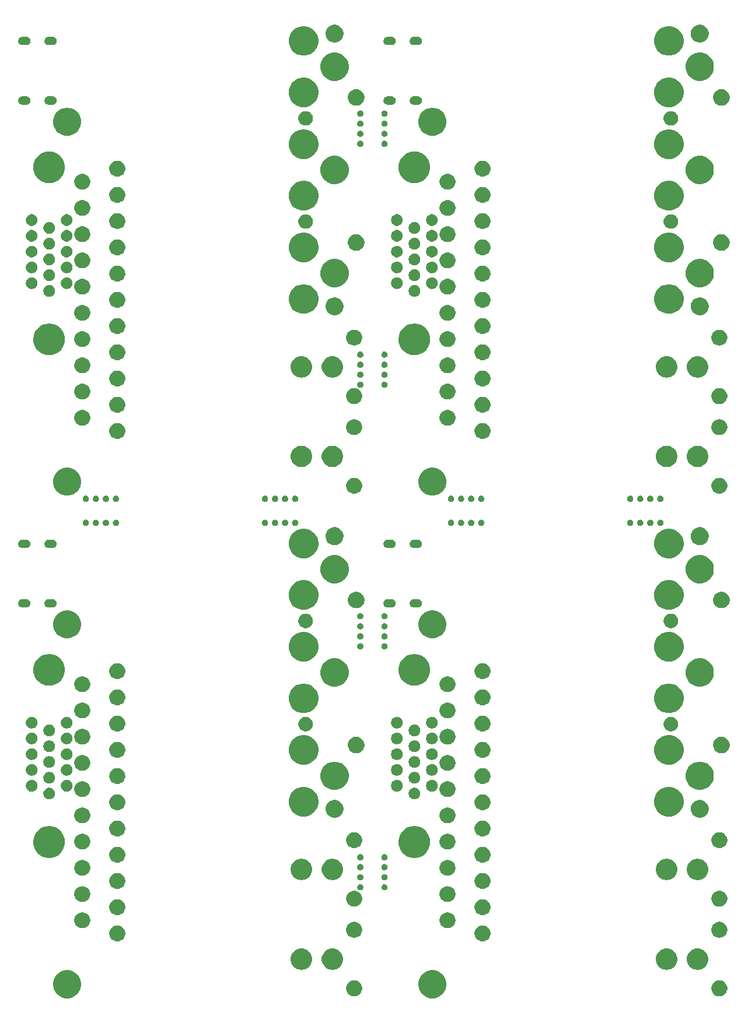
<source format=gbr>
%TF.GenerationSoftware,KiCad,Pcbnew,(5.1.5)-2*%
%TF.CreationDate,2020-06-17T11:39:24+12:00*%
%TF.ProjectId,output.RGB-to-component-panel,6f757470-7574-42e5-9247-422d746f2d63,rev?*%
%TF.SameCoordinates,Original*%
%TF.FileFunction,Soldermask,Bot*%
%TF.FilePolarity,Negative*%
%FSLAX46Y46*%
G04 Gerber Fmt 4.6, Leading zero omitted, Abs format (unit mm)*
G04 Created by KiCad (PCBNEW (5.1.5)-2) date 2020-06-17 11:39:24*
%MOMM*%
%LPD*%
G04 APERTURE LIST*
%ADD10C,0.100000*%
G04 APERTURE END LIST*
D10*
G36*
X80598254Y-178297818D02*
G01*
X80971511Y-178452426D01*
X80971513Y-178452427D01*
X81307436Y-178676884D01*
X81593116Y-178962564D01*
X81817574Y-179298489D01*
X81972182Y-179671746D01*
X82051000Y-180067993D01*
X82051000Y-180472007D01*
X81972182Y-180868254D01*
X81924501Y-180983365D01*
X81817573Y-181241513D01*
X81593116Y-181577436D01*
X81307436Y-181863116D01*
X80971513Y-182087573D01*
X80971512Y-182087574D01*
X80971511Y-182087574D01*
X80598254Y-182242182D01*
X80202007Y-182321000D01*
X79797993Y-182321000D01*
X79401746Y-182242182D01*
X79028489Y-182087574D01*
X79028488Y-182087574D01*
X79028487Y-182087573D01*
X78692564Y-181863116D01*
X78406884Y-181577436D01*
X78182427Y-181241513D01*
X78075499Y-180983365D01*
X78027818Y-180868254D01*
X77949000Y-180472007D01*
X77949000Y-180067993D01*
X78027818Y-179671746D01*
X78182426Y-179298489D01*
X78406884Y-178962564D01*
X78692564Y-178676884D01*
X79028487Y-178452427D01*
X79028489Y-178452426D01*
X79401746Y-178297818D01*
X79797993Y-178219000D01*
X80202007Y-178219000D01*
X80598254Y-178297818D01*
G37*
G36*
X27598254Y-178297818D02*
G01*
X27971511Y-178452426D01*
X27971513Y-178452427D01*
X28307436Y-178676884D01*
X28593116Y-178962564D01*
X28817574Y-179298489D01*
X28972182Y-179671746D01*
X29051000Y-180067993D01*
X29051000Y-180472007D01*
X28972182Y-180868254D01*
X28924501Y-180983365D01*
X28817573Y-181241513D01*
X28593116Y-181577436D01*
X28307436Y-181863116D01*
X27971513Y-182087573D01*
X27971512Y-182087574D01*
X27971511Y-182087574D01*
X27598254Y-182242182D01*
X27202007Y-182321000D01*
X26797993Y-182321000D01*
X26401746Y-182242182D01*
X26028489Y-182087574D01*
X26028488Y-182087574D01*
X26028487Y-182087573D01*
X25692564Y-181863116D01*
X25406884Y-181577436D01*
X25182427Y-181241513D01*
X25075499Y-180983365D01*
X25027818Y-180868254D01*
X24949000Y-180472007D01*
X24949000Y-180067993D01*
X25027818Y-179671746D01*
X25182426Y-179298489D01*
X25406884Y-178962564D01*
X25692564Y-178676884D01*
X26028487Y-178452427D01*
X26028489Y-178452426D01*
X26401746Y-178297818D01*
X26797993Y-178219000D01*
X27202007Y-178219000D01*
X27598254Y-178297818D01*
G37*
G36*
X121874549Y-179741116D02*
G01*
X121985734Y-179763232D01*
X122195203Y-179849997D01*
X122383720Y-179975960D01*
X122544040Y-180136280D01*
X122670003Y-180324797D01*
X122756768Y-180534266D01*
X122801000Y-180756636D01*
X122801000Y-180983364D01*
X122756768Y-181205734D01*
X122670003Y-181415203D01*
X122544040Y-181603720D01*
X122383720Y-181764040D01*
X122195203Y-181890003D01*
X121985734Y-181976768D01*
X121874549Y-181998884D01*
X121763365Y-182021000D01*
X121536635Y-182021000D01*
X121425451Y-181998884D01*
X121314266Y-181976768D01*
X121104797Y-181890003D01*
X120916280Y-181764040D01*
X120755960Y-181603720D01*
X120629997Y-181415203D01*
X120543232Y-181205734D01*
X120499000Y-180983364D01*
X120499000Y-180756636D01*
X120543232Y-180534266D01*
X120629997Y-180324797D01*
X120755960Y-180136280D01*
X120916280Y-179975960D01*
X121104797Y-179849997D01*
X121314266Y-179763232D01*
X121425451Y-179741116D01*
X121536635Y-179719000D01*
X121763365Y-179719000D01*
X121874549Y-179741116D01*
G37*
G36*
X68874549Y-179741116D02*
G01*
X68985734Y-179763232D01*
X69195203Y-179849997D01*
X69383720Y-179975960D01*
X69544040Y-180136280D01*
X69670003Y-180324797D01*
X69756768Y-180534266D01*
X69801000Y-180756636D01*
X69801000Y-180983364D01*
X69756768Y-181205734D01*
X69670003Y-181415203D01*
X69544040Y-181603720D01*
X69383720Y-181764040D01*
X69195203Y-181890003D01*
X68985734Y-181976768D01*
X68874549Y-181998884D01*
X68763365Y-182021000D01*
X68536635Y-182021000D01*
X68425451Y-181998884D01*
X68314266Y-181976768D01*
X68104797Y-181890003D01*
X67916280Y-181764040D01*
X67755960Y-181603720D01*
X67629997Y-181415203D01*
X67543232Y-181205734D01*
X67499000Y-180983364D01*
X67499000Y-180756636D01*
X67543232Y-180534266D01*
X67629997Y-180324797D01*
X67755960Y-180136280D01*
X67916280Y-179975960D01*
X68104797Y-179849997D01*
X68314266Y-179763232D01*
X68425451Y-179741116D01*
X68536635Y-179719000D01*
X68763365Y-179719000D01*
X68874549Y-179741116D01*
G37*
G36*
X65802585Y-175098802D02*
G01*
X65952410Y-175128604D01*
X66234674Y-175245521D01*
X66488705Y-175415259D01*
X66704741Y-175631295D01*
X66874479Y-175885326D01*
X66991396Y-176167590D01*
X67051000Y-176467240D01*
X67051000Y-176772760D01*
X66991396Y-177072410D01*
X66874479Y-177354674D01*
X66704741Y-177608705D01*
X66488705Y-177824741D01*
X66234674Y-177994479D01*
X65952410Y-178111396D01*
X65802585Y-178141198D01*
X65652761Y-178171000D01*
X65347239Y-178171000D01*
X65197415Y-178141198D01*
X65047590Y-178111396D01*
X64765326Y-177994479D01*
X64511295Y-177824741D01*
X64295259Y-177608705D01*
X64125521Y-177354674D01*
X64008604Y-177072410D01*
X63949000Y-176772760D01*
X63949000Y-176467240D01*
X64008604Y-176167590D01*
X64125521Y-175885326D01*
X64295259Y-175631295D01*
X64511295Y-175415259D01*
X64765326Y-175245521D01*
X65047590Y-175128604D01*
X65197415Y-175098802D01*
X65347239Y-175069000D01*
X65652761Y-175069000D01*
X65802585Y-175098802D01*
G37*
G36*
X118802585Y-175098802D02*
G01*
X118952410Y-175128604D01*
X119234674Y-175245521D01*
X119488705Y-175415259D01*
X119704741Y-175631295D01*
X119874479Y-175885326D01*
X119991396Y-176167590D01*
X120051000Y-176467240D01*
X120051000Y-176772760D01*
X119991396Y-177072410D01*
X119874479Y-177354674D01*
X119704741Y-177608705D01*
X119488705Y-177824741D01*
X119234674Y-177994479D01*
X118952410Y-178111396D01*
X118802585Y-178141198D01*
X118652761Y-178171000D01*
X118347239Y-178171000D01*
X118197415Y-178141198D01*
X118047590Y-178111396D01*
X117765326Y-177994479D01*
X117511295Y-177824741D01*
X117295259Y-177608705D01*
X117125521Y-177354674D01*
X117008604Y-177072410D01*
X116949000Y-176772760D01*
X116949000Y-176467240D01*
X117008604Y-176167590D01*
X117125521Y-175885326D01*
X117295259Y-175631295D01*
X117511295Y-175415259D01*
X117765326Y-175245521D01*
X118047590Y-175128604D01*
X118197415Y-175098802D01*
X118347239Y-175069000D01*
X118652761Y-175069000D01*
X118802585Y-175098802D01*
G37*
G36*
X114302585Y-175098802D02*
G01*
X114452410Y-175128604D01*
X114734674Y-175245521D01*
X114988705Y-175415259D01*
X115204741Y-175631295D01*
X115374479Y-175885326D01*
X115491396Y-176167590D01*
X115551000Y-176467240D01*
X115551000Y-176772760D01*
X115491396Y-177072410D01*
X115374479Y-177354674D01*
X115204741Y-177608705D01*
X114988705Y-177824741D01*
X114734674Y-177994479D01*
X114452410Y-178111396D01*
X114302585Y-178141198D01*
X114152761Y-178171000D01*
X113847239Y-178171000D01*
X113697415Y-178141198D01*
X113547590Y-178111396D01*
X113265326Y-177994479D01*
X113011295Y-177824741D01*
X112795259Y-177608705D01*
X112625521Y-177354674D01*
X112508604Y-177072410D01*
X112449000Y-176772760D01*
X112449000Y-176467240D01*
X112508604Y-176167590D01*
X112625521Y-175885326D01*
X112795259Y-175631295D01*
X113011295Y-175415259D01*
X113265326Y-175245521D01*
X113547590Y-175128604D01*
X113697415Y-175098802D01*
X113847239Y-175069000D01*
X114152761Y-175069000D01*
X114302585Y-175098802D01*
G37*
G36*
X61302585Y-175098802D02*
G01*
X61452410Y-175128604D01*
X61734674Y-175245521D01*
X61988705Y-175415259D01*
X62204741Y-175631295D01*
X62374479Y-175885326D01*
X62491396Y-176167590D01*
X62551000Y-176467240D01*
X62551000Y-176772760D01*
X62491396Y-177072410D01*
X62374479Y-177354674D01*
X62204741Y-177608705D01*
X61988705Y-177824741D01*
X61734674Y-177994479D01*
X61452410Y-178111396D01*
X61302585Y-178141198D01*
X61152761Y-178171000D01*
X60847239Y-178171000D01*
X60697415Y-178141198D01*
X60547590Y-178111396D01*
X60265326Y-177994479D01*
X60011295Y-177824741D01*
X59795259Y-177608705D01*
X59625521Y-177354674D01*
X59508604Y-177072410D01*
X59449000Y-176772760D01*
X59449000Y-176467240D01*
X59508604Y-176167590D01*
X59625521Y-175885326D01*
X59795259Y-175631295D01*
X60011295Y-175415259D01*
X60265326Y-175245521D01*
X60547590Y-175128604D01*
X60697415Y-175098802D01*
X60847239Y-175069000D01*
X61152761Y-175069000D01*
X61302585Y-175098802D01*
G37*
G36*
X87504549Y-171776116D02*
G01*
X87615734Y-171798232D01*
X87825203Y-171884997D01*
X88013720Y-172010960D01*
X88174040Y-172171280D01*
X88300003Y-172359797D01*
X88386768Y-172569266D01*
X88431000Y-172791636D01*
X88431000Y-173018364D01*
X88386768Y-173240734D01*
X88300003Y-173450203D01*
X88174040Y-173638720D01*
X88013720Y-173799040D01*
X87825203Y-173925003D01*
X87615734Y-174011768D01*
X87504549Y-174033884D01*
X87393365Y-174056000D01*
X87166635Y-174056000D01*
X87055451Y-174033884D01*
X86944266Y-174011768D01*
X86734797Y-173925003D01*
X86546280Y-173799040D01*
X86385960Y-173638720D01*
X86259997Y-173450203D01*
X86173232Y-173240734D01*
X86129000Y-173018364D01*
X86129000Y-172791636D01*
X86173232Y-172569266D01*
X86259997Y-172359797D01*
X86385960Y-172171280D01*
X86546280Y-172010960D01*
X86734797Y-171884997D01*
X86944266Y-171798232D01*
X87055451Y-171776116D01*
X87166635Y-171754000D01*
X87393365Y-171754000D01*
X87504549Y-171776116D01*
G37*
G36*
X34504549Y-171776116D02*
G01*
X34615734Y-171798232D01*
X34825203Y-171884997D01*
X35013720Y-172010960D01*
X35174040Y-172171280D01*
X35300003Y-172359797D01*
X35386768Y-172569266D01*
X35431000Y-172791636D01*
X35431000Y-173018364D01*
X35386768Y-173240734D01*
X35300003Y-173450203D01*
X35174040Y-173638720D01*
X35013720Y-173799040D01*
X34825203Y-173925003D01*
X34615734Y-174011768D01*
X34504549Y-174033884D01*
X34393365Y-174056000D01*
X34166635Y-174056000D01*
X34055451Y-174033884D01*
X33944266Y-174011768D01*
X33734797Y-173925003D01*
X33546280Y-173799040D01*
X33385960Y-173638720D01*
X33259997Y-173450203D01*
X33173232Y-173240734D01*
X33129000Y-173018364D01*
X33129000Y-172791636D01*
X33173232Y-172569266D01*
X33259997Y-172359797D01*
X33385960Y-172171280D01*
X33546280Y-172010960D01*
X33734797Y-171884997D01*
X33944266Y-171798232D01*
X34055451Y-171776116D01*
X34166635Y-171754000D01*
X34393365Y-171754000D01*
X34504549Y-171776116D01*
G37*
G36*
X68874549Y-171241116D02*
G01*
X68985734Y-171263232D01*
X69195203Y-171349997D01*
X69383720Y-171475960D01*
X69544040Y-171636280D01*
X69670003Y-171824797D01*
X69756768Y-172034266D01*
X69801000Y-172256636D01*
X69801000Y-172483364D01*
X69756768Y-172705734D01*
X69670003Y-172915203D01*
X69544040Y-173103720D01*
X69383720Y-173264040D01*
X69195203Y-173390003D01*
X68985734Y-173476768D01*
X68874549Y-173498884D01*
X68763365Y-173521000D01*
X68536635Y-173521000D01*
X68425451Y-173498884D01*
X68314266Y-173476768D01*
X68104797Y-173390003D01*
X67916280Y-173264040D01*
X67755960Y-173103720D01*
X67629997Y-172915203D01*
X67543232Y-172705734D01*
X67499000Y-172483364D01*
X67499000Y-172256636D01*
X67543232Y-172034266D01*
X67629997Y-171824797D01*
X67755960Y-171636280D01*
X67916280Y-171475960D01*
X68104797Y-171349997D01*
X68314266Y-171263232D01*
X68425451Y-171241116D01*
X68536635Y-171219000D01*
X68763365Y-171219000D01*
X68874549Y-171241116D01*
G37*
G36*
X121874549Y-171241116D02*
G01*
X121985734Y-171263232D01*
X122195203Y-171349997D01*
X122383720Y-171475960D01*
X122544040Y-171636280D01*
X122670003Y-171824797D01*
X122756768Y-172034266D01*
X122801000Y-172256636D01*
X122801000Y-172483364D01*
X122756768Y-172705734D01*
X122670003Y-172915203D01*
X122544040Y-173103720D01*
X122383720Y-173264040D01*
X122195203Y-173390003D01*
X121985734Y-173476768D01*
X121874549Y-173498884D01*
X121763365Y-173521000D01*
X121536635Y-173521000D01*
X121425451Y-173498884D01*
X121314266Y-173476768D01*
X121104797Y-173390003D01*
X120916280Y-173264040D01*
X120755960Y-173103720D01*
X120629997Y-172915203D01*
X120543232Y-172705734D01*
X120499000Y-172483364D01*
X120499000Y-172256636D01*
X120543232Y-172034266D01*
X120629997Y-171824797D01*
X120755960Y-171636280D01*
X120916280Y-171475960D01*
X121104797Y-171349997D01*
X121314266Y-171263232D01*
X121425451Y-171241116D01*
X121536635Y-171219000D01*
X121763365Y-171219000D01*
X121874549Y-171241116D01*
G37*
G36*
X29424549Y-169871116D02*
G01*
X29535734Y-169893232D01*
X29745203Y-169979997D01*
X29933720Y-170105960D01*
X30094040Y-170266280D01*
X30220003Y-170454797D01*
X30306768Y-170664266D01*
X30351000Y-170886636D01*
X30351000Y-171113364D01*
X30306768Y-171335734D01*
X30220003Y-171545203D01*
X30094040Y-171733720D01*
X29933720Y-171894040D01*
X29745203Y-172020003D01*
X29535734Y-172106768D01*
X29424549Y-172128884D01*
X29313365Y-172151000D01*
X29086635Y-172151000D01*
X28975451Y-172128884D01*
X28864266Y-172106768D01*
X28654797Y-172020003D01*
X28466280Y-171894040D01*
X28305960Y-171733720D01*
X28179997Y-171545203D01*
X28093232Y-171335734D01*
X28049000Y-171113364D01*
X28049000Y-170886636D01*
X28093232Y-170664266D01*
X28179997Y-170454797D01*
X28305960Y-170266280D01*
X28466280Y-170105960D01*
X28654797Y-169979997D01*
X28864266Y-169893232D01*
X28975451Y-169871116D01*
X29086635Y-169849000D01*
X29313365Y-169849000D01*
X29424549Y-169871116D01*
G37*
G36*
X82424549Y-169871116D02*
G01*
X82535734Y-169893232D01*
X82745203Y-169979997D01*
X82933720Y-170105960D01*
X83094040Y-170266280D01*
X83220003Y-170454797D01*
X83306768Y-170664266D01*
X83351000Y-170886636D01*
X83351000Y-171113364D01*
X83306768Y-171335734D01*
X83220003Y-171545203D01*
X83094040Y-171733720D01*
X82933720Y-171894040D01*
X82745203Y-172020003D01*
X82535734Y-172106768D01*
X82424549Y-172128884D01*
X82313365Y-172151000D01*
X82086635Y-172151000D01*
X81975451Y-172128884D01*
X81864266Y-172106768D01*
X81654797Y-172020003D01*
X81466280Y-171894040D01*
X81305960Y-171733720D01*
X81179997Y-171545203D01*
X81093232Y-171335734D01*
X81049000Y-171113364D01*
X81049000Y-170886636D01*
X81093232Y-170664266D01*
X81179997Y-170454797D01*
X81305960Y-170266280D01*
X81466280Y-170105960D01*
X81654797Y-169979997D01*
X81864266Y-169893232D01*
X81975451Y-169871116D01*
X82086635Y-169849000D01*
X82313365Y-169849000D01*
X82424549Y-169871116D01*
G37*
G36*
X34490714Y-167963364D02*
G01*
X34615734Y-167988232D01*
X34825203Y-168074997D01*
X35013720Y-168200960D01*
X35174040Y-168361280D01*
X35300003Y-168549797D01*
X35300004Y-168549799D01*
X35386768Y-168759267D01*
X35426054Y-168956768D01*
X35431000Y-168981636D01*
X35431000Y-169208364D01*
X35386768Y-169430734D01*
X35300003Y-169640203D01*
X35174040Y-169828720D01*
X35013720Y-169989040D01*
X34825203Y-170115003D01*
X34615734Y-170201768D01*
X34504549Y-170223884D01*
X34393365Y-170246000D01*
X34166635Y-170246000D01*
X34055451Y-170223884D01*
X33944266Y-170201768D01*
X33734797Y-170115003D01*
X33546280Y-169989040D01*
X33385960Y-169828720D01*
X33259997Y-169640203D01*
X33173232Y-169430734D01*
X33129000Y-169208364D01*
X33129000Y-168981636D01*
X33133947Y-168956768D01*
X33173232Y-168759267D01*
X33259996Y-168549799D01*
X33259997Y-168549797D01*
X33385960Y-168361280D01*
X33546280Y-168200960D01*
X33734797Y-168074997D01*
X33944266Y-167988232D01*
X34069286Y-167963364D01*
X34166635Y-167944000D01*
X34393365Y-167944000D01*
X34490714Y-167963364D01*
G37*
G36*
X87490714Y-167963364D02*
G01*
X87615734Y-167988232D01*
X87825203Y-168074997D01*
X88013720Y-168200960D01*
X88174040Y-168361280D01*
X88300003Y-168549797D01*
X88300004Y-168549799D01*
X88386768Y-168759267D01*
X88426054Y-168956768D01*
X88431000Y-168981636D01*
X88431000Y-169208364D01*
X88386768Y-169430734D01*
X88300003Y-169640203D01*
X88174040Y-169828720D01*
X88013720Y-169989040D01*
X87825203Y-170115003D01*
X87615734Y-170201768D01*
X87504549Y-170223884D01*
X87393365Y-170246000D01*
X87166635Y-170246000D01*
X87055451Y-170223884D01*
X86944266Y-170201768D01*
X86734797Y-170115003D01*
X86546280Y-169989040D01*
X86385960Y-169828720D01*
X86259997Y-169640203D01*
X86173232Y-169430734D01*
X86129000Y-169208364D01*
X86129000Y-168981636D01*
X86133947Y-168956768D01*
X86173232Y-168759267D01*
X86259996Y-168549799D01*
X86259997Y-168549797D01*
X86385960Y-168361280D01*
X86546280Y-168200960D01*
X86734797Y-168074997D01*
X86944266Y-167988232D01*
X87069286Y-167963364D01*
X87166635Y-167944000D01*
X87393365Y-167944000D01*
X87490714Y-167963364D01*
G37*
G36*
X68874549Y-166721116D02*
G01*
X68985734Y-166743232D01*
X69195203Y-166829997D01*
X69383720Y-166955960D01*
X69544040Y-167116280D01*
X69669046Y-167303365D01*
X69670004Y-167304799D01*
X69756768Y-167514267D01*
X69801000Y-167736635D01*
X69801000Y-167963365D01*
X69778884Y-168074549D01*
X69756768Y-168185734D01*
X69670003Y-168395203D01*
X69544040Y-168583720D01*
X69383720Y-168744040D01*
X69195203Y-168870003D01*
X68985734Y-168956768D01*
X68874549Y-168978884D01*
X68763365Y-169001000D01*
X68536635Y-169001000D01*
X68425451Y-168978884D01*
X68314266Y-168956768D01*
X68104797Y-168870003D01*
X67916280Y-168744040D01*
X67755960Y-168583720D01*
X67629997Y-168395203D01*
X67543232Y-168185734D01*
X67521116Y-168074549D01*
X67499000Y-167963365D01*
X67499000Y-167736635D01*
X67543232Y-167514267D01*
X67629996Y-167304799D01*
X67630954Y-167303365D01*
X67755960Y-167116280D01*
X67916280Y-166955960D01*
X68104797Y-166829997D01*
X68314266Y-166743232D01*
X68425451Y-166721116D01*
X68536635Y-166699000D01*
X68763365Y-166699000D01*
X68874549Y-166721116D01*
G37*
G36*
X121874549Y-166721116D02*
G01*
X121985734Y-166743232D01*
X122195203Y-166829997D01*
X122383720Y-166955960D01*
X122544040Y-167116280D01*
X122669046Y-167303365D01*
X122670004Y-167304799D01*
X122756768Y-167514267D01*
X122801000Y-167736635D01*
X122801000Y-167963365D01*
X122778884Y-168074549D01*
X122756768Y-168185734D01*
X122670003Y-168395203D01*
X122544040Y-168583720D01*
X122383720Y-168744040D01*
X122195203Y-168870003D01*
X121985734Y-168956768D01*
X121874549Y-168978884D01*
X121763365Y-169001000D01*
X121536635Y-169001000D01*
X121425451Y-168978884D01*
X121314266Y-168956768D01*
X121104797Y-168870003D01*
X120916280Y-168744040D01*
X120755960Y-168583720D01*
X120629997Y-168395203D01*
X120543232Y-168185734D01*
X120521116Y-168074549D01*
X120499000Y-167963365D01*
X120499000Y-167736635D01*
X120543232Y-167514267D01*
X120629996Y-167304799D01*
X120630954Y-167303365D01*
X120755960Y-167116280D01*
X120916280Y-166955960D01*
X121104797Y-166829997D01*
X121314266Y-166743232D01*
X121425451Y-166721116D01*
X121536635Y-166699000D01*
X121763365Y-166699000D01*
X121874549Y-166721116D01*
G37*
G36*
X82399915Y-166056216D02*
G01*
X82535734Y-166083232D01*
X82745203Y-166169997D01*
X82933720Y-166295960D01*
X83094040Y-166456280D01*
X83220003Y-166644797D01*
X83306768Y-166854266D01*
X83351000Y-167076636D01*
X83351000Y-167303364D01*
X83306768Y-167525734D01*
X83220003Y-167735203D01*
X83094040Y-167923720D01*
X82933720Y-168084040D01*
X82745203Y-168210003D01*
X82535734Y-168296768D01*
X82424549Y-168318884D01*
X82313365Y-168341000D01*
X82086635Y-168341000D01*
X81975451Y-168318884D01*
X81864266Y-168296768D01*
X81654797Y-168210003D01*
X81466280Y-168084040D01*
X81305960Y-167923720D01*
X81179997Y-167735203D01*
X81093232Y-167525734D01*
X81049000Y-167303364D01*
X81049000Y-167076636D01*
X81093232Y-166854266D01*
X81179997Y-166644797D01*
X81305960Y-166456280D01*
X81466280Y-166295960D01*
X81654797Y-166169997D01*
X81864266Y-166083232D01*
X82000085Y-166056216D01*
X82086635Y-166039000D01*
X82313365Y-166039000D01*
X82399915Y-166056216D01*
G37*
G36*
X29399915Y-166056216D02*
G01*
X29535734Y-166083232D01*
X29745203Y-166169997D01*
X29933720Y-166295960D01*
X30094040Y-166456280D01*
X30220003Y-166644797D01*
X30306768Y-166854266D01*
X30351000Y-167076636D01*
X30351000Y-167303364D01*
X30306768Y-167525734D01*
X30220003Y-167735203D01*
X30094040Y-167923720D01*
X29933720Y-168084040D01*
X29745203Y-168210003D01*
X29535734Y-168296768D01*
X29424549Y-168318884D01*
X29313365Y-168341000D01*
X29086635Y-168341000D01*
X28975451Y-168318884D01*
X28864266Y-168296768D01*
X28654797Y-168210003D01*
X28466280Y-168084040D01*
X28305960Y-167923720D01*
X28179997Y-167735203D01*
X28093232Y-167525734D01*
X28049000Y-167303364D01*
X28049000Y-167076636D01*
X28093232Y-166854266D01*
X28179997Y-166644797D01*
X28305960Y-166456280D01*
X28466280Y-166295960D01*
X28654797Y-166169997D01*
X28864266Y-166083232D01*
X29000085Y-166056216D01*
X29086635Y-166039000D01*
X29313365Y-166039000D01*
X29399915Y-166056216D01*
G37*
G36*
X69681552Y-165754102D02*
G01*
X69763622Y-165788097D01*
X69763629Y-165788100D01*
X69800813Y-165812946D01*
X69837495Y-165837456D01*
X69900315Y-165900276D01*
X69949672Y-165974144D01*
X69983669Y-166056219D01*
X70001000Y-166143350D01*
X70001000Y-166232192D01*
X69983669Y-166319323D01*
X69953661Y-166391768D01*
X69949671Y-166401400D01*
X69900314Y-166475267D01*
X69837496Y-166538085D01*
X69763629Y-166587442D01*
X69763628Y-166587443D01*
X69763627Y-166587443D01*
X69681552Y-166621440D01*
X69594421Y-166638771D01*
X69505579Y-166638771D01*
X69418448Y-166621440D01*
X69336373Y-166587443D01*
X69336372Y-166587443D01*
X69336371Y-166587442D01*
X69262504Y-166538085D01*
X69199686Y-166475267D01*
X69150329Y-166401400D01*
X69146339Y-166391768D01*
X69116331Y-166319323D01*
X69099000Y-166232192D01*
X69099000Y-166143350D01*
X69116331Y-166056219D01*
X69150328Y-165974144D01*
X69199685Y-165900276D01*
X69262505Y-165837456D01*
X69299187Y-165812946D01*
X69336371Y-165788100D01*
X69336378Y-165788097D01*
X69418448Y-165754102D01*
X69505579Y-165736771D01*
X69594421Y-165736771D01*
X69681552Y-165754102D01*
G37*
G36*
X73181552Y-165754099D02*
G01*
X73263627Y-165788096D01*
X73263629Y-165788097D01*
X73263633Y-165788100D01*
X73337495Y-165837453D01*
X73400315Y-165900273D01*
X73449672Y-165974141D01*
X73483669Y-166056216D01*
X73501000Y-166143347D01*
X73501000Y-166232189D01*
X73483669Y-166319320D01*
X73449672Y-166401395D01*
X73400315Y-166475263D01*
X73337495Y-166538083D01*
X73300813Y-166562593D01*
X73263629Y-166587439D01*
X73263628Y-166587440D01*
X73263627Y-166587440D01*
X73181552Y-166621437D01*
X73094421Y-166638768D01*
X73005579Y-166638768D01*
X72918448Y-166621437D01*
X72836373Y-166587440D01*
X72836372Y-166587440D01*
X72836371Y-166587439D01*
X72799187Y-166562593D01*
X72762505Y-166538083D01*
X72699685Y-166475263D01*
X72650328Y-166401395D01*
X72616331Y-166319320D01*
X72599000Y-166232189D01*
X72599000Y-166143347D01*
X72616331Y-166056216D01*
X72650328Y-165974141D01*
X72699685Y-165900273D01*
X72762505Y-165837453D01*
X72836367Y-165788100D01*
X72836371Y-165788097D01*
X72836373Y-165788096D01*
X72918448Y-165754099D01*
X73005579Y-165736768D01*
X73094421Y-165736768D01*
X73181552Y-165754099D01*
G37*
G36*
X34504549Y-164156116D02*
G01*
X34615734Y-164178232D01*
X34825203Y-164264997D01*
X35013720Y-164390960D01*
X35174040Y-164551280D01*
X35300003Y-164739797D01*
X35386768Y-164949266D01*
X35400192Y-165016753D01*
X35429268Y-165162926D01*
X35431000Y-165171636D01*
X35431000Y-165398364D01*
X35386768Y-165620734D01*
X35300003Y-165830203D01*
X35174040Y-166018720D01*
X35013720Y-166179040D01*
X34825203Y-166305003D01*
X34615734Y-166391768D01*
X34504549Y-166413884D01*
X34393365Y-166436000D01*
X34166635Y-166436000D01*
X34055451Y-166413884D01*
X33944266Y-166391768D01*
X33734797Y-166305003D01*
X33546280Y-166179040D01*
X33385960Y-166018720D01*
X33259997Y-165830203D01*
X33173232Y-165620734D01*
X33129000Y-165398364D01*
X33129000Y-165171636D01*
X33130733Y-165162926D01*
X33159808Y-165016753D01*
X33173232Y-164949266D01*
X33259997Y-164739797D01*
X33385960Y-164551280D01*
X33546280Y-164390960D01*
X33734797Y-164264997D01*
X33944266Y-164178232D01*
X34055451Y-164156116D01*
X34166635Y-164134000D01*
X34393365Y-164134000D01*
X34504549Y-164156116D01*
G37*
G36*
X87504549Y-164156116D02*
G01*
X87615734Y-164178232D01*
X87825203Y-164264997D01*
X88013720Y-164390960D01*
X88174040Y-164551280D01*
X88300003Y-164739797D01*
X88386768Y-164949266D01*
X88400192Y-165016753D01*
X88429268Y-165162926D01*
X88431000Y-165171636D01*
X88431000Y-165398364D01*
X88386768Y-165620734D01*
X88300003Y-165830203D01*
X88174040Y-166018720D01*
X88013720Y-166179040D01*
X87825203Y-166305003D01*
X87615734Y-166391768D01*
X87504549Y-166413884D01*
X87393365Y-166436000D01*
X87166635Y-166436000D01*
X87055451Y-166413884D01*
X86944266Y-166391768D01*
X86734797Y-166305003D01*
X86546280Y-166179040D01*
X86385960Y-166018720D01*
X86259997Y-165830203D01*
X86173232Y-165620734D01*
X86129000Y-165398364D01*
X86129000Y-165171636D01*
X86130733Y-165162926D01*
X86159808Y-165016753D01*
X86173232Y-164949266D01*
X86259997Y-164739797D01*
X86385960Y-164551280D01*
X86546280Y-164390960D01*
X86734797Y-164264997D01*
X86944266Y-164178232D01*
X87055451Y-164156116D01*
X87166635Y-164134000D01*
X87393365Y-164134000D01*
X87504549Y-164156116D01*
G37*
G36*
X69681552Y-164295589D02*
G01*
X69763622Y-164329584D01*
X69763629Y-164329587D01*
X69771239Y-164334672D01*
X69837495Y-164378943D01*
X69900315Y-164441763D01*
X69949672Y-164515631D01*
X69983669Y-164597706D01*
X70001000Y-164684837D01*
X70001000Y-164773679D01*
X69983669Y-164860810D01*
X69949673Y-164942882D01*
X69949671Y-164942887D01*
X69945408Y-164949267D01*
X69900315Y-165016753D01*
X69837495Y-165079573D01*
X69800813Y-165104083D01*
X69763629Y-165128929D01*
X69763628Y-165128930D01*
X69763627Y-165128930D01*
X69681552Y-165162927D01*
X69594421Y-165180258D01*
X69505579Y-165180258D01*
X69418448Y-165162927D01*
X69336373Y-165128930D01*
X69336372Y-165128930D01*
X69336371Y-165128929D01*
X69299187Y-165104083D01*
X69262505Y-165079573D01*
X69199685Y-165016753D01*
X69154592Y-164949267D01*
X69150329Y-164942887D01*
X69150327Y-164942882D01*
X69116331Y-164860810D01*
X69099000Y-164773679D01*
X69099000Y-164684837D01*
X69116331Y-164597706D01*
X69150328Y-164515631D01*
X69199685Y-164441763D01*
X69262505Y-164378943D01*
X69328761Y-164334672D01*
X69336371Y-164329587D01*
X69336378Y-164329584D01*
X69418448Y-164295589D01*
X69505579Y-164278258D01*
X69594421Y-164278258D01*
X69681552Y-164295589D01*
G37*
G36*
X73181552Y-164295586D02*
G01*
X73263627Y-164329583D01*
X73263629Y-164329584D01*
X73300813Y-164354430D01*
X73337495Y-164378940D01*
X73400315Y-164441760D01*
X73449672Y-164515628D01*
X73483669Y-164597703D01*
X73501000Y-164684834D01*
X73501000Y-164773676D01*
X73483669Y-164860807D01*
X73449672Y-164942882D01*
X73449671Y-164942884D01*
X73445406Y-164949267D01*
X73400315Y-165016750D01*
X73337495Y-165079570D01*
X73319796Y-165091396D01*
X73263629Y-165128926D01*
X73263628Y-165128927D01*
X73263627Y-165128927D01*
X73181552Y-165162924D01*
X73094421Y-165180255D01*
X73005579Y-165180255D01*
X72918448Y-165162924D01*
X72836373Y-165128927D01*
X72836372Y-165128927D01*
X72836371Y-165128926D01*
X72780204Y-165091396D01*
X72762505Y-165079570D01*
X72699685Y-165016750D01*
X72654594Y-164949267D01*
X72650329Y-164942884D01*
X72650328Y-164942882D01*
X72616331Y-164860807D01*
X72599000Y-164773676D01*
X72599000Y-164684834D01*
X72616331Y-164597703D01*
X72650328Y-164515628D01*
X72699685Y-164441760D01*
X72762505Y-164378940D01*
X72799187Y-164354430D01*
X72836371Y-164329584D01*
X72836373Y-164329583D01*
X72918448Y-164295586D01*
X73005579Y-164278255D01*
X73094421Y-164278255D01*
X73181552Y-164295586D01*
G37*
G36*
X65802585Y-162078802D02*
G01*
X65952410Y-162108604D01*
X66234674Y-162225521D01*
X66488705Y-162395259D01*
X66704741Y-162611295D01*
X66874479Y-162865326D01*
X66991396Y-163147590D01*
X67051000Y-163447240D01*
X67051000Y-163752760D01*
X66991396Y-164052410D01*
X66874479Y-164334674D01*
X66704741Y-164588705D01*
X66488705Y-164804741D01*
X66234674Y-164974479D01*
X65952410Y-165091396D01*
X65802585Y-165121198D01*
X65652761Y-165151000D01*
X65347239Y-165151000D01*
X65197415Y-165121198D01*
X65047590Y-165091396D01*
X64765326Y-164974479D01*
X64511295Y-164804741D01*
X64295259Y-164588705D01*
X64125521Y-164334674D01*
X64008604Y-164052410D01*
X63949000Y-163752760D01*
X63949000Y-163447240D01*
X64008604Y-163147590D01*
X64125521Y-162865326D01*
X64295259Y-162611295D01*
X64511295Y-162395259D01*
X64765326Y-162225521D01*
X65047590Y-162108604D01*
X65197415Y-162078802D01*
X65347239Y-162049000D01*
X65652761Y-162049000D01*
X65802585Y-162078802D01*
G37*
G36*
X118802585Y-162078802D02*
G01*
X118952410Y-162108604D01*
X119234674Y-162225521D01*
X119488705Y-162395259D01*
X119704741Y-162611295D01*
X119874479Y-162865326D01*
X119991396Y-163147590D01*
X120051000Y-163447240D01*
X120051000Y-163752760D01*
X119991396Y-164052410D01*
X119874479Y-164334674D01*
X119704741Y-164588705D01*
X119488705Y-164804741D01*
X119234674Y-164974479D01*
X118952410Y-165091396D01*
X118802585Y-165121198D01*
X118652761Y-165151000D01*
X118347239Y-165151000D01*
X118197415Y-165121198D01*
X118047590Y-165091396D01*
X117765326Y-164974479D01*
X117511295Y-164804741D01*
X117295259Y-164588705D01*
X117125521Y-164334674D01*
X117008604Y-164052410D01*
X116949000Y-163752760D01*
X116949000Y-163447240D01*
X117008604Y-163147590D01*
X117125521Y-162865326D01*
X117295259Y-162611295D01*
X117511295Y-162395259D01*
X117765326Y-162225521D01*
X118047590Y-162108604D01*
X118197415Y-162078802D01*
X118347239Y-162049000D01*
X118652761Y-162049000D01*
X118802585Y-162078802D01*
G37*
G36*
X114302585Y-162078802D02*
G01*
X114452410Y-162108604D01*
X114734674Y-162225521D01*
X114988705Y-162395259D01*
X115204741Y-162611295D01*
X115374479Y-162865326D01*
X115491396Y-163147590D01*
X115551000Y-163447240D01*
X115551000Y-163752760D01*
X115491396Y-164052410D01*
X115374479Y-164334674D01*
X115204741Y-164588705D01*
X114988705Y-164804741D01*
X114734674Y-164974479D01*
X114452410Y-165091396D01*
X114302585Y-165121198D01*
X114152761Y-165151000D01*
X113847239Y-165151000D01*
X113697415Y-165121198D01*
X113547590Y-165091396D01*
X113265326Y-164974479D01*
X113011295Y-164804741D01*
X112795259Y-164588705D01*
X112625521Y-164334674D01*
X112508604Y-164052410D01*
X112449000Y-163752760D01*
X112449000Y-163447240D01*
X112508604Y-163147590D01*
X112625521Y-162865326D01*
X112795259Y-162611295D01*
X113011295Y-162395259D01*
X113265326Y-162225521D01*
X113547590Y-162108604D01*
X113697415Y-162078802D01*
X113847239Y-162049000D01*
X114152761Y-162049000D01*
X114302585Y-162078802D01*
G37*
G36*
X61302585Y-162078802D02*
G01*
X61452410Y-162108604D01*
X61734674Y-162225521D01*
X61988705Y-162395259D01*
X62204741Y-162611295D01*
X62374479Y-162865326D01*
X62491396Y-163147590D01*
X62551000Y-163447240D01*
X62551000Y-163752760D01*
X62491396Y-164052410D01*
X62374479Y-164334674D01*
X62204741Y-164588705D01*
X61988705Y-164804741D01*
X61734674Y-164974479D01*
X61452410Y-165091396D01*
X61302585Y-165121198D01*
X61152761Y-165151000D01*
X60847239Y-165151000D01*
X60697415Y-165121198D01*
X60547590Y-165091396D01*
X60265326Y-164974479D01*
X60011295Y-164804741D01*
X59795259Y-164588705D01*
X59625521Y-164334674D01*
X59508604Y-164052410D01*
X59449000Y-163752760D01*
X59449000Y-163447240D01*
X59508604Y-163147590D01*
X59625521Y-162865326D01*
X59795259Y-162611295D01*
X60011295Y-162395259D01*
X60265326Y-162225521D01*
X60547590Y-162108604D01*
X60697415Y-162078802D01*
X60847239Y-162049000D01*
X61152761Y-162049000D01*
X61302585Y-162078802D01*
G37*
G36*
X29424549Y-162251116D02*
G01*
X29535734Y-162273232D01*
X29745203Y-162359997D01*
X29933720Y-162485960D01*
X30094040Y-162646280D01*
X30220003Y-162834797D01*
X30220004Y-162834799D01*
X30245416Y-162896150D01*
X30281493Y-162983246D01*
X30306768Y-163044267D01*
X30342982Y-163226324D01*
X30351000Y-163266636D01*
X30351000Y-163493364D01*
X30306768Y-163715734D01*
X30220003Y-163925203D01*
X30094040Y-164113720D01*
X29933720Y-164274040D01*
X29745203Y-164400003D01*
X29535734Y-164486768D01*
X29424549Y-164508884D01*
X29313365Y-164531000D01*
X29086635Y-164531000D01*
X28975451Y-164508884D01*
X28864266Y-164486768D01*
X28654797Y-164400003D01*
X28466280Y-164274040D01*
X28305960Y-164113720D01*
X28179997Y-163925203D01*
X28093232Y-163715734D01*
X28049000Y-163493364D01*
X28049000Y-163266636D01*
X28057019Y-163226324D01*
X28093232Y-163044267D01*
X28118508Y-162983246D01*
X28154584Y-162896150D01*
X28179996Y-162834799D01*
X28179997Y-162834797D01*
X28305960Y-162646280D01*
X28466280Y-162485960D01*
X28654797Y-162359997D01*
X28864266Y-162273232D01*
X28975451Y-162251116D01*
X29086635Y-162229000D01*
X29313365Y-162229000D01*
X29424549Y-162251116D01*
G37*
G36*
X82424549Y-162251116D02*
G01*
X82535734Y-162273232D01*
X82745203Y-162359997D01*
X82933720Y-162485960D01*
X83094040Y-162646280D01*
X83220003Y-162834797D01*
X83220004Y-162834799D01*
X83245416Y-162896150D01*
X83281493Y-162983246D01*
X83306768Y-163044267D01*
X83342982Y-163226324D01*
X83351000Y-163266636D01*
X83351000Y-163493364D01*
X83306768Y-163715734D01*
X83220003Y-163925203D01*
X83094040Y-164113720D01*
X82933720Y-164274040D01*
X82745203Y-164400003D01*
X82535734Y-164486768D01*
X82424549Y-164508884D01*
X82313365Y-164531000D01*
X82086635Y-164531000D01*
X81975451Y-164508884D01*
X81864266Y-164486768D01*
X81654797Y-164400003D01*
X81466280Y-164274040D01*
X81305960Y-164113720D01*
X81179997Y-163925203D01*
X81093232Y-163715734D01*
X81049000Y-163493364D01*
X81049000Y-163266636D01*
X81057019Y-163226324D01*
X81093232Y-163044267D01*
X81118508Y-162983246D01*
X81154584Y-162896150D01*
X81179996Y-162834799D01*
X81179997Y-162834797D01*
X81305960Y-162646280D01*
X81466280Y-162485960D01*
X81654797Y-162359997D01*
X81864266Y-162273232D01*
X81975451Y-162251116D01*
X82086635Y-162229000D01*
X82313365Y-162229000D01*
X82424549Y-162251116D01*
G37*
G36*
X69681552Y-162837076D02*
G01*
X69763622Y-162871071D01*
X69763629Y-162871074D01*
X69800813Y-162895920D01*
X69837495Y-162920430D01*
X69900315Y-162983250D01*
X69949672Y-163057118D01*
X69983669Y-163139193D01*
X70001000Y-163226324D01*
X70001000Y-163315166D01*
X69983669Y-163402297D01*
X69949673Y-163484369D01*
X69949671Y-163484374D01*
X69900314Y-163558241D01*
X69837496Y-163621059D01*
X69763629Y-163670416D01*
X69763628Y-163670417D01*
X69763627Y-163670417D01*
X69681552Y-163704414D01*
X69594421Y-163721745D01*
X69505579Y-163721745D01*
X69418448Y-163704414D01*
X69336373Y-163670417D01*
X69336372Y-163670417D01*
X69336371Y-163670416D01*
X69262504Y-163621059D01*
X69199686Y-163558241D01*
X69150329Y-163484374D01*
X69150327Y-163484369D01*
X69116331Y-163402297D01*
X69099000Y-163315166D01*
X69099000Y-163226324D01*
X69116331Y-163139193D01*
X69150328Y-163057118D01*
X69199685Y-162983250D01*
X69262505Y-162920430D01*
X69299187Y-162895920D01*
X69336371Y-162871074D01*
X69336378Y-162871071D01*
X69418448Y-162837076D01*
X69505579Y-162819745D01*
X69594421Y-162819745D01*
X69681552Y-162837076D01*
G37*
G36*
X73181552Y-162837073D02*
G01*
X73263627Y-162871070D01*
X73263629Y-162871071D01*
X73263633Y-162871074D01*
X73337495Y-162920427D01*
X73400315Y-162983247D01*
X73449672Y-163057115D01*
X73483669Y-163139190D01*
X73501000Y-163226321D01*
X73501000Y-163315163D01*
X73483669Y-163402294D01*
X73449672Y-163484369D01*
X73400315Y-163558237D01*
X73337495Y-163621057D01*
X73300813Y-163645567D01*
X73263629Y-163670413D01*
X73263628Y-163670414D01*
X73263627Y-163670414D01*
X73181552Y-163704411D01*
X73094421Y-163721742D01*
X73005579Y-163721742D01*
X72918448Y-163704411D01*
X72836373Y-163670414D01*
X72836372Y-163670414D01*
X72836371Y-163670413D01*
X72799187Y-163645567D01*
X72762505Y-163621057D01*
X72699685Y-163558237D01*
X72650328Y-163484369D01*
X72616331Y-163402294D01*
X72599000Y-163315163D01*
X72599000Y-163226321D01*
X72616331Y-163139190D01*
X72650328Y-163057115D01*
X72699685Y-162983247D01*
X72762505Y-162920427D01*
X72836367Y-162871074D01*
X72836371Y-162871071D01*
X72836373Y-162871070D01*
X72918448Y-162837073D01*
X73005579Y-162819742D01*
X73094421Y-162819742D01*
X73181552Y-162837073D01*
G37*
G36*
X87504549Y-160346116D02*
G01*
X87615734Y-160368232D01*
X87825203Y-160454997D01*
X88013720Y-160580960D01*
X88174040Y-160741280D01*
X88300003Y-160929797D01*
X88365037Y-161086802D01*
X88386768Y-161139267D01*
X88431000Y-161361635D01*
X88431000Y-161588365D01*
X88428963Y-161598605D01*
X88386768Y-161810734D01*
X88300003Y-162020203D01*
X88174040Y-162208720D01*
X88013720Y-162369040D01*
X87825203Y-162495003D01*
X87615734Y-162581768D01*
X87504549Y-162603884D01*
X87393365Y-162626000D01*
X87166635Y-162626000D01*
X87055451Y-162603884D01*
X86944266Y-162581768D01*
X86734797Y-162495003D01*
X86546280Y-162369040D01*
X86385960Y-162208720D01*
X86259997Y-162020203D01*
X86173232Y-161810734D01*
X86131037Y-161598605D01*
X86129000Y-161588365D01*
X86129000Y-161361635D01*
X86173232Y-161139267D01*
X86194964Y-161086802D01*
X86259997Y-160929797D01*
X86385960Y-160741280D01*
X86546280Y-160580960D01*
X86734797Y-160454997D01*
X86944266Y-160368232D01*
X87055451Y-160346116D01*
X87166635Y-160324000D01*
X87393365Y-160324000D01*
X87504549Y-160346116D01*
G37*
G36*
X34504549Y-160346116D02*
G01*
X34615734Y-160368232D01*
X34825203Y-160454997D01*
X35013720Y-160580960D01*
X35174040Y-160741280D01*
X35300003Y-160929797D01*
X35365037Y-161086802D01*
X35386768Y-161139267D01*
X35431000Y-161361635D01*
X35431000Y-161588365D01*
X35428963Y-161598605D01*
X35386768Y-161810734D01*
X35300003Y-162020203D01*
X35174040Y-162208720D01*
X35013720Y-162369040D01*
X34825203Y-162495003D01*
X34615734Y-162581768D01*
X34504549Y-162603884D01*
X34393365Y-162626000D01*
X34166635Y-162626000D01*
X34055451Y-162603884D01*
X33944266Y-162581768D01*
X33734797Y-162495003D01*
X33546280Y-162369040D01*
X33385960Y-162208720D01*
X33259997Y-162020203D01*
X33173232Y-161810734D01*
X33131037Y-161598605D01*
X33129000Y-161588365D01*
X33129000Y-161361635D01*
X33173232Y-161139267D01*
X33194964Y-161086802D01*
X33259997Y-160929797D01*
X33385960Y-160741280D01*
X33546280Y-160580960D01*
X33734797Y-160454997D01*
X33944266Y-160368232D01*
X34055451Y-160346116D01*
X34166635Y-160324000D01*
X34393365Y-160324000D01*
X34504549Y-160346116D01*
G37*
G36*
X69681552Y-161378563D02*
G01*
X69763622Y-161412558D01*
X69763629Y-161412561D01*
X69800813Y-161437407D01*
X69837495Y-161461917D01*
X69900315Y-161524737D01*
X69949672Y-161598605D01*
X69983669Y-161680680D01*
X70001000Y-161767811D01*
X70001000Y-161856653D01*
X69983669Y-161943784D01*
X69952015Y-162020203D01*
X69949671Y-162025861D01*
X69900314Y-162099728D01*
X69837496Y-162162546D01*
X69763629Y-162211903D01*
X69763628Y-162211904D01*
X69763627Y-162211904D01*
X69681552Y-162245901D01*
X69594421Y-162263232D01*
X69505579Y-162263232D01*
X69418448Y-162245901D01*
X69336373Y-162211904D01*
X69336372Y-162211904D01*
X69336371Y-162211903D01*
X69262504Y-162162546D01*
X69199686Y-162099728D01*
X69150329Y-162025861D01*
X69147985Y-162020203D01*
X69116331Y-161943784D01*
X69099000Y-161856653D01*
X69099000Y-161767811D01*
X69116331Y-161680680D01*
X69150328Y-161598605D01*
X69199685Y-161524737D01*
X69262505Y-161461917D01*
X69299187Y-161437407D01*
X69336371Y-161412561D01*
X69336378Y-161412558D01*
X69418448Y-161378563D01*
X69505579Y-161361232D01*
X69594421Y-161361232D01*
X69681552Y-161378563D01*
G37*
G36*
X73181552Y-161378560D02*
G01*
X73250945Y-161407304D01*
X73263629Y-161412558D01*
X73263633Y-161412561D01*
X73337495Y-161461914D01*
X73400315Y-161524734D01*
X73449672Y-161598602D01*
X73483669Y-161680677D01*
X73501000Y-161767808D01*
X73501000Y-161856650D01*
X73483669Y-161943781D01*
X73449672Y-162025856D01*
X73400315Y-162099724D01*
X73337495Y-162162544D01*
X73300813Y-162187054D01*
X73263629Y-162211900D01*
X73263628Y-162211901D01*
X73263627Y-162211901D01*
X73181552Y-162245898D01*
X73094421Y-162263229D01*
X73005579Y-162263229D01*
X72918448Y-162245898D01*
X72836373Y-162211901D01*
X72836372Y-162211901D01*
X72836371Y-162211900D01*
X72799187Y-162187054D01*
X72762505Y-162162544D01*
X72699685Y-162099724D01*
X72650328Y-162025856D01*
X72616331Y-161943781D01*
X72599000Y-161856650D01*
X72599000Y-161767808D01*
X72616331Y-161680677D01*
X72650328Y-161598602D01*
X72699685Y-161524734D01*
X72762505Y-161461914D01*
X72836367Y-161412561D01*
X72836371Y-161412558D01*
X72849055Y-161407304D01*
X72918448Y-161378560D01*
X73005579Y-161361229D01*
X73094421Y-161361229D01*
X73181552Y-161378560D01*
G37*
G36*
X24848903Y-157363213D02*
G01*
X25071177Y-157407426D01*
X25489932Y-157580880D01*
X25866802Y-157832696D01*
X26187304Y-158153198D01*
X26439120Y-158530068D01*
X26612574Y-158948823D01*
X26656787Y-159171097D01*
X26701000Y-159393370D01*
X26701000Y-159846630D01*
X26689243Y-159905734D01*
X26612574Y-160291177D01*
X26439120Y-160709932D01*
X26187304Y-161086802D01*
X25866802Y-161407304D01*
X25489932Y-161659120D01*
X25071177Y-161832574D01*
X24848903Y-161876787D01*
X24626630Y-161921000D01*
X24173370Y-161921000D01*
X23951097Y-161876787D01*
X23728823Y-161832574D01*
X23310068Y-161659120D01*
X22933198Y-161407304D01*
X22612696Y-161086802D01*
X22360880Y-160709932D01*
X22187426Y-160291177D01*
X22110757Y-159905734D01*
X22099000Y-159846630D01*
X22099000Y-159393370D01*
X22143213Y-159171097D01*
X22187426Y-158948823D01*
X22360880Y-158530068D01*
X22612696Y-158153198D01*
X22933198Y-157832696D01*
X23310068Y-157580880D01*
X23728823Y-157407426D01*
X23951097Y-157363213D01*
X24173370Y-157319000D01*
X24626630Y-157319000D01*
X24848903Y-157363213D01*
G37*
G36*
X77848903Y-157363213D02*
G01*
X78071177Y-157407426D01*
X78489932Y-157580880D01*
X78866802Y-157832696D01*
X79187304Y-158153198D01*
X79439120Y-158530068D01*
X79612574Y-158948823D01*
X79656787Y-159171097D01*
X79701000Y-159393370D01*
X79701000Y-159846630D01*
X79689243Y-159905734D01*
X79612574Y-160291177D01*
X79439120Y-160709932D01*
X79187304Y-161086802D01*
X78866802Y-161407304D01*
X78489932Y-161659120D01*
X78071177Y-161832574D01*
X77848903Y-161876787D01*
X77626630Y-161921000D01*
X77173370Y-161921000D01*
X76951097Y-161876787D01*
X76728823Y-161832574D01*
X76310068Y-161659120D01*
X75933198Y-161407304D01*
X75612696Y-161086802D01*
X75360880Y-160709932D01*
X75187426Y-160291177D01*
X75110757Y-159905734D01*
X75099000Y-159846630D01*
X75099000Y-159393370D01*
X75143213Y-159171097D01*
X75187426Y-158948823D01*
X75360880Y-158530068D01*
X75612696Y-158153198D01*
X75933198Y-157832696D01*
X76310068Y-157580880D01*
X76728823Y-157407426D01*
X76951097Y-157363213D01*
X77173370Y-157319000D01*
X77626630Y-157319000D01*
X77848903Y-157363213D01*
G37*
G36*
X29424549Y-158441116D02*
G01*
X29535734Y-158463232D01*
X29745203Y-158549997D01*
X29933720Y-158675960D01*
X30094040Y-158836280D01*
X30220003Y-159024797D01*
X30306768Y-159234266D01*
X30351000Y-159456636D01*
X30351000Y-159683364D01*
X30306768Y-159905734D01*
X30220003Y-160115203D01*
X30094040Y-160303720D01*
X29933720Y-160464040D01*
X29745203Y-160590003D01*
X29535734Y-160676768D01*
X29424549Y-160698884D01*
X29313365Y-160721000D01*
X29086635Y-160721000D01*
X28975451Y-160698884D01*
X28864266Y-160676768D01*
X28654797Y-160590003D01*
X28466280Y-160464040D01*
X28305960Y-160303720D01*
X28179997Y-160115203D01*
X28093232Y-159905734D01*
X28049000Y-159683364D01*
X28049000Y-159456636D01*
X28093232Y-159234266D01*
X28179997Y-159024797D01*
X28305960Y-158836280D01*
X28466280Y-158675960D01*
X28654797Y-158549997D01*
X28864266Y-158463232D01*
X28975451Y-158441116D01*
X29086635Y-158419000D01*
X29313365Y-158419000D01*
X29424549Y-158441116D01*
G37*
G36*
X82424549Y-158441116D02*
G01*
X82535734Y-158463232D01*
X82745203Y-158549997D01*
X82933720Y-158675960D01*
X83094040Y-158836280D01*
X83220003Y-159024797D01*
X83306768Y-159234266D01*
X83351000Y-159456636D01*
X83351000Y-159683364D01*
X83306768Y-159905734D01*
X83220003Y-160115203D01*
X83094040Y-160303720D01*
X82933720Y-160464040D01*
X82745203Y-160590003D01*
X82535734Y-160676768D01*
X82424549Y-160698884D01*
X82313365Y-160721000D01*
X82086635Y-160721000D01*
X81975451Y-160698884D01*
X81864266Y-160676768D01*
X81654797Y-160590003D01*
X81466280Y-160464040D01*
X81305960Y-160303720D01*
X81179997Y-160115203D01*
X81093232Y-159905734D01*
X81049000Y-159683364D01*
X81049000Y-159456636D01*
X81093232Y-159234266D01*
X81179997Y-159024797D01*
X81305960Y-158836280D01*
X81466280Y-158675960D01*
X81654797Y-158549997D01*
X81864266Y-158463232D01*
X81975451Y-158441116D01*
X82086635Y-158419000D01*
X82313365Y-158419000D01*
X82424549Y-158441116D01*
G37*
G36*
X121874549Y-158221116D02*
G01*
X121985734Y-158243232D01*
X122195203Y-158329997D01*
X122383720Y-158455960D01*
X122544040Y-158616280D01*
X122670003Y-158804797D01*
X122670004Y-158804799D01*
X122683044Y-158836280D01*
X122756768Y-159014266D01*
X122801000Y-159236636D01*
X122801000Y-159463364D01*
X122756768Y-159685734D01*
X122670003Y-159895203D01*
X122544040Y-160083720D01*
X122383720Y-160244040D01*
X122195203Y-160370003D01*
X121985734Y-160456768D01*
X121874549Y-160478884D01*
X121763365Y-160501000D01*
X121536635Y-160501000D01*
X121425451Y-160478884D01*
X121314266Y-160456768D01*
X121104797Y-160370003D01*
X120916280Y-160244040D01*
X120755960Y-160083720D01*
X120629997Y-159895203D01*
X120543232Y-159685734D01*
X120499000Y-159463364D01*
X120499000Y-159236636D01*
X120543232Y-159014266D01*
X120616956Y-158836280D01*
X120629996Y-158804799D01*
X120629997Y-158804797D01*
X120755960Y-158616280D01*
X120916280Y-158455960D01*
X121104797Y-158329997D01*
X121314266Y-158243232D01*
X121425451Y-158221116D01*
X121536635Y-158199000D01*
X121763365Y-158199000D01*
X121874549Y-158221116D01*
G37*
G36*
X68874549Y-158221116D02*
G01*
X68985734Y-158243232D01*
X69195203Y-158329997D01*
X69383720Y-158455960D01*
X69544040Y-158616280D01*
X69670003Y-158804797D01*
X69670004Y-158804799D01*
X69683044Y-158836280D01*
X69756768Y-159014266D01*
X69801000Y-159236636D01*
X69801000Y-159463364D01*
X69756768Y-159685734D01*
X69670003Y-159895203D01*
X69544040Y-160083720D01*
X69383720Y-160244040D01*
X69195203Y-160370003D01*
X68985734Y-160456768D01*
X68874549Y-160478884D01*
X68763365Y-160501000D01*
X68536635Y-160501000D01*
X68425451Y-160478884D01*
X68314266Y-160456768D01*
X68104797Y-160370003D01*
X67916280Y-160244040D01*
X67755960Y-160083720D01*
X67629997Y-159895203D01*
X67543232Y-159685734D01*
X67499000Y-159463364D01*
X67499000Y-159236636D01*
X67543232Y-159014266D01*
X67616956Y-158836280D01*
X67629996Y-158804799D01*
X67629997Y-158804797D01*
X67755960Y-158616280D01*
X67916280Y-158455960D01*
X68104797Y-158329997D01*
X68314266Y-158243232D01*
X68425451Y-158221116D01*
X68536635Y-158199000D01*
X68763365Y-158199000D01*
X68874549Y-158221116D01*
G37*
G36*
X87504549Y-156536116D02*
G01*
X87615734Y-156558232D01*
X87825203Y-156644997D01*
X88013720Y-156770960D01*
X88174040Y-156931280D01*
X88300003Y-157119797D01*
X88382516Y-157319000D01*
X88386768Y-157329267D01*
X88431000Y-157551635D01*
X88431000Y-157778365D01*
X88386768Y-158000733D01*
X88304644Y-158199000D01*
X88300003Y-158210203D01*
X88174040Y-158398720D01*
X88013720Y-158559040D01*
X87825203Y-158685003D01*
X87615734Y-158771768D01*
X87504549Y-158793884D01*
X87393365Y-158816000D01*
X87166635Y-158816000D01*
X87055451Y-158793884D01*
X86944266Y-158771768D01*
X86734797Y-158685003D01*
X86546280Y-158559040D01*
X86385960Y-158398720D01*
X86259997Y-158210203D01*
X86255357Y-158199000D01*
X86173232Y-158000733D01*
X86129000Y-157778365D01*
X86129000Y-157551635D01*
X86173232Y-157329267D01*
X86177485Y-157319000D01*
X86259997Y-157119797D01*
X86385960Y-156931280D01*
X86546280Y-156770960D01*
X86734797Y-156644997D01*
X86944266Y-156558232D01*
X87055451Y-156536116D01*
X87166635Y-156514000D01*
X87393365Y-156514000D01*
X87504549Y-156536116D01*
G37*
G36*
X34504549Y-156536116D02*
G01*
X34615734Y-156558232D01*
X34825203Y-156644997D01*
X35013720Y-156770960D01*
X35174040Y-156931280D01*
X35300003Y-157119797D01*
X35382516Y-157319000D01*
X35386768Y-157329267D01*
X35431000Y-157551635D01*
X35431000Y-157778365D01*
X35386768Y-158000733D01*
X35304644Y-158199000D01*
X35300003Y-158210203D01*
X35174040Y-158398720D01*
X35013720Y-158559040D01*
X34825203Y-158685003D01*
X34615734Y-158771768D01*
X34504549Y-158793884D01*
X34393365Y-158816000D01*
X34166635Y-158816000D01*
X34055451Y-158793884D01*
X33944266Y-158771768D01*
X33734797Y-158685003D01*
X33546280Y-158559040D01*
X33385960Y-158398720D01*
X33259997Y-158210203D01*
X33255357Y-158199000D01*
X33173232Y-158000733D01*
X33129000Y-157778365D01*
X33129000Y-157551635D01*
X33173232Y-157329267D01*
X33177485Y-157319000D01*
X33259997Y-157119797D01*
X33385960Y-156931280D01*
X33546280Y-156770960D01*
X33734797Y-156644997D01*
X33944266Y-156558232D01*
X34055451Y-156536116D01*
X34166635Y-156514000D01*
X34393365Y-156514000D01*
X34504549Y-156536116D01*
G37*
G36*
X82424549Y-154631116D02*
G01*
X82535734Y-154653232D01*
X82745203Y-154739997D01*
X82933720Y-154865960D01*
X83094040Y-155026280D01*
X83220003Y-155214797D01*
X83305329Y-155420791D01*
X83306768Y-155424267D01*
X83347560Y-155629339D01*
X83351000Y-155646636D01*
X83351000Y-155873364D01*
X83306768Y-156095734D01*
X83220003Y-156305203D01*
X83094040Y-156493720D01*
X82933720Y-156654040D01*
X82745203Y-156780003D01*
X82535734Y-156866768D01*
X82424549Y-156888884D01*
X82313365Y-156911000D01*
X82086635Y-156911000D01*
X81975451Y-156888884D01*
X81864266Y-156866768D01*
X81654797Y-156780003D01*
X81466280Y-156654040D01*
X81305960Y-156493720D01*
X81179997Y-156305203D01*
X81093232Y-156095734D01*
X81049000Y-155873364D01*
X81049000Y-155646636D01*
X81052441Y-155629339D01*
X81093232Y-155424267D01*
X81094672Y-155420791D01*
X81179997Y-155214797D01*
X81305960Y-155026280D01*
X81466280Y-154865960D01*
X81654797Y-154739997D01*
X81864266Y-154653232D01*
X81975451Y-154631116D01*
X82086635Y-154609000D01*
X82313365Y-154609000D01*
X82424549Y-154631116D01*
G37*
G36*
X29424549Y-154631116D02*
G01*
X29535734Y-154653232D01*
X29745203Y-154739997D01*
X29933720Y-154865960D01*
X30094040Y-155026280D01*
X30220003Y-155214797D01*
X30305329Y-155420791D01*
X30306768Y-155424267D01*
X30347560Y-155629339D01*
X30351000Y-155646636D01*
X30351000Y-155873364D01*
X30306768Y-156095734D01*
X30220003Y-156305203D01*
X30094040Y-156493720D01*
X29933720Y-156654040D01*
X29745203Y-156780003D01*
X29535734Y-156866768D01*
X29424549Y-156888884D01*
X29313365Y-156911000D01*
X29086635Y-156911000D01*
X28975451Y-156888884D01*
X28864266Y-156866768D01*
X28654797Y-156780003D01*
X28466280Y-156654040D01*
X28305960Y-156493720D01*
X28179997Y-156305203D01*
X28093232Y-156095734D01*
X28049000Y-155873364D01*
X28049000Y-155646636D01*
X28052441Y-155629339D01*
X28093232Y-155424267D01*
X28094672Y-155420791D01*
X28179997Y-155214797D01*
X28305960Y-155026280D01*
X28466280Y-154865960D01*
X28654797Y-154739997D01*
X28864266Y-154653232D01*
X28975451Y-154631116D01*
X29086635Y-154609000D01*
X29313365Y-154609000D01*
X29424549Y-154631116D01*
G37*
G36*
X119179487Y-153548996D02*
G01*
X119416253Y-153647068D01*
X119416255Y-153647069D01*
X119557783Y-153741635D01*
X119629339Y-153789447D01*
X119810553Y-153970661D01*
X119952932Y-154183747D01*
X120051004Y-154420513D01*
X120101000Y-154671861D01*
X120101000Y-154928139D01*
X120051004Y-155179487D01*
X120036378Y-155214797D01*
X119952931Y-155416255D01*
X119810553Y-155629339D01*
X119629339Y-155810553D01*
X119416255Y-155952931D01*
X119416254Y-155952932D01*
X119416253Y-155952932D01*
X119179487Y-156051004D01*
X118928139Y-156101000D01*
X118671861Y-156101000D01*
X118420513Y-156051004D01*
X118183747Y-155952932D01*
X118183746Y-155952932D01*
X118183745Y-155952931D01*
X117970661Y-155810553D01*
X117789447Y-155629339D01*
X117647069Y-155416255D01*
X117563622Y-155214797D01*
X117548996Y-155179487D01*
X117499000Y-154928139D01*
X117499000Y-154671861D01*
X117548996Y-154420513D01*
X117647068Y-154183747D01*
X117789447Y-153970661D01*
X117970661Y-153789447D01*
X118042217Y-153741635D01*
X118183745Y-153647069D01*
X118183747Y-153647068D01*
X118420513Y-153548996D01*
X118671861Y-153499000D01*
X118928139Y-153499000D01*
X119179487Y-153548996D01*
G37*
G36*
X66179487Y-153548996D02*
G01*
X66416253Y-153647068D01*
X66416255Y-153647069D01*
X66557783Y-153741635D01*
X66629339Y-153789447D01*
X66810553Y-153970661D01*
X66952932Y-154183747D01*
X67051004Y-154420513D01*
X67101000Y-154671861D01*
X67101000Y-154928139D01*
X67051004Y-155179487D01*
X67036378Y-155214797D01*
X66952931Y-155416255D01*
X66810553Y-155629339D01*
X66629339Y-155810553D01*
X66416255Y-155952931D01*
X66416254Y-155952932D01*
X66416253Y-155952932D01*
X66179487Y-156051004D01*
X65928139Y-156101000D01*
X65671861Y-156101000D01*
X65420513Y-156051004D01*
X65183747Y-155952932D01*
X65183746Y-155952932D01*
X65183745Y-155952931D01*
X64970661Y-155810553D01*
X64789447Y-155629339D01*
X64647069Y-155416255D01*
X64563622Y-155214797D01*
X64548996Y-155179487D01*
X64499000Y-154928139D01*
X64499000Y-154671861D01*
X64548996Y-154420513D01*
X64647068Y-154183747D01*
X64789447Y-153970661D01*
X64970661Y-153789447D01*
X65042217Y-153741635D01*
X65183745Y-153647069D01*
X65183747Y-153647068D01*
X65420513Y-153548996D01*
X65671861Y-153499000D01*
X65928139Y-153499000D01*
X66179487Y-153548996D01*
G37*
G36*
X61927423Y-151681661D02*
G01*
X62317172Y-151843100D01*
X62318881Y-151843808D01*
X62671183Y-152079209D01*
X62970791Y-152378817D01*
X63206192Y-152731119D01*
X63206193Y-152731121D01*
X63368339Y-153122577D01*
X63451000Y-153538144D01*
X63451000Y-153961856D01*
X63368339Y-154377423D01*
X63206193Y-154768879D01*
X63206192Y-154768881D01*
X62970791Y-155121183D01*
X62671183Y-155420791D01*
X62318881Y-155656192D01*
X62318880Y-155656193D01*
X62318879Y-155656193D01*
X61927423Y-155818339D01*
X61511856Y-155901000D01*
X61088144Y-155901000D01*
X60672577Y-155818339D01*
X60281121Y-155656193D01*
X60281120Y-155656193D01*
X60281119Y-155656192D01*
X59928817Y-155420791D01*
X59629209Y-155121183D01*
X59393808Y-154768881D01*
X59393807Y-154768879D01*
X59231661Y-154377423D01*
X59149000Y-153961856D01*
X59149000Y-153538144D01*
X59231661Y-153122577D01*
X59393807Y-152731121D01*
X59393808Y-152731119D01*
X59629209Y-152378817D01*
X59928817Y-152079209D01*
X60281119Y-151843808D01*
X60282828Y-151843100D01*
X60672577Y-151681661D01*
X61088144Y-151599000D01*
X61511856Y-151599000D01*
X61927423Y-151681661D01*
G37*
G36*
X114927423Y-151681661D02*
G01*
X115317172Y-151843100D01*
X115318881Y-151843808D01*
X115671183Y-152079209D01*
X115970791Y-152378817D01*
X116206192Y-152731119D01*
X116206193Y-152731121D01*
X116368339Y-153122577D01*
X116451000Y-153538144D01*
X116451000Y-153961856D01*
X116368339Y-154377423D01*
X116206193Y-154768879D01*
X116206192Y-154768881D01*
X115970791Y-155121183D01*
X115671183Y-155420791D01*
X115318881Y-155656192D01*
X115318880Y-155656193D01*
X115318879Y-155656193D01*
X114927423Y-155818339D01*
X114511856Y-155901000D01*
X114088144Y-155901000D01*
X113672577Y-155818339D01*
X113281121Y-155656193D01*
X113281120Y-155656193D01*
X113281119Y-155656192D01*
X112928817Y-155420791D01*
X112629209Y-155121183D01*
X112393808Y-154768881D01*
X112393807Y-154768879D01*
X112231661Y-154377423D01*
X112149000Y-153961856D01*
X112149000Y-153538144D01*
X112231661Y-153122577D01*
X112393807Y-152731121D01*
X112393808Y-152731119D01*
X112629209Y-152378817D01*
X112928817Y-152079209D01*
X113281119Y-151843808D01*
X113282828Y-151843100D01*
X113672577Y-151681661D01*
X114088144Y-151599000D01*
X114511856Y-151599000D01*
X114927423Y-151681661D01*
G37*
G36*
X34504549Y-152726116D02*
G01*
X34615734Y-152748232D01*
X34763850Y-152809584D01*
X34808862Y-152828228D01*
X34825203Y-152834997D01*
X35013720Y-152960960D01*
X35174040Y-153121280D01*
X35300003Y-153309797D01*
X35386768Y-153519266D01*
X35431000Y-153741636D01*
X35431000Y-153968364D01*
X35386768Y-154190734D01*
X35300003Y-154400203D01*
X35174040Y-154588720D01*
X35013720Y-154749040D01*
X34825203Y-154875003D01*
X34615734Y-154961768D01*
X34504549Y-154983884D01*
X34393365Y-155006000D01*
X34166635Y-155006000D01*
X34055451Y-154983884D01*
X33944266Y-154961768D01*
X33734797Y-154875003D01*
X33546280Y-154749040D01*
X33385960Y-154588720D01*
X33259997Y-154400203D01*
X33173232Y-154190734D01*
X33129000Y-153968364D01*
X33129000Y-153741636D01*
X33173232Y-153519266D01*
X33259997Y-153309797D01*
X33385960Y-153121280D01*
X33546280Y-152960960D01*
X33734797Y-152834997D01*
X33751139Y-152828228D01*
X33796150Y-152809584D01*
X33944266Y-152748232D01*
X34055451Y-152726116D01*
X34166635Y-152704000D01*
X34393365Y-152704000D01*
X34504549Y-152726116D01*
G37*
G36*
X87504549Y-152726116D02*
G01*
X87615734Y-152748232D01*
X87763850Y-152809584D01*
X87808862Y-152828228D01*
X87825203Y-152834997D01*
X88013720Y-152960960D01*
X88174040Y-153121280D01*
X88300003Y-153309797D01*
X88386768Y-153519266D01*
X88431000Y-153741636D01*
X88431000Y-153968364D01*
X88386768Y-154190734D01*
X88300003Y-154400203D01*
X88174040Y-154588720D01*
X88013720Y-154749040D01*
X87825203Y-154875003D01*
X87615734Y-154961768D01*
X87504549Y-154983884D01*
X87393365Y-155006000D01*
X87166635Y-155006000D01*
X87055451Y-154983884D01*
X86944266Y-154961768D01*
X86734797Y-154875003D01*
X86546280Y-154749040D01*
X86385960Y-154588720D01*
X86259997Y-154400203D01*
X86173232Y-154190734D01*
X86129000Y-153968364D01*
X86129000Y-153741636D01*
X86173232Y-153519266D01*
X86259997Y-153309797D01*
X86385960Y-153121280D01*
X86546280Y-152960960D01*
X86734797Y-152834997D01*
X86751139Y-152828228D01*
X86796150Y-152809584D01*
X86944266Y-152748232D01*
X87055451Y-152726116D01*
X87166635Y-152704000D01*
X87393365Y-152704000D01*
X87504549Y-152726116D01*
G37*
G36*
X24648228Y-151761703D02*
G01*
X24803100Y-151825853D01*
X24942481Y-151918985D01*
X25061015Y-152037519D01*
X25154147Y-152176900D01*
X25218297Y-152331772D01*
X25251000Y-152496184D01*
X25251000Y-152663816D01*
X25218297Y-152828228D01*
X25154147Y-152983100D01*
X25061015Y-153122481D01*
X24942481Y-153241015D01*
X24803100Y-153334147D01*
X24648228Y-153398297D01*
X24483816Y-153431000D01*
X24316184Y-153431000D01*
X24151772Y-153398297D01*
X23996900Y-153334147D01*
X23857519Y-153241015D01*
X23738985Y-153122481D01*
X23645853Y-152983100D01*
X23581703Y-152828228D01*
X23549000Y-152663816D01*
X23549000Y-152496184D01*
X23581703Y-152331772D01*
X23645853Y-152176900D01*
X23738985Y-152037519D01*
X23857519Y-151918985D01*
X23996900Y-151825853D01*
X24151772Y-151761703D01*
X24316184Y-151729000D01*
X24483816Y-151729000D01*
X24648228Y-151761703D01*
G37*
G36*
X77648228Y-151761703D02*
G01*
X77803100Y-151825853D01*
X77942481Y-151918985D01*
X78061015Y-152037519D01*
X78154147Y-152176900D01*
X78218297Y-152331772D01*
X78251000Y-152496184D01*
X78251000Y-152663816D01*
X78218297Y-152828228D01*
X78154147Y-152983100D01*
X78061015Y-153122481D01*
X77942481Y-153241015D01*
X77803100Y-153334147D01*
X77648228Y-153398297D01*
X77483816Y-153431000D01*
X77316184Y-153431000D01*
X77151772Y-153398297D01*
X76996900Y-153334147D01*
X76857519Y-153241015D01*
X76738985Y-153122481D01*
X76645853Y-152983100D01*
X76581703Y-152828228D01*
X76549000Y-152663816D01*
X76549000Y-152496184D01*
X76581703Y-152331772D01*
X76645853Y-152176900D01*
X76738985Y-152037519D01*
X76857519Y-151918985D01*
X76996900Y-151825853D01*
X77151772Y-151761703D01*
X77316184Y-151729000D01*
X77483816Y-151729000D01*
X77648228Y-151761703D01*
G37*
G36*
X82424549Y-150821116D02*
G01*
X82535734Y-150843232D01*
X82745203Y-150929997D01*
X82933720Y-151055960D01*
X83094040Y-151216280D01*
X83220003Y-151404797D01*
X83300445Y-151599000D01*
X83306768Y-151614267D01*
X83347209Y-151817574D01*
X83351000Y-151836636D01*
X83351000Y-152063364D01*
X83306768Y-152285734D01*
X83220003Y-152495203D01*
X83094040Y-152683720D01*
X82933720Y-152844040D01*
X82745203Y-152970003D01*
X82745202Y-152970004D01*
X82745201Y-152970004D01*
X82713584Y-152983100D01*
X82535734Y-153056768D01*
X82424549Y-153078884D01*
X82313365Y-153101000D01*
X82086635Y-153101000D01*
X81975451Y-153078884D01*
X81864266Y-153056768D01*
X81686416Y-152983100D01*
X81654799Y-152970004D01*
X81654798Y-152970004D01*
X81654797Y-152970003D01*
X81466280Y-152844040D01*
X81305960Y-152683720D01*
X81179997Y-152495203D01*
X81093232Y-152285734D01*
X81049000Y-152063364D01*
X81049000Y-151836636D01*
X81052792Y-151817574D01*
X81093232Y-151614267D01*
X81099556Y-151599000D01*
X81179997Y-151404797D01*
X81305960Y-151216280D01*
X81466280Y-151055960D01*
X81654797Y-150929997D01*
X81864266Y-150843232D01*
X81975451Y-150821116D01*
X82086635Y-150799000D01*
X82313365Y-150799000D01*
X82424549Y-150821116D01*
G37*
G36*
X29424549Y-150821116D02*
G01*
X29535734Y-150843232D01*
X29745203Y-150929997D01*
X29933720Y-151055960D01*
X30094040Y-151216280D01*
X30220003Y-151404797D01*
X30300445Y-151599000D01*
X30306768Y-151614267D01*
X30347209Y-151817574D01*
X30351000Y-151836636D01*
X30351000Y-152063364D01*
X30306768Y-152285734D01*
X30220003Y-152495203D01*
X30094040Y-152683720D01*
X29933720Y-152844040D01*
X29745203Y-152970003D01*
X29745202Y-152970004D01*
X29745201Y-152970004D01*
X29713584Y-152983100D01*
X29535734Y-153056768D01*
X29424549Y-153078884D01*
X29313365Y-153101000D01*
X29086635Y-153101000D01*
X28975451Y-153078884D01*
X28864266Y-153056768D01*
X28686416Y-152983100D01*
X28654799Y-152970004D01*
X28654798Y-152970004D01*
X28654797Y-152970003D01*
X28466280Y-152844040D01*
X28305960Y-152683720D01*
X28179997Y-152495203D01*
X28093232Y-152285734D01*
X28049000Y-152063364D01*
X28049000Y-151836636D01*
X28052792Y-151817574D01*
X28093232Y-151614267D01*
X28099556Y-151599000D01*
X28179997Y-151404797D01*
X28305960Y-151216280D01*
X28466280Y-151055960D01*
X28654797Y-150929997D01*
X28864266Y-150843232D01*
X28975451Y-150821116D01*
X29086635Y-150799000D01*
X29313365Y-150799000D01*
X29424549Y-150821116D01*
G37*
G36*
X22108228Y-150621703D02*
G01*
X22263100Y-150685853D01*
X22402481Y-150778985D01*
X22521015Y-150897519D01*
X22614147Y-151036900D01*
X22678297Y-151191772D01*
X22711000Y-151356184D01*
X22711000Y-151523816D01*
X22678297Y-151688228D01*
X22614147Y-151843100D01*
X22521015Y-151982481D01*
X22402481Y-152101015D01*
X22263100Y-152194147D01*
X22108228Y-152258297D01*
X21943816Y-152291000D01*
X21776184Y-152291000D01*
X21611772Y-152258297D01*
X21456900Y-152194147D01*
X21317519Y-152101015D01*
X21198985Y-151982481D01*
X21105853Y-151843100D01*
X21041703Y-151688228D01*
X21009000Y-151523816D01*
X21009000Y-151356184D01*
X21041703Y-151191772D01*
X21105853Y-151036900D01*
X21198985Y-150897519D01*
X21317519Y-150778985D01*
X21456900Y-150685853D01*
X21611772Y-150621703D01*
X21776184Y-150589000D01*
X21943816Y-150589000D01*
X22108228Y-150621703D01*
G37*
G36*
X27188228Y-150621703D02*
G01*
X27343100Y-150685853D01*
X27482481Y-150778985D01*
X27601015Y-150897519D01*
X27694147Y-151036900D01*
X27758297Y-151191772D01*
X27791000Y-151356184D01*
X27791000Y-151523816D01*
X27758297Y-151688228D01*
X27694147Y-151843100D01*
X27601015Y-151982481D01*
X27482481Y-152101015D01*
X27343100Y-152194147D01*
X27188228Y-152258297D01*
X27023816Y-152291000D01*
X26856184Y-152291000D01*
X26691772Y-152258297D01*
X26536900Y-152194147D01*
X26397519Y-152101015D01*
X26278985Y-151982481D01*
X26185853Y-151843100D01*
X26121703Y-151688228D01*
X26089000Y-151523816D01*
X26089000Y-151356184D01*
X26121703Y-151191772D01*
X26185853Y-151036900D01*
X26278985Y-150897519D01*
X26397519Y-150778985D01*
X26536900Y-150685853D01*
X26691772Y-150621703D01*
X26856184Y-150589000D01*
X27023816Y-150589000D01*
X27188228Y-150621703D01*
G37*
G36*
X80188228Y-150621703D02*
G01*
X80343100Y-150685853D01*
X80482481Y-150778985D01*
X80601015Y-150897519D01*
X80694147Y-151036900D01*
X80758297Y-151191772D01*
X80791000Y-151356184D01*
X80791000Y-151523816D01*
X80758297Y-151688228D01*
X80694147Y-151843100D01*
X80601015Y-151982481D01*
X80482481Y-152101015D01*
X80343100Y-152194147D01*
X80188228Y-152258297D01*
X80023816Y-152291000D01*
X79856184Y-152291000D01*
X79691772Y-152258297D01*
X79536900Y-152194147D01*
X79397519Y-152101015D01*
X79278985Y-151982481D01*
X79185853Y-151843100D01*
X79121703Y-151688228D01*
X79089000Y-151523816D01*
X79089000Y-151356184D01*
X79121703Y-151191772D01*
X79185853Y-151036900D01*
X79278985Y-150897519D01*
X79397519Y-150778985D01*
X79536900Y-150685853D01*
X79691772Y-150621703D01*
X79856184Y-150589000D01*
X80023816Y-150589000D01*
X80188228Y-150621703D01*
G37*
G36*
X75108228Y-150621703D02*
G01*
X75263100Y-150685853D01*
X75402481Y-150778985D01*
X75521015Y-150897519D01*
X75614147Y-151036900D01*
X75678297Y-151191772D01*
X75711000Y-151356184D01*
X75711000Y-151523816D01*
X75678297Y-151688228D01*
X75614147Y-151843100D01*
X75521015Y-151982481D01*
X75402481Y-152101015D01*
X75263100Y-152194147D01*
X75108228Y-152258297D01*
X74943816Y-152291000D01*
X74776184Y-152291000D01*
X74611772Y-152258297D01*
X74456900Y-152194147D01*
X74317519Y-152101015D01*
X74198985Y-151982481D01*
X74105853Y-151843100D01*
X74041703Y-151688228D01*
X74009000Y-151523816D01*
X74009000Y-151356184D01*
X74041703Y-151191772D01*
X74105853Y-151036900D01*
X74198985Y-150897519D01*
X74317519Y-150778985D01*
X74456900Y-150685853D01*
X74611772Y-150621703D01*
X74776184Y-150589000D01*
X74943816Y-150589000D01*
X75108228Y-150621703D01*
G37*
G36*
X119398254Y-148027818D02*
G01*
X119771511Y-148182426D01*
X119771513Y-148182427D01*
X120107436Y-148406884D01*
X120393116Y-148692564D01*
X120532905Y-148901772D01*
X120617574Y-149028489D01*
X120772182Y-149401746D01*
X120851000Y-149797993D01*
X120851000Y-150202007D01*
X120772182Y-150598254D01*
X120631024Y-150939040D01*
X120617573Y-150971513D01*
X120393116Y-151307436D01*
X120107436Y-151593116D01*
X119771513Y-151817573D01*
X119771512Y-151817574D01*
X119771511Y-151817574D01*
X119398254Y-151972182D01*
X119002007Y-152051000D01*
X118597993Y-152051000D01*
X118201746Y-151972182D01*
X117828489Y-151817574D01*
X117828488Y-151817574D01*
X117828487Y-151817573D01*
X117492564Y-151593116D01*
X117206884Y-151307436D01*
X116982427Y-150971513D01*
X116968976Y-150939040D01*
X116827818Y-150598254D01*
X116749000Y-150202007D01*
X116749000Y-149797993D01*
X116827818Y-149401746D01*
X116982426Y-149028489D01*
X117067096Y-148901772D01*
X117206884Y-148692564D01*
X117492564Y-148406884D01*
X117828487Y-148182427D01*
X117828489Y-148182426D01*
X118201746Y-148027818D01*
X118597993Y-147949000D01*
X119002007Y-147949000D01*
X119398254Y-148027818D01*
G37*
G36*
X66398254Y-148027818D02*
G01*
X66771511Y-148182426D01*
X66771513Y-148182427D01*
X67107436Y-148406884D01*
X67393116Y-148692564D01*
X67532905Y-148901772D01*
X67617574Y-149028489D01*
X67772182Y-149401746D01*
X67851000Y-149797993D01*
X67851000Y-150202007D01*
X67772182Y-150598254D01*
X67631024Y-150939040D01*
X67617573Y-150971513D01*
X67393116Y-151307436D01*
X67107436Y-151593116D01*
X66771513Y-151817573D01*
X66771512Y-151817574D01*
X66771511Y-151817574D01*
X66398254Y-151972182D01*
X66002007Y-152051000D01*
X65597993Y-152051000D01*
X65201746Y-151972182D01*
X64828489Y-151817574D01*
X64828488Y-151817574D01*
X64828487Y-151817573D01*
X64492564Y-151593116D01*
X64206884Y-151307436D01*
X63982427Y-150971513D01*
X63968976Y-150939040D01*
X63827818Y-150598254D01*
X63749000Y-150202007D01*
X63749000Y-149797993D01*
X63827818Y-149401746D01*
X63982426Y-149028489D01*
X64067096Y-148901772D01*
X64206884Y-148692564D01*
X64492564Y-148406884D01*
X64828487Y-148182427D01*
X64828489Y-148182426D01*
X65201746Y-148027818D01*
X65597993Y-147949000D01*
X66002007Y-147949000D01*
X66398254Y-148027818D01*
G37*
G36*
X34432432Y-148901771D02*
G01*
X34615734Y-148938232D01*
X34825203Y-149024997D01*
X35013720Y-149150960D01*
X35174040Y-149311280D01*
X35300003Y-149499797D01*
X35300004Y-149499799D01*
X35386768Y-149709267D01*
X35422102Y-149886900D01*
X35431000Y-149931636D01*
X35431000Y-150158364D01*
X35386768Y-150380734D01*
X35300003Y-150590203D01*
X35174040Y-150778720D01*
X35013720Y-150939040D01*
X34825203Y-151065003D01*
X34615734Y-151151768D01*
X34504549Y-151173884D01*
X34393365Y-151196000D01*
X34166635Y-151196000D01*
X34055451Y-151173884D01*
X33944266Y-151151768D01*
X33734797Y-151065003D01*
X33546280Y-150939040D01*
X33385960Y-150778720D01*
X33259997Y-150590203D01*
X33173232Y-150380734D01*
X33129000Y-150158364D01*
X33129000Y-149931636D01*
X33137899Y-149886900D01*
X33173232Y-149709267D01*
X33259996Y-149499799D01*
X33259997Y-149499797D01*
X33385960Y-149311280D01*
X33546280Y-149150960D01*
X33734797Y-149024997D01*
X33944266Y-148938232D01*
X34127568Y-148901771D01*
X34166635Y-148894000D01*
X34393365Y-148894000D01*
X34432432Y-148901771D01*
G37*
G36*
X87432432Y-148901771D02*
G01*
X87615734Y-148938232D01*
X87825203Y-149024997D01*
X88013720Y-149150960D01*
X88174040Y-149311280D01*
X88300003Y-149499797D01*
X88300004Y-149499799D01*
X88386768Y-149709267D01*
X88422102Y-149886900D01*
X88431000Y-149931636D01*
X88431000Y-150158364D01*
X88386768Y-150380734D01*
X88300003Y-150590203D01*
X88174040Y-150778720D01*
X88013720Y-150939040D01*
X87825203Y-151065003D01*
X87615734Y-151151768D01*
X87504549Y-151173884D01*
X87393365Y-151196000D01*
X87166635Y-151196000D01*
X87055451Y-151173884D01*
X86944266Y-151151768D01*
X86734797Y-151065003D01*
X86546280Y-150939040D01*
X86385960Y-150778720D01*
X86259997Y-150590203D01*
X86173232Y-150380734D01*
X86129000Y-150158364D01*
X86129000Y-149931636D01*
X86137899Y-149886900D01*
X86173232Y-149709267D01*
X86259996Y-149499799D01*
X86259997Y-149499797D01*
X86385960Y-149311280D01*
X86546280Y-149150960D01*
X86734797Y-149024997D01*
X86944266Y-148938232D01*
X87127568Y-148901771D01*
X87166635Y-148894000D01*
X87393365Y-148894000D01*
X87432432Y-148901771D01*
G37*
G36*
X77648228Y-149471703D02*
G01*
X77803100Y-149535853D01*
X77942481Y-149628985D01*
X78061015Y-149747519D01*
X78154147Y-149886900D01*
X78218297Y-150041772D01*
X78251000Y-150206184D01*
X78251000Y-150373816D01*
X78218297Y-150538228D01*
X78154147Y-150693100D01*
X78061015Y-150832481D01*
X77942481Y-150951015D01*
X77803100Y-151044147D01*
X77648228Y-151108297D01*
X77483816Y-151141000D01*
X77316184Y-151141000D01*
X77151772Y-151108297D01*
X76996900Y-151044147D01*
X76857519Y-150951015D01*
X76738985Y-150832481D01*
X76645853Y-150693100D01*
X76581703Y-150538228D01*
X76549000Y-150373816D01*
X76549000Y-150206184D01*
X76581703Y-150041772D01*
X76645853Y-149886900D01*
X76738985Y-149747519D01*
X76857519Y-149628985D01*
X76996900Y-149535853D01*
X77151772Y-149471703D01*
X77316184Y-149439000D01*
X77483816Y-149439000D01*
X77648228Y-149471703D01*
G37*
G36*
X24648228Y-149471703D02*
G01*
X24803100Y-149535853D01*
X24942481Y-149628985D01*
X25061015Y-149747519D01*
X25154147Y-149886900D01*
X25218297Y-150041772D01*
X25251000Y-150206184D01*
X25251000Y-150373816D01*
X25218297Y-150538228D01*
X25154147Y-150693100D01*
X25061015Y-150832481D01*
X24942481Y-150951015D01*
X24803100Y-151044147D01*
X24648228Y-151108297D01*
X24483816Y-151141000D01*
X24316184Y-151141000D01*
X24151772Y-151108297D01*
X23996900Y-151044147D01*
X23857519Y-150951015D01*
X23738985Y-150832481D01*
X23645853Y-150693100D01*
X23581703Y-150538228D01*
X23549000Y-150373816D01*
X23549000Y-150206184D01*
X23581703Y-150041772D01*
X23645853Y-149886900D01*
X23738985Y-149747519D01*
X23857519Y-149628985D01*
X23996900Y-149535853D01*
X24151772Y-149471703D01*
X24316184Y-149439000D01*
X24483816Y-149439000D01*
X24648228Y-149471703D01*
G37*
G36*
X22108228Y-148331703D02*
G01*
X22263100Y-148395853D01*
X22402481Y-148488985D01*
X22521015Y-148607519D01*
X22614147Y-148746900D01*
X22678297Y-148901772D01*
X22711000Y-149066184D01*
X22711000Y-149233816D01*
X22678297Y-149398228D01*
X22614147Y-149553100D01*
X22521015Y-149692481D01*
X22402481Y-149811015D01*
X22263100Y-149904147D01*
X22108228Y-149968297D01*
X21943816Y-150001000D01*
X21776184Y-150001000D01*
X21611772Y-149968297D01*
X21456900Y-149904147D01*
X21317519Y-149811015D01*
X21198985Y-149692481D01*
X21105853Y-149553100D01*
X21041703Y-149398228D01*
X21009000Y-149233816D01*
X21009000Y-149066184D01*
X21041703Y-148901772D01*
X21105853Y-148746900D01*
X21198985Y-148607519D01*
X21317519Y-148488985D01*
X21456900Y-148395853D01*
X21611772Y-148331703D01*
X21776184Y-148299000D01*
X21943816Y-148299000D01*
X22108228Y-148331703D01*
G37*
G36*
X27188228Y-148331703D02*
G01*
X27343100Y-148395853D01*
X27482481Y-148488985D01*
X27601015Y-148607519D01*
X27694147Y-148746900D01*
X27758297Y-148901772D01*
X27791000Y-149066184D01*
X27791000Y-149233816D01*
X27758297Y-149398228D01*
X27694147Y-149553100D01*
X27601015Y-149692481D01*
X27482481Y-149811015D01*
X27343100Y-149904147D01*
X27188228Y-149968297D01*
X27023816Y-150001000D01*
X26856184Y-150001000D01*
X26691772Y-149968297D01*
X26536900Y-149904147D01*
X26397519Y-149811015D01*
X26278985Y-149692481D01*
X26185853Y-149553100D01*
X26121703Y-149398228D01*
X26089000Y-149233816D01*
X26089000Y-149066184D01*
X26121703Y-148901772D01*
X26185853Y-148746900D01*
X26278985Y-148607519D01*
X26397519Y-148488985D01*
X26536900Y-148395853D01*
X26691772Y-148331703D01*
X26856184Y-148299000D01*
X27023816Y-148299000D01*
X27188228Y-148331703D01*
G37*
G36*
X75108228Y-148331703D02*
G01*
X75263100Y-148395853D01*
X75402481Y-148488985D01*
X75521015Y-148607519D01*
X75614147Y-148746900D01*
X75678297Y-148901772D01*
X75711000Y-149066184D01*
X75711000Y-149233816D01*
X75678297Y-149398228D01*
X75614147Y-149553100D01*
X75521015Y-149692481D01*
X75402481Y-149811015D01*
X75263100Y-149904147D01*
X75108228Y-149968297D01*
X74943816Y-150001000D01*
X74776184Y-150001000D01*
X74611772Y-149968297D01*
X74456900Y-149904147D01*
X74317519Y-149811015D01*
X74198985Y-149692481D01*
X74105853Y-149553100D01*
X74041703Y-149398228D01*
X74009000Y-149233816D01*
X74009000Y-149066184D01*
X74041703Y-148901772D01*
X74105853Y-148746900D01*
X74198985Y-148607519D01*
X74317519Y-148488985D01*
X74456900Y-148395853D01*
X74611772Y-148331703D01*
X74776184Y-148299000D01*
X74943816Y-148299000D01*
X75108228Y-148331703D01*
G37*
G36*
X80188228Y-148331703D02*
G01*
X80343100Y-148395853D01*
X80482481Y-148488985D01*
X80601015Y-148607519D01*
X80694147Y-148746900D01*
X80758297Y-148901772D01*
X80791000Y-149066184D01*
X80791000Y-149233816D01*
X80758297Y-149398228D01*
X80694147Y-149553100D01*
X80601015Y-149692481D01*
X80482481Y-149811015D01*
X80343100Y-149904147D01*
X80188228Y-149968297D01*
X80023816Y-150001000D01*
X79856184Y-150001000D01*
X79691772Y-149968297D01*
X79536900Y-149904147D01*
X79397519Y-149811015D01*
X79278985Y-149692481D01*
X79185853Y-149553100D01*
X79121703Y-149398228D01*
X79089000Y-149233816D01*
X79089000Y-149066184D01*
X79121703Y-148901772D01*
X79185853Y-148746900D01*
X79278985Y-148607519D01*
X79397519Y-148488985D01*
X79536900Y-148395853D01*
X79691772Y-148331703D01*
X79856184Y-148299000D01*
X80023816Y-148299000D01*
X80188228Y-148331703D01*
G37*
G36*
X29424549Y-147011116D02*
G01*
X29535734Y-147033232D01*
X29745203Y-147119997D01*
X29933720Y-147245960D01*
X30094040Y-147406280D01*
X30128277Y-147457520D01*
X30220004Y-147594799D01*
X30306768Y-147804267D01*
X30351000Y-148026635D01*
X30351000Y-148253365D01*
X30335417Y-148331705D01*
X30306768Y-148475734D01*
X30220003Y-148685203D01*
X30094040Y-148873720D01*
X29933720Y-149034040D01*
X29745203Y-149160003D01*
X29535734Y-149246768D01*
X29424549Y-149268884D01*
X29313365Y-149291000D01*
X29086635Y-149291000D01*
X28975451Y-149268884D01*
X28864266Y-149246768D01*
X28654797Y-149160003D01*
X28466280Y-149034040D01*
X28305960Y-148873720D01*
X28179997Y-148685203D01*
X28093232Y-148475734D01*
X28064583Y-148331705D01*
X28049000Y-148253365D01*
X28049000Y-148026635D01*
X28093232Y-147804267D01*
X28179996Y-147594799D01*
X28271723Y-147457520D01*
X28305960Y-147406280D01*
X28466280Y-147245960D01*
X28654797Y-147119997D01*
X28864266Y-147033232D01*
X28975451Y-147011116D01*
X29086635Y-146989000D01*
X29313365Y-146989000D01*
X29424549Y-147011116D01*
G37*
G36*
X82424549Y-147011116D02*
G01*
X82535734Y-147033232D01*
X82745203Y-147119997D01*
X82933720Y-147245960D01*
X83094040Y-147406280D01*
X83128277Y-147457520D01*
X83220004Y-147594799D01*
X83306768Y-147804267D01*
X83351000Y-148026635D01*
X83351000Y-148253365D01*
X83335417Y-148331705D01*
X83306768Y-148475734D01*
X83220003Y-148685203D01*
X83094040Y-148873720D01*
X82933720Y-149034040D01*
X82745203Y-149160003D01*
X82535734Y-149246768D01*
X82424549Y-149268884D01*
X82313365Y-149291000D01*
X82086635Y-149291000D01*
X81975451Y-149268884D01*
X81864266Y-149246768D01*
X81654797Y-149160003D01*
X81466280Y-149034040D01*
X81305960Y-148873720D01*
X81179997Y-148685203D01*
X81093232Y-148475734D01*
X81064583Y-148331705D01*
X81049000Y-148253365D01*
X81049000Y-148026635D01*
X81093232Y-147804267D01*
X81179996Y-147594799D01*
X81271723Y-147457520D01*
X81305960Y-147406280D01*
X81466280Y-147245960D01*
X81654797Y-147119997D01*
X81864266Y-147033232D01*
X81975451Y-147011116D01*
X82086635Y-146989000D01*
X82313365Y-146989000D01*
X82424549Y-147011116D01*
G37*
G36*
X24648228Y-147181703D02*
G01*
X24803100Y-147245853D01*
X24942481Y-147338985D01*
X25061015Y-147457519D01*
X25154147Y-147596900D01*
X25218297Y-147751772D01*
X25251000Y-147916184D01*
X25251000Y-148083816D01*
X25218297Y-148248228D01*
X25154147Y-148403100D01*
X25061015Y-148542481D01*
X24942481Y-148661015D01*
X24803100Y-148754147D01*
X24648228Y-148818297D01*
X24483816Y-148851000D01*
X24316184Y-148851000D01*
X24151772Y-148818297D01*
X23996900Y-148754147D01*
X23857519Y-148661015D01*
X23738985Y-148542481D01*
X23645853Y-148403100D01*
X23581703Y-148248228D01*
X23549000Y-148083816D01*
X23549000Y-147916184D01*
X23581703Y-147751772D01*
X23645853Y-147596900D01*
X23738985Y-147457519D01*
X23857519Y-147338985D01*
X23996900Y-147245853D01*
X24151772Y-147181703D01*
X24316184Y-147149000D01*
X24483816Y-147149000D01*
X24648228Y-147181703D01*
G37*
G36*
X77648228Y-147181703D02*
G01*
X77803100Y-147245853D01*
X77942481Y-147338985D01*
X78061015Y-147457519D01*
X78154147Y-147596900D01*
X78218297Y-147751772D01*
X78251000Y-147916184D01*
X78251000Y-148083816D01*
X78218297Y-148248228D01*
X78154147Y-148403100D01*
X78061015Y-148542481D01*
X77942481Y-148661015D01*
X77803100Y-148754147D01*
X77648228Y-148818297D01*
X77483816Y-148851000D01*
X77316184Y-148851000D01*
X77151772Y-148818297D01*
X76996900Y-148754147D01*
X76857519Y-148661015D01*
X76738985Y-148542481D01*
X76645853Y-148403100D01*
X76581703Y-148248228D01*
X76549000Y-148083816D01*
X76549000Y-147916184D01*
X76581703Y-147751772D01*
X76645853Y-147596900D01*
X76738985Y-147457519D01*
X76857519Y-147338985D01*
X76996900Y-147245853D01*
X77151772Y-147181703D01*
X77316184Y-147149000D01*
X77483816Y-147149000D01*
X77648228Y-147181703D01*
G37*
G36*
X61927423Y-144181661D02*
G01*
X62318879Y-144343807D01*
X62318881Y-144343808D01*
X62671183Y-144579209D01*
X62970791Y-144878817D01*
X63206192Y-145231119D01*
X63206193Y-145231121D01*
X63368339Y-145622577D01*
X63451000Y-146038144D01*
X63451000Y-146461856D01*
X63368339Y-146877423D01*
X63211940Y-147255004D01*
X63206192Y-147268881D01*
X62970791Y-147621183D01*
X62671183Y-147920791D01*
X62318881Y-148156192D01*
X62318880Y-148156193D01*
X62318879Y-148156193D01*
X61927423Y-148318339D01*
X61511856Y-148401000D01*
X61088144Y-148401000D01*
X60672577Y-148318339D01*
X60281121Y-148156193D01*
X60281120Y-148156193D01*
X60281119Y-148156192D01*
X59928817Y-147920791D01*
X59629209Y-147621183D01*
X59393808Y-147268881D01*
X59388060Y-147255004D01*
X59231661Y-146877423D01*
X59149000Y-146461856D01*
X59149000Y-146038144D01*
X59231661Y-145622577D01*
X59393807Y-145231121D01*
X59393808Y-145231119D01*
X59629209Y-144878817D01*
X59928817Y-144579209D01*
X60281119Y-144343808D01*
X60281121Y-144343807D01*
X60672577Y-144181661D01*
X61088144Y-144099000D01*
X61511856Y-144099000D01*
X61927423Y-144181661D01*
G37*
G36*
X114927423Y-144181661D02*
G01*
X115318879Y-144343807D01*
X115318881Y-144343808D01*
X115671183Y-144579209D01*
X115970791Y-144878817D01*
X116206192Y-145231119D01*
X116206193Y-145231121D01*
X116368339Y-145622577D01*
X116451000Y-146038144D01*
X116451000Y-146461856D01*
X116368339Y-146877423D01*
X116211940Y-147255004D01*
X116206192Y-147268881D01*
X115970791Y-147621183D01*
X115671183Y-147920791D01*
X115318881Y-148156192D01*
X115318880Y-148156193D01*
X115318879Y-148156193D01*
X114927423Y-148318339D01*
X114511856Y-148401000D01*
X114088144Y-148401000D01*
X113672577Y-148318339D01*
X113281121Y-148156193D01*
X113281120Y-148156193D01*
X113281119Y-148156192D01*
X112928817Y-147920791D01*
X112629209Y-147621183D01*
X112393808Y-147268881D01*
X112388060Y-147255004D01*
X112231661Y-146877423D01*
X112149000Y-146461856D01*
X112149000Y-146038144D01*
X112231661Y-145622577D01*
X112393807Y-145231121D01*
X112393808Y-145231119D01*
X112629209Y-144878817D01*
X112928817Y-144579209D01*
X113281119Y-144343808D01*
X113281121Y-144343807D01*
X113672577Y-144181661D01*
X114088144Y-144099000D01*
X114511856Y-144099000D01*
X114927423Y-144181661D01*
G37*
G36*
X22108228Y-146041703D02*
G01*
X22263100Y-146105853D01*
X22402481Y-146198985D01*
X22521015Y-146317519D01*
X22614147Y-146456900D01*
X22678297Y-146611772D01*
X22711000Y-146776184D01*
X22711000Y-146943816D01*
X22678297Y-147108228D01*
X22614147Y-147263100D01*
X22521015Y-147402481D01*
X22402481Y-147521015D01*
X22263100Y-147614147D01*
X22108228Y-147678297D01*
X21943816Y-147711000D01*
X21776184Y-147711000D01*
X21611772Y-147678297D01*
X21456900Y-147614147D01*
X21317519Y-147521015D01*
X21198985Y-147402481D01*
X21105853Y-147263100D01*
X21041703Y-147108228D01*
X21009000Y-146943816D01*
X21009000Y-146776184D01*
X21041703Y-146611772D01*
X21105853Y-146456900D01*
X21198985Y-146317519D01*
X21317519Y-146198985D01*
X21456900Y-146105853D01*
X21611772Y-146041703D01*
X21776184Y-146009000D01*
X21943816Y-146009000D01*
X22108228Y-146041703D01*
G37*
G36*
X80188228Y-146041703D02*
G01*
X80343100Y-146105853D01*
X80482481Y-146198985D01*
X80601015Y-146317519D01*
X80694147Y-146456900D01*
X80758297Y-146611772D01*
X80791000Y-146776184D01*
X80791000Y-146943816D01*
X80758297Y-147108228D01*
X80694147Y-147263100D01*
X80601015Y-147402481D01*
X80482481Y-147521015D01*
X80343100Y-147614147D01*
X80188228Y-147678297D01*
X80023816Y-147711000D01*
X79856184Y-147711000D01*
X79691772Y-147678297D01*
X79536900Y-147614147D01*
X79397519Y-147521015D01*
X79278985Y-147402481D01*
X79185853Y-147263100D01*
X79121703Y-147108228D01*
X79089000Y-146943816D01*
X79089000Y-146776184D01*
X79121703Y-146611772D01*
X79185853Y-146456900D01*
X79278985Y-146317519D01*
X79397519Y-146198985D01*
X79536900Y-146105853D01*
X79691772Y-146041703D01*
X79856184Y-146009000D01*
X80023816Y-146009000D01*
X80188228Y-146041703D01*
G37*
G36*
X75108228Y-146041703D02*
G01*
X75263100Y-146105853D01*
X75402481Y-146198985D01*
X75521015Y-146317519D01*
X75614147Y-146456900D01*
X75678297Y-146611772D01*
X75711000Y-146776184D01*
X75711000Y-146943816D01*
X75678297Y-147108228D01*
X75614147Y-147263100D01*
X75521015Y-147402481D01*
X75402481Y-147521015D01*
X75263100Y-147614147D01*
X75108228Y-147678297D01*
X74943816Y-147711000D01*
X74776184Y-147711000D01*
X74611772Y-147678297D01*
X74456900Y-147614147D01*
X74317519Y-147521015D01*
X74198985Y-147402481D01*
X74105853Y-147263100D01*
X74041703Y-147108228D01*
X74009000Y-146943816D01*
X74009000Y-146776184D01*
X74041703Y-146611772D01*
X74105853Y-146456900D01*
X74198985Y-146317519D01*
X74317519Y-146198985D01*
X74456900Y-146105853D01*
X74611772Y-146041703D01*
X74776184Y-146009000D01*
X74943816Y-146009000D01*
X75108228Y-146041703D01*
G37*
G36*
X27188228Y-146041703D02*
G01*
X27343100Y-146105853D01*
X27482481Y-146198985D01*
X27601015Y-146317519D01*
X27694147Y-146456900D01*
X27758297Y-146611772D01*
X27791000Y-146776184D01*
X27791000Y-146943816D01*
X27758297Y-147108228D01*
X27694147Y-147263100D01*
X27601015Y-147402481D01*
X27482481Y-147521015D01*
X27343100Y-147614147D01*
X27188228Y-147678297D01*
X27023816Y-147711000D01*
X26856184Y-147711000D01*
X26691772Y-147678297D01*
X26536900Y-147614147D01*
X26397519Y-147521015D01*
X26278985Y-147402481D01*
X26185853Y-147263100D01*
X26121703Y-147108228D01*
X26089000Y-146943816D01*
X26089000Y-146776184D01*
X26121703Y-146611772D01*
X26185853Y-146456900D01*
X26278985Y-146317519D01*
X26397519Y-146198985D01*
X26536900Y-146105853D01*
X26691772Y-146041703D01*
X26856184Y-146009000D01*
X27023816Y-146009000D01*
X27188228Y-146041703D01*
G37*
G36*
X87504549Y-145106116D02*
G01*
X87615734Y-145128232D01*
X87825203Y-145214997D01*
X88013720Y-145340960D01*
X88174040Y-145501280D01*
X88300003Y-145689797D01*
X88380320Y-145883698D01*
X88386768Y-145899267D01*
X88431000Y-146121635D01*
X88431000Y-146348365D01*
X88409411Y-146456900D01*
X88386768Y-146570734D01*
X88300003Y-146780203D01*
X88174040Y-146968720D01*
X88013720Y-147129040D01*
X87825203Y-147255003D01*
X87825202Y-147255004D01*
X87825201Y-147255004D01*
X87791699Y-147268881D01*
X87615734Y-147341768D01*
X87504549Y-147363884D01*
X87393365Y-147386000D01*
X87166635Y-147386000D01*
X87055451Y-147363884D01*
X86944266Y-147341768D01*
X86768301Y-147268881D01*
X86734799Y-147255004D01*
X86734798Y-147255004D01*
X86734797Y-147255003D01*
X86546280Y-147129040D01*
X86385960Y-146968720D01*
X86259997Y-146780203D01*
X86173232Y-146570734D01*
X86150589Y-146456900D01*
X86129000Y-146348365D01*
X86129000Y-146121635D01*
X86173232Y-145899267D01*
X86179681Y-145883698D01*
X86259997Y-145689797D01*
X86385960Y-145501280D01*
X86546280Y-145340960D01*
X86734797Y-145214997D01*
X86944266Y-145128232D01*
X87055451Y-145106116D01*
X87166635Y-145084000D01*
X87393365Y-145084000D01*
X87504549Y-145106116D01*
G37*
G36*
X34504549Y-145106116D02*
G01*
X34615734Y-145128232D01*
X34825203Y-145214997D01*
X35013720Y-145340960D01*
X35174040Y-145501280D01*
X35300003Y-145689797D01*
X35380320Y-145883698D01*
X35386768Y-145899267D01*
X35431000Y-146121635D01*
X35431000Y-146348365D01*
X35409411Y-146456900D01*
X35386768Y-146570734D01*
X35300003Y-146780203D01*
X35174040Y-146968720D01*
X35013720Y-147129040D01*
X34825203Y-147255003D01*
X34825202Y-147255004D01*
X34825201Y-147255004D01*
X34791699Y-147268881D01*
X34615734Y-147341768D01*
X34504549Y-147363884D01*
X34393365Y-147386000D01*
X34166635Y-147386000D01*
X34055451Y-147363884D01*
X33944266Y-147341768D01*
X33768301Y-147268881D01*
X33734799Y-147255004D01*
X33734798Y-147255004D01*
X33734797Y-147255003D01*
X33546280Y-147129040D01*
X33385960Y-146968720D01*
X33259997Y-146780203D01*
X33173232Y-146570734D01*
X33150589Y-146456900D01*
X33129000Y-146348365D01*
X33129000Y-146121635D01*
X33173232Y-145899267D01*
X33179681Y-145883698D01*
X33259997Y-145689797D01*
X33385960Y-145501280D01*
X33546280Y-145340960D01*
X33734797Y-145214997D01*
X33944266Y-145128232D01*
X34055451Y-145106116D01*
X34166635Y-145084000D01*
X34393365Y-145084000D01*
X34504549Y-145106116D01*
G37*
G36*
X69294838Y-144378533D02*
G01*
X69451355Y-144443365D01*
X69513407Y-144469068D01*
X69710113Y-144600502D01*
X69877398Y-144767787D01*
X70003058Y-144955852D01*
X70008833Y-144964495D01*
X70099367Y-145183062D01*
X70145520Y-145415090D01*
X70145520Y-145651670D01*
X70099367Y-145883698D01*
X70033918Y-146041705D01*
X70008832Y-146102267D01*
X69877398Y-146298973D01*
X69710113Y-146466258D01*
X69513407Y-146597692D01*
X69513406Y-146597693D01*
X69513405Y-146597693D01*
X69294838Y-146688227D01*
X69062810Y-146734380D01*
X68826230Y-146734380D01*
X68594202Y-146688227D01*
X68375635Y-146597693D01*
X68375634Y-146597693D01*
X68375633Y-146597692D01*
X68178927Y-146466258D01*
X68011642Y-146298973D01*
X67880208Y-146102267D01*
X67855122Y-146041705D01*
X67789673Y-145883698D01*
X67743520Y-145651670D01*
X67743520Y-145415090D01*
X67789673Y-145183062D01*
X67880207Y-144964495D01*
X67885982Y-144955852D01*
X68011642Y-144767787D01*
X68178927Y-144600502D01*
X68375633Y-144469068D01*
X68437685Y-144443365D01*
X68594202Y-144378533D01*
X68826230Y-144332380D01*
X69062810Y-144332380D01*
X69294838Y-144378533D01*
G37*
G36*
X122294838Y-144378533D02*
G01*
X122451355Y-144443365D01*
X122513407Y-144469068D01*
X122710113Y-144600502D01*
X122877398Y-144767787D01*
X123003058Y-144955852D01*
X123008833Y-144964495D01*
X123099367Y-145183062D01*
X123145520Y-145415090D01*
X123145520Y-145651670D01*
X123099367Y-145883698D01*
X123033918Y-146041705D01*
X123008832Y-146102267D01*
X122877398Y-146298973D01*
X122710113Y-146466258D01*
X122513407Y-146597692D01*
X122513406Y-146597693D01*
X122513405Y-146597693D01*
X122294838Y-146688227D01*
X122062810Y-146734380D01*
X121826230Y-146734380D01*
X121594202Y-146688227D01*
X121375635Y-146597693D01*
X121375634Y-146597693D01*
X121375633Y-146597692D01*
X121178927Y-146466258D01*
X121011642Y-146298973D01*
X120880208Y-146102267D01*
X120855122Y-146041705D01*
X120789673Y-145883698D01*
X120743520Y-145651670D01*
X120743520Y-145415090D01*
X120789673Y-145183062D01*
X120880207Y-144964495D01*
X120885982Y-144955852D01*
X121011642Y-144767787D01*
X121178927Y-144600502D01*
X121375633Y-144469068D01*
X121437685Y-144443365D01*
X121594202Y-144378533D01*
X121826230Y-144332380D01*
X122062810Y-144332380D01*
X122294838Y-144378533D01*
G37*
G36*
X24648228Y-144891703D02*
G01*
X24803100Y-144955853D01*
X24942481Y-145048985D01*
X25061015Y-145167519D01*
X25154147Y-145306900D01*
X25218297Y-145461772D01*
X25251000Y-145626184D01*
X25251000Y-145793816D01*
X25218297Y-145958228D01*
X25154147Y-146113100D01*
X25061015Y-146252481D01*
X24942481Y-146371015D01*
X24803100Y-146464147D01*
X24648228Y-146528297D01*
X24483816Y-146561000D01*
X24316184Y-146561000D01*
X24151772Y-146528297D01*
X23996900Y-146464147D01*
X23857519Y-146371015D01*
X23738985Y-146252481D01*
X23645853Y-146113100D01*
X23581703Y-145958228D01*
X23549000Y-145793816D01*
X23549000Y-145626184D01*
X23581703Y-145461772D01*
X23645853Y-145306900D01*
X23738985Y-145167519D01*
X23857519Y-145048985D01*
X23996900Y-144955853D01*
X24151772Y-144891703D01*
X24316184Y-144859000D01*
X24483816Y-144859000D01*
X24648228Y-144891703D01*
G37*
G36*
X77648228Y-144891703D02*
G01*
X77803100Y-144955853D01*
X77942481Y-145048985D01*
X78061015Y-145167519D01*
X78154147Y-145306900D01*
X78218297Y-145461772D01*
X78251000Y-145626184D01*
X78251000Y-145793816D01*
X78218297Y-145958228D01*
X78154147Y-146113100D01*
X78061015Y-146252481D01*
X77942481Y-146371015D01*
X77803100Y-146464147D01*
X77648228Y-146528297D01*
X77483816Y-146561000D01*
X77316184Y-146561000D01*
X77151772Y-146528297D01*
X76996900Y-146464147D01*
X76857519Y-146371015D01*
X76738985Y-146252481D01*
X76645853Y-146113100D01*
X76581703Y-145958228D01*
X76549000Y-145793816D01*
X76549000Y-145626184D01*
X76581703Y-145461772D01*
X76645853Y-145306900D01*
X76738985Y-145167519D01*
X76857519Y-145048985D01*
X76996900Y-144955853D01*
X77151772Y-144891703D01*
X77316184Y-144859000D01*
X77483816Y-144859000D01*
X77648228Y-144891703D01*
G37*
G36*
X29424549Y-143201116D02*
G01*
X29535734Y-143223232D01*
X29745203Y-143309997D01*
X29933720Y-143435960D01*
X30094040Y-143596280D01*
X30220003Y-143784797D01*
X30220004Y-143784799D01*
X30232867Y-143815853D01*
X30306768Y-143994266D01*
X30324023Y-144081015D01*
X30351000Y-144216635D01*
X30351000Y-144443365D01*
X30328884Y-144554549D01*
X30306768Y-144665734D01*
X30220003Y-144875203D01*
X30094040Y-145063720D01*
X29933720Y-145224040D01*
X29745203Y-145350003D01*
X29535734Y-145436768D01*
X29424549Y-145458884D01*
X29313365Y-145481000D01*
X29086635Y-145481000D01*
X28975451Y-145458884D01*
X28864266Y-145436768D01*
X28654797Y-145350003D01*
X28466280Y-145224040D01*
X28305960Y-145063720D01*
X28179997Y-144875203D01*
X28093232Y-144665734D01*
X28071116Y-144554549D01*
X28049000Y-144443365D01*
X28049000Y-144216635D01*
X28075977Y-144081015D01*
X28093232Y-143994266D01*
X28167133Y-143815853D01*
X28179996Y-143784799D01*
X28179997Y-143784797D01*
X28305960Y-143596280D01*
X28466280Y-143435960D01*
X28654797Y-143309997D01*
X28864266Y-143223232D01*
X28975451Y-143201116D01*
X29086635Y-143179000D01*
X29313365Y-143179000D01*
X29424549Y-143201116D01*
G37*
G36*
X82424549Y-143201116D02*
G01*
X82535734Y-143223232D01*
X82745203Y-143309997D01*
X82933720Y-143435960D01*
X83094040Y-143596280D01*
X83220003Y-143784797D01*
X83220004Y-143784799D01*
X83232867Y-143815853D01*
X83306768Y-143994266D01*
X83324023Y-144081015D01*
X83351000Y-144216635D01*
X83351000Y-144443365D01*
X83328884Y-144554549D01*
X83306768Y-144665734D01*
X83220003Y-144875203D01*
X83094040Y-145063720D01*
X82933720Y-145224040D01*
X82745203Y-145350003D01*
X82535734Y-145436768D01*
X82424549Y-145458884D01*
X82313365Y-145481000D01*
X82086635Y-145481000D01*
X81975451Y-145458884D01*
X81864266Y-145436768D01*
X81654797Y-145350003D01*
X81466280Y-145224040D01*
X81305960Y-145063720D01*
X81179997Y-144875203D01*
X81093232Y-144665734D01*
X81071116Y-144554549D01*
X81049000Y-144443365D01*
X81049000Y-144216635D01*
X81075977Y-144081015D01*
X81093232Y-143994266D01*
X81167133Y-143815853D01*
X81179996Y-143784799D01*
X81179997Y-143784797D01*
X81305960Y-143596280D01*
X81466280Y-143435960D01*
X81654797Y-143309997D01*
X81864266Y-143223232D01*
X81975451Y-143201116D01*
X82086635Y-143179000D01*
X82313365Y-143179000D01*
X82424549Y-143201116D01*
G37*
G36*
X22108228Y-143751703D02*
G01*
X22263100Y-143815853D01*
X22402481Y-143908985D01*
X22521015Y-144027519D01*
X22614147Y-144166900D01*
X22678297Y-144321772D01*
X22711000Y-144486184D01*
X22711000Y-144653816D01*
X22678297Y-144818228D01*
X22614147Y-144973100D01*
X22521015Y-145112481D01*
X22402481Y-145231015D01*
X22263100Y-145324147D01*
X22108228Y-145388297D01*
X21943816Y-145421000D01*
X21776184Y-145421000D01*
X21611772Y-145388297D01*
X21456900Y-145324147D01*
X21317519Y-145231015D01*
X21198985Y-145112481D01*
X21105853Y-144973100D01*
X21041703Y-144818228D01*
X21009000Y-144653816D01*
X21009000Y-144486184D01*
X21041703Y-144321772D01*
X21105853Y-144166900D01*
X21198985Y-144027519D01*
X21317519Y-143908985D01*
X21456900Y-143815853D01*
X21611772Y-143751703D01*
X21776184Y-143719000D01*
X21943816Y-143719000D01*
X22108228Y-143751703D01*
G37*
G36*
X75108228Y-143751703D02*
G01*
X75263100Y-143815853D01*
X75402481Y-143908985D01*
X75521015Y-144027519D01*
X75614147Y-144166900D01*
X75678297Y-144321772D01*
X75711000Y-144486184D01*
X75711000Y-144653816D01*
X75678297Y-144818228D01*
X75614147Y-144973100D01*
X75521015Y-145112481D01*
X75402481Y-145231015D01*
X75263100Y-145324147D01*
X75108228Y-145388297D01*
X74943816Y-145421000D01*
X74776184Y-145421000D01*
X74611772Y-145388297D01*
X74456900Y-145324147D01*
X74317519Y-145231015D01*
X74198985Y-145112481D01*
X74105853Y-144973100D01*
X74041703Y-144818228D01*
X74009000Y-144653816D01*
X74009000Y-144486184D01*
X74041703Y-144321772D01*
X74105853Y-144166900D01*
X74198985Y-144027519D01*
X74317519Y-143908985D01*
X74456900Y-143815853D01*
X74611772Y-143751703D01*
X74776184Y-143719000D01*
X74943816Y-143719000D01*
X75108228Y-143751703D01*
G37*
G36*
X27188228Y-143751703D02*
G01*
X27343100Y-143815853D01*
X27482481Y-143908985D01*
X27601015Y-144027519D01*
X27694147Y-144166900D01*
X27758297Y-144321772D01*
X27791000Y-144486184D01*
X27791000Y-144653816D01*
X27758297Y-144818228D01*
X27694147Y-144973100D01*
X27601015Y-145112481D01*
X27482481Y-145231015D01*
X27343100Y-145324147D01*
X27188228Y-145388297D01*
X27023816Y-145421000D01*
X26856184Y-145421000D01*
X26691772Y-145388297D01*
X26536900Y-145324147D01*
X26397519Y-145231015D01*
X26278985Y-145112481D01*
X26185853Y-144973100D01*
X26121703Y-144818228D01*
X26089000Y-144653816D01*
X26089000Y-144486184D01*
X26121703Y-144321772D01*
X26185853Y-144166900D01*
X26278985Y-144027519D01*
X26397519Y-143908985D01*
X26536900Y-143815853D01*
X26691772Y-143751703D01*
X26856184Y-143719000D01*
X27023816Y-143719000D01*
X27188228Y-143751703D01*
G37*
G36*
X80188228Y-143751703D02*
G01*
X80343100Y-143815853D01*
X80482481Y-143908985D01*
X80601015Y-144027519D01*
X80694147Y-144166900D01*
X80758297Y-144321772D01*
X80791000Y-144486184D01*
X80791000Y-144653816D01*
X80758297Y-144818228D01*
X80694147Y-144973100D01*
X80601015Y-145112481D01*
X80482481Y-145231015D01*
X80343100Y-145324147D01*
X80188228Y-145388297D01*
X80023816Y-145421000D01*
X79856184Y-145421000D01*
X79691772Y-145388297D01*
X79536900Y-145324147D01*
X79397519Y-145231015D01*
X79278985Y-145112481D01*
X79185853Y-144973100D01*
X79121703Y-144818228D01*
X79089000Y-144653816D01*
X79089000Y-144486184D01*
X79121703Y-144321772D01*
X79185853Y-144166900D01*
X79278985Y-144027519D01*
X79397519Y-143908985D01*
X79536900Y-143815853D01*
X79691772Y-143751703D01*
X79856184Y-143719000D01*
X80023816Y-143719000D01*
X80188228Y-143751703D01*
G37*
G36*
X24648228Y-142601703D02*
G01*
X24803100Y-142665853D01*
X24942481Y-142758985D01*
X25061015Y-142877519D01*
X25154147Y-143016900D01*
X25218297Y-143171772D01*
X25251000Y-143336184D01*
X25251000Y-143503816D01*
X25218297Y-143668228D01*
X25154147Y-143823100D01*
X25061015Y-143962481D01*
X24942481Y-144081015D01*
X24803100Y-144174147D01*
X24648228Y-144238297D01*
X24483816Y-144271000D01*
X24316184Y-144271000D01*
X24151772Y-144238297D01*
X23996900Y-144174147D01*
X23857519Y-144081015D01*
X23738985Y-143962481D01*
X23645853Y-143823100D01*
X23581703Y-143668228D01*
X23549000Y-143503816D01*
X23549000Y-143336184D01*
X23581703Y-143171772D01*
X23645853Y-143016900D01*
X23738985Y-142877519D01*
X23857519Y-142758985D01*
X23996900Y-142665853D01*
X24151772Y-142601703D01*
X24316184Y-142569000D01*
X24483816Y-142569000D01*
X24648228Y-142601703D01*
G37*
G36*
X77648228Y-142601703D02*
G01*
X77803100Y-142665853D01*
X77942481Y-142758985D01*
X78061015Y-142877519D01*
X78154147Y-143016900D01*
X78218297Y-143171772D01*
X78251000Y-143336184D01*
X78251000Y-143503816D01*
X78218297Y-143668228D01*
X78154147Y-143823100D01*
X78061015Y-143962481D01*
X77942481Y-144081015D01*
X77803100Y-144174147D01*
X77648228Y-144238297D01*
X77483816Y-144271000D01*
X77316184Y-144271000D01*
X77151772Y-144238297D01*
X76996900Y-144174147D01*
X76857519Y-144081015D01*
X76738985Y-143962481D01*
X76645853Y-143823100D01*
X76581703Y-143668228D01*
X76549000Y-143503816D01*
X76549000Y-143336184D01*
X76581703Y-143171772D01*
X76645853Y-143016900D01*
X76738985Y-142877519D01*
X76857519Y-142758985D01*
X76996900Y-142665853D01*
X77151772Y-142601703D01*
X77316184Y-142569000D01*
X77483816Y-142569000D01*
X77648228Y-142601703D01*
G37*
G36*
X34504549Y-141296116D02*
G01*
X34615734Y-141318232D01*
X34825203Y-141404997D01*
X35013720Y-141530960D01*
X35174040Y-141691280D01*
X35300003Y-141879797D01*
X35386768Y-142089266D01*
X35431000Y-142311636D01*
X35431000Y-142538364D01*
X35386768Y-142760734D01*
X35300003Y-142970203D01*
X35174040Y-143158720D01*
X35013720Y-143319040D01*
X34825203Y-143445003D01*
X34615734Y-143531768D01*
X34519048Y-143551000D01*
X34393365Y-143576000D01*
X34166635Y-143576000D01*
X34040952Y-143551000D01*
X33944266Y-143531768D01*
X33734797Y-143445003D01*
X33546280Y-143319040D01*
X33385960Y-143158720D01*
X33259997Y-142970203D01*
X33173232Y-142760734D01*
X33129000Y-142538364D01*
X33129000Y-142311636D01*
X33173232Y-142089266D01*
X33259997Y-141879797D01*
X33385960Y-141691280D01*
X33546280Y-141530960D01*
X33734797Y-141404997D01*
X33944266Y-141318232D01*
X34055451Y-141296116D01*
X34166635Y-141274000D01*
X34393365Y-141274000D01*
X34504549Y-141296116D01*
G37*
G36*
X87504549Y-141296116D02*
G01*
X87615734Y-141318232D01*
X87825203Y-141404997D01*
X88013720Y-141530960D01*
X88174040Y-141691280D01*
X88300003Y-141879797D01*
X88386768Y-142089266D01*
X88431000Y-142311636D01*
X88431000Y-142538364D01*
X88386768Y-142760734D01*
X88300003Y-142970203D01*
X88174040Y-143158720D01*
X88013720Y-143319040D01*
X87825203Y-143445003D01*
X87615734Y-143531768D01*
X87519048Y-143551000D01*
X87393365Y-143576000D01*
X87166635Y-143576000D01*
X87040952Y-143551000D01*
X86944266Y-143531768D01*
X86734797Y-143445003D01*
X86546280Y-143319040D01*
X86385960Y-143158720D01*
X86259997Y-142970203D01*
X86173232Y-142760734D01*
X86129000Y-142538364D01*
X86129000Y-142311636D01*
X86173232Y-142089266D01*
X86259997Y-141879797D01*
X86385960Y-141691280D01*
X86546280Y-141530960D01*
X86734797Y-141404997D01*
X86944266Y-141318232D01*
X87055451Y-141296116D01*
X87166635Y-141274000D01*
X87393365Y-141274000D01*
X87504549Y-141296116D01*
G37*
G36*
X114906564Y-141489389D02*
G01*
X115097833Y-141568615D01*
X115097835Y-141568616D01*
X115269973Y-141683635D01*
X115416365Y-141830027D01*
X115447687Y-141876903D01*
X115531385Y-142002167D01*
X115610611Y-142193436D01*
X115651000Y-142396484D01*
X115651000Y-142603516D01*
X115610611Y-142806564D01*
X115531385Y-142997833D01*
X115531384Y-142997835D01*
X115416365Y-143169973D01*
X115269973Y-143316365D01*
X115097835Y-143431384D01*
X115097834Y-143431385D01*
X115097833Y-143431385D01*
X114906564Y-143510611D01*
X114703516Y-143551000D01*
X114496484Y-143551000D01*
X114293436Y-143510611D01*
X114102167Y-143431385D01*
X114102166Y-143431385D01*
X114102165Y-143431384D01*
X113930027Y-143316365D01*
X113783635Y-143169973D01*
X113668616Y-142997835D01*
X113668615Y-142997833D01*
X113589389Y-142806564D01*
X113549000Y-142603516D01*
X113549000Y-142396484D01*
X113589389Y-142193436D01*
X113668615Y-142002167D01*
X113752314Y-141876903D01*
X113783635Y-141830027D01*
X113930027Y-141683635D01*
X114102165Y-141568616D01*
X114102167Y-141568615D01*
X114293436Y-141489389D01*
X114496484Y-141449000D01*
X114703516Y-141449000D01*
X114906564Y-141489389D01*
G37*
G36*
X61906564Y-141489389D02*
G01*
X62097833Y-141568615D01*
X62097835Y-141568616D01*
X62269973Y-141683635D01*
X62416365Y-141830027D01*
X62447687Y-141876903D01*
X62531385Y-142002167D01*
X62610611Y-142193436D01*
X62651000Y-142396484D01*
X62651000Y-142603516D01*
X62610611Y-142806564D01*
X62531385Y-142997833D01*
X62531384Y-142997835D01*
X62416365Y-143169973D01*
X62269973Y-143316365D01*
X62097835Y-143431384D01*
X62097834Y-143431385D01*
X62097833Y-143431385D01*
X61906564Y-143510611D01*
X61703516Y-143551000D01*
X61496484Y-143551000D01*
X61293436Y-143510611D01*
X61102167Y-143431385D01*
X61102166Y-143431385D01*
X61102165Y-143431384D01*
X60930027Y-143316365D01*
X60783635Y-143169973D01*
X60668616Y-142997835D01*
X60668615Y-142997833D01*
X60589389Y-142806564D01*
X60549000Y-142603516D01*
X60549000Y-142396484D01*
X60589389Y-142193436D01*
X60668615Y-142002167D01*
X60752314Y-141876903D01*
X60783635Y-141830027D01*
X60930027Y-141683635D01*
X61102165Y-141568616D01*
X61102167Y-141568615D01*
X61293436Y-141489389D01*
X61496484Y-141449000D01*
X61703516Y-141449000D01*
X61906564Y-141489389D01*
G37*
G36*
X22108228Y-141461703D02*
G01*
X22263100Y-141525853D01*
X22402481Y-141618985D01*
X22521015Y-141737519D01*
X22614147Y-141876900D01*
X22678297Y-142031772D01*
X22711000Y-142196184D01*
X22711000Y-142363816D01*
X22678297Y-142528228D01*
X22614147Y-142683100D01*
X22521015Y-142822481D01*
X22402481Y-142941015D01*
X22263100Y-143034147D01*
X22108228Y-143098297D01*
X21943816Y-143131000D01*
X21776184Y-143131000D01*
X21611772Y-143098297D01*
X21456900Y-143034147D01*
X21317519Y-142941015D01*
X21198985Y-142822481D01*
X21105853Y-142683100D01*
X21041703Y-142528228D01*
X21009000Y-142363816D01*
X21009000Y-142196184D01*
X21041703Y-142031772D01*
X21105853Y-141876900D01*
X21198985Y-141737519D01*
X21317519Y-141618985D01*
X21456900Y-141525853D01*
X21611772Y-141461703D01*
X21776184Y-141429000D01*
X21943816Y-141429000D01*
X22108228Y-141461703D01*
G37*
G36*
X80188228Y-141461703D02*
G01*
X80343100Y-141525853D01*
X80482481Y-141618985D01*
X80601015Y-141737519D01*
X80694147Y-141876900D01*
X80758297Y-142031772D01*
X80791000Y-142196184D01*
X80791000Y-142363816D01*
X80758297Y-142528228D01*
X80694147Y-142683100D01*
X80601015Y-142822481D01*
X80482481Y-142941015D01*
X80343100Y-143034147D01*
X80188228Y-143098297D01*
X80023816Y-143131000D01*
X79856184Y-143131000D01*
X79691772Y-143098297D01*
X79536900Y-143034147D01*
X79397519Y-142941015D01*
X79278985Y-142822481D01*
X79185853Y-142683100D01*
X79121703Y-142528228D01*
X79089000Y-142363816D01*
X79089000Y-142196184D01*
X79121703Y-142031772D01*
X79185853Y-141876900D01*
X79278985Y-141737519D01*
X79397519Y-141618985D01*
X79536900Y-141525853D01*
X79691772Y-141461703D01*
X79856184Y-141429000D01*
X80023816Y-141429000D01*
X80188228Y-141461703D01*
G37*
G36*
X27188228Y-141461703D02*
G01*
X27343100Y-141525853D01*
X27482481Y-141618985D01*
X27601015Y-141737519D01*
X27694147Y-141876900D01*
X27758297Y-142031772D01*
X27791000Y-142196184D01*
X27791000Y-142363816D01*
X27758297Y-142528228D01*
X27694147Y-142683100D01*
X27601015Y-142822481D01*
X27482481Y-142941015D01*
X27343100Y-143034147D01*
X27188228Y-143098297D01*
X27023816Y-143131000D01*
X26856184Y-143131000D01*
X26691772Y-143098297D01*
X26536900Y-143034147D01*
X26397519Y-142941015D01*
X26278985Y-142822481D01*
X26185853Y-142683100D01*
X26121703Y-142528228D01*
X26089000Y-142363816D01*
X26089000Y-142196184D01*
X26121703Y-142031772D01*
X26185853Y-141876900D01*
X26278985Y-141737519D01*
X26397519Y-141618985D01*
X26536900Y-141525853D01*
X26691772Y-141461703D01*
X26856184Y-141429000D01*
X27023816Y-141429000D01*
X27188228Y-141461703D01*
G37*
G36*
X75108228Y-141461703D02*
G01*
X75263100Y-141525853D01*
X75402481Y-141618985D01*
X75521015Y-141737519D01*
X75614147Y-141876900D01*
X75678297Y-142031772D01*
X75711000Y-142196184D01*
X75711000Y-142363816D01*
X75678297Y-142528228D01*
X75614147Y-142683100D01*
X75521015Y-142822481D01*
X75402481Y-142941015D01*
X75263100Y-143034147D01*
X75108228Y-143098297D01*
X74943816Y-143131000D01*
X74776184Y-143131000D01*
X74611772Y-143098297D01*
X74456900Y-143034147D01*
X74317519Y-142941015D01*
X74198985Y-142822481D01*
X74105853Y-142683100D01*
X74041703Y-142528228D01*
X74009000Y-142363816D01*
X74009000Y-142196184D01*
X74041703Y-142031772D01*
X74105853Y-141876900D01*
X74198985Y-141737519D01*
X74317519Y-141618985D01*
X74456900Y-141525853D01*
X74611772Y-141461703D01*
X74776184Y-141429000D01*
X74943816Y-141429000D01*
X75108228Y-141461703D01*
G37*
G36*
X29424549Y-139391116D02*
G01*
X29535734Y-139413232D01*
X29745203Y-139499997D01*
X29933720Y-139625960D01*
X30094040Y-139786280D01*
X30220003Y-139974797D01*
X30306768Y-140184266D01*
X30351000Y-140406636D01*
X30351000Y-140633364D01*
X30306768Y-140855734D01*
X30220003Y-141065203D01*
X30094040Y-141253720D01*
X29933720Y-141414040D01*
X29745203Y-141540003D01*
X29535734Y-141626768D01*
X29424549Y-141648884D01*
X29313365Y-141671000D01*
X29086635Y-141671000D01*
X28975451Y-141648884D01*
X28864266Y-141626768D01*
X28654797Y-141540003D01*
X28466280Y-141414040D01*
X28305960Y-141253720D01*
X28179997Y-141065203D01*
X28093232Y-140855734D01*
X28049000Y-140633364D01*
X28049000Y-140406636D01*
X28093232Y-140184266D01*
X28179997Y-139974797D01*
X28305960Y-139786280D01*
X28466280Y-139625960D01*
X28654797Y-139499997D01*
X28864266Y-139413232D01*
X28975451Y-139391116D01*
X29086635Y-139369000D01*
X29313365Y-139369000D01*
X29424549Y-139391116D01*
G37*
G36*
X82424549Y-139391116D02*
G01*
X82535734Y-139413232D01*
X82745203Y-139499997D01*
X82933720Y-139625960D01*
X83094040Y-139786280D01*
X83220003Y-139974797D01*
X83306768Y-140184266D01*
X83351000Y-140406636D01*
X83351000Y-140633364D01*
X83306768Y-140855734D01*
X83220003Y-141065203D01*
X83094040Y-141253720D01*
X82933720Y-141414040D01*
X82745203Y-141540003D01*
X82535734Y-141626768D01*
X82424549Y-141648884D01*
X82313365Y-141671000D01*
X82086635Y-141671000D01*
X81975451Y-141648884D01*
X81864266Y-141626768D01*
X81654797Y-141540003D01*
X81466280Y-141414040D01*
X81305960Y-141253720D01*
X81179997Y-141065203D01*
X81093232Y-140855734D01*
X81049000Y-140633364D01*
X81049000Y-140406636D01*
X81093232Y-140184266D01*
X81179997Y-139974797D01*
X81305960Y-139786280D01*
X81466280Y-139625960D01*
X81654797Y-139499997D01*
X81864266Y-139413232D01*
X81975451Y-139391116D01*
X82086635Y-139369000D01*
X82313365Y-139369000D01*
X82424549Y-139391116D01*
G37*
G36*
X61927423Y-136681661D02*
G01*
X62291760Y-136832574D01*
X62318881Y-136843808D01*
X62671183Y-137079209D01*
X62970791Y-137378817D01*
X63057263Y-137508232D01*
X63206193Y-137731121D01*
X63368339Y-138122577D01*
X63451000Y-138538144D01*
X63451000Y-138961856D01*
X63368339Y-139377423D01*
X63206193Y-139768879D01*
X63206192Y-139768881D01*
X62970791Y-140121183D01*
X62671183Y-140420791D01*
X62318881Y-140656192D01*
X62318880Y-140656193D01*
X62318879Y-140656193D01*
X61927423Y-140818339D01*
X61511856Y-140901000D01*
X61088144Y-140901000D01*
X60672577Y-140818339D01*
X60281121Y-140656193D01*
X60281120Y-140656193D01*
X60281119Y-140656192D01*
X59928817Y-140420791D01*
X59629209Y-140121183D01*
X59393808Y-139768881D01*
X59393807Y-139768879D01*
X59231661Y-139377423D01*
X59149000Y-138961856D01*
X59149000Y-138538144D01*
X59231661Y-138122577D01*
X59393807Y-137731121D01*
X59542737Y-137508232D01*
X59629209Y-137378817D01*
X59928817Y-137079209D01*
X60281119Y-136843808D01*
X60308240Y-136832574D01*
X60672577Y-136681661D01*
X61088144Y-136599000D01*
X61511856Y-136599000D01*
X61927423Y-136681661D01*
G37*
G36*
X114927423Y-136681661D02*
G01*
X115291760Y-136832574D01*
X115318881Y-136843808D01*
X115671183Y-137079209D01*
X115970791Y-137378817D01*
X116057263Y-137508232D01*
X116206193Y-137731121D01*
X116368339Y-138122577D01*
X116451000Y-138538144D01*
X116451000Y-138961856D01*
X116368339Y-139377423D01*
X116206193Y-139768879D01*
X116206192Y-139768881D01*
X115970791Y-140121183D01*
X115671183Y-140420791D01*
X115318881Y-140656192D01*
X115318880Y-140656193D01*
X115318879Y-140656193D01*
X114927423Y-140818339D01*
X114511856Y-140901000D01*
X114088144Y-140901000D01*
X113672577Y-140818339D01*
X113281121Y-140656193D01*
X113281120Y-140656193D01*
X113281119Y-140656192D01*
X112928817Y-140420791D01*
X112629209Y-140121183D01*
X112393808Y-139768881D01*
X112393807Y-139768879D01*
X112231661Y-139377423D01*
X112149000Y-138961856D01*
X112149000Y-138538144D01*
X112231661Y-138122577D01*
X112393807Y-137731121D01*
X112542737Y-137508232D01*
X112629209Y-137378817D01*
X112928817Y-137079209D01*
X113281119Y-136843808D01*
X113308240Y-136832574D01*
X113672577Y-136681661D01*
X114088144Y-136599000D01*
X114511856Y-136599000D01*
X114927423Y-136681661D01*
G37*
G36*
X87504549Y-137486116D02*
G01*
X87615734Y-137508232D01*
X87825203Y-137594997D01*
X88013720Y-137720960D01*
X88174040Y-137881280D01*
X88300003Y-138069797D01*
X88386768Y-138279266D01*
X88431000Y-138501636D01*
X88431000Y-138728364D01*
X88386768Y-138950734D01*
X88300003Y-139160203D01*
X88174040Y-139348720D01*
X88013720Y-139509040D01*
X87825203Y-139635003D01*
X87615734Y-139721768D01*
X87504549Y-139743884D01*
X87393365Y-139766000D01*
X87166635Y-139766000D01*
X87055451Y-139743884D01*
X86944266Y-139721768D01*
X86734797Y-139635003D01*
X86546280Y-139509040D01*
X86385960Y-139348720D01*
X86259997Y-139160203D01*
X86173232Y-138950734D01*
X86129000Y-138728364D01*
X86129000Y-138501636D01*
X86173232Y-138279266D01*
X86259997Y-138069797D01*
X86385960Y-137881280D01*
X86546280Y-137720960D01*
X86734797Y-137594997D01*
X86944266Y-137508232D01*
X87055451Y-137486116D01*
X87166635Y-137464000D01*
X87393365Y-137464000D01*
X87504549Y-137486116D01*
G37*
G36*
X34504549Y-137486116D02*
G01*
X34615734Y-137508232D01*
X34825203Y-137594997D01*
X35013720Y-137720960D01*
X35174040Y-137881280D01*
X35300003Y-138069797D01*
X35386768Y-138279266D01*
X35431000Y-138501636D01*
X35431000Y-138728364D01*
X35386768Y-138950734D01*
X35300003Y-139160203D01*
X35174040Y-139348720D01*
X35013720Y-139509040D01*
X34825203Y-139635003D01*
X34615734Y-139721768D01*
X34504549Y-139743884D01*
X34393365Y-139766000D01*
X34166635Y-139766000D01*
X34055451Y-139743884D01*
X33944266Y-139721768D01*
X33734797Y-139635003D01*
X33546280Y-139509040D01*
X33385960Y-139348720D01*
X33259997Y-139160203D01*
X33173232Y-138950734D01*
X33129000Y-138728364D01*
X33129000Y-138501636D01*
X33173232Y-138279266D01*
X33259997Y-138069797D01*
X33385960Y-137881280D01*
X33546280Y-137720960D01*
X33734797Y-137594997D01*
X33944266Y-137508232D01*
X34055451Y-137486116D01*
X34166635Y-137464000D01*
X34393365Y-137464000D01*
X34504549Y-137486116D01*
G37*
G36*
X82424549Y-135581116D02*
G01*
X82535734Y-135603232D01*
X82745203Y-135689997D01*
X82933720Y-135815960D01*
X83094040Y-135976280D01*
X83167888Y-136086802D01*
X83220004Y-136164799D01*
X83306768Y-136374267D01*
X83351000Y-136596635D01*
X83351000Y-136823365D01*
X83331579Y-136921000D01*
X83306768Y-137045734D01*
X83220003Y-137255203D01*
X83094040Y-137443720D01*
X82933720Y-137604040D01*
X82745203Y-137730003D01*
X82535734Y-137816768D01*
X82424549Y-137838884D01*
X82313365Y-137861000D01*
X82086635Y-137861000D01*
X81975451Y-137838884D01*
X81864266Y-137816768D01*
X81654797Y-137730003D01*
X81466280Y-137604040D01*
X81305960Y-137443720D01*
X81179997Y-137255203D01*
X81093232Y-137045734D01*
X81068421Y-136921000D01*
X81049000Y-136823365D01*
X81049000Y-136596635D01*
X81093232Y-136374267D01*
X81179996Y-136164799D01*
X81232112Y-136086802D01*
X81305960Y-135976280D01*
X81466280Y-135815960D01*
X81654797Y-135689997D01*
X81864266Y-135603232D01*
X81975451Y-135581116D01*
X82086635Y-135559000D01*
X82313365Y-135559000D01*
X82424549Y-135581116D01*
G37*
G36*
X29424549Y-135581116D02*
G01*
X29535734Y-135603232D01*
X29745203Y-135689997D01*
X29933720Y-135815960D01*
X30094040Y-135976280D01*
X30167888Y-136086802D01*
X30220004Y-136164799D01*
X30306768Y-136374267D01*
X30351000Y-136596635D01*
X30351000Y-136823365D01*
X30331579Y-136921000D01*
X30306768Y-137045734D01*
X30220003Y-137255203D01*
X30094040Y-137443720D01*
X29933720Y-137604040D01*
X29745203Y-137730003D01*
X29535734Y-137816768D01*
X29424549Y-137838884D01*
X29313365Y-137861000D01*
X29086635Y-137861000D01*
X28975451Y-137838884D01*
X28864266Y-137816768D01*
X28654797Y-137730003D01*
X28466280Y-137604040D01*
X28305960Y-137443720D01*
X28179997Y-137255203D01*
X28093232Y-137045734D01*
X28068421Y-136921000D01*
X28049000Y-136823365D01*
X28049000Y-136596635D01*
X28093232Y-136374267D01*
X28179996Y-136164799D01*
X28232112Y-136086802D01*
X28305960Y-135976280D01*
X28466280Y-135815960D01*
X28654797Y-135689997D01*
X28864266Y-135603232D01*
X28975451Y-135581116D01*
X29086635Y-135559000D01*
X29313365Y-135559000D01*
X29424549Y-135581116D01*
G37*
G36*
X119398254Y-133027818D02*
G01*
X119771511Y-133182426D01*
X119771513Y-133182427D01*
X119974918Y-133318338D01*
X120107436Y-133406884D01*
X120393116Y-133692564D01*
X120617574Y-134028489D01*
X120772182Y-134401746D01*
X120851000Y-134797993D01*
X120851000Y-135202007D01*
X120772182Y-135598254D01*
X120678259Y-135825004D01*
X120617573Y-135971513D01*
X120393116Y-136307436D01*
X120107436Y-136593116D01*
X119771513Y-136817573D01*
X119771512Y-136817574D01*
X119771511Y-136817574D01*
X119398254Y-136972182D01*
X119002007Y-137051000D01*
X118597993Y-137051000D01*
X118201746Y-136972182D01*
X117828489Y-136817574D01*
X117828488Y-136817574D01*
X117828487Y-136817573D01*
X117492564Y-136593116D01*
X117206884Y-136307436D01*
X116982427Y-135971513D01*
X116921741Y-135825004D01*
X116827818Y-135598254D01*
X116749000Y-135202007D01*
X116749000Y-134797993D01*
X116827818Y-134401746D01*
X116982426Y-134028489D01*
X117206884Y-133692564D01*
X117492564Y-133406884D01*
X117625082Y-133318338D01*
X117828487Y-133182427D01*
X117828489Y-133182426D01*
X118201746Y-133027818D01*
X118597993Y-132949000D01*
X119002007Y-132949000D01*
X119398254Y-133027818D01*
G37*
G36*
X66398254Y-133027818D02*
G01*
X66771511Y-133182426D01*
X66771513Y-133182427D01*
X66974918Y-133318338D01*
X67107436Y-133406884D01*
X67393116Y-133692564D01*
X67617574Y-134028489D01*
X67772182Y-134401746D01*
X67851000Y-134797993D01*
X67851000Y-135202007D01*
X67772182Y-135598254D01*
X67678259Y-135825004D01*
X67617573Y-135971513D01*
X67393116Y-136307436D01*
X67107436Y-136593116D01*
X66771513Y-136817573D01*
X66771512Y-136817574D01*
X66771511Y-136817574D01*
X66398254Y-136972182D01*
X66002007Y-137051000D01*
X65597993Y-137051000D01*
X65201746Y-136972182D01*
X64828489Y-136817574D01*
X64828488Y-136817574D01*
X64828487Y-136817573D01*
X64492564Y-136593116D01*
X64206884Y-136307436D01*
X63982427Y-135971513D01*
X63921741Y-135825004D01*
X63827818Y-135598254D01*
X63749000Y-135202007D01*
X63749000Y-134797993D01*
X63827818Y-134401746D01*
X63982426Y-134028489D01*
X64206884Y-133692564D01*
X64492564Y-133406884D01*
X64625082Y-133318338D01*
X64828487Y-133182427D01*
X64828489Y-133182426D01*
X65201746Y-133027818D01*
X65597993Y-132949000D01*
X66002007Y-132949000D01*
X66398254Y-133027818D01*
G37*
G36*
X24848903Y-132363213D02*
G01*
X25071177Y-132407426D01*
X25489932Y-132580880D01*
X25866802Y-132832696D01*
X26187304Y-133153198D01*
X26439120Y-133530068D01*
X26612574Y-133948823D01*
X26701000Y-134393371D01*
X26701000Y-134846629D01*
X26612574Y-135291177D01*
X26439120Y-135709932D01*
X26187304Y-136086802D01*
X25866802Y-136407304D01*
X25489932Y-136659120D01*
X25071177Y-136832574D01*
X24848903Y-136876787D01*
X24626630Y-136921000D01*
X24173370Y-136921000D01*
X23951097Y-136876787D01*
X23728823Y-136832574D01*
X23310068Y-136659120D01*
X22933198Y-136407304D01*
X22612696Y-136086802D01*
X22360880Y-135709932D01*
X22187426Y-135291177D01*
X22099000Y-134846629D01*
X22099000Y-134393371D01*
X22187426Y-133948823D01*
X22360880Y-133530068D01*
X22612696Y-133153198D01*
X22933198Y-132832696D01*
X23310068Y-132580880D01*
X23728823Y-132407426D01*
X23951097Y-132363213D01*
X24173370Y-132319000D01*
X24626630Y-132319000D01*
X24848903Y-132363213D01*
G37*
G36*
X77848903Y-132363213D02*
G01*
X78071177Y-132407426D01*
X78489932Y-132580880D01*
X78866802Y-132832696D01*
X79187304Y-133153198D01*
X79439120Y-133530068D01*
X79612574Y-133948823D01*
X79701000Y-134393371D01*
X79701000Y-134846629D01*
X79612574Y-135291177D01*
X79439120Y-135709932D01*
X79187304Y-136086802D01*
X78866802Y-136407304D01*
X78489932Y-136659120D01*
X78071177Y-136832574D01*
X77848903Y-136876787D01*
X77626630Y-136921000D01*
X77173370Y-136921000D01*
X76951097Y-136876787D01*
X76728823Y-136832574D01*
X76310068Y-136659120D01*
X75933198Y-136407304D01*
X75612696Y-136086802D01*
X75360880Y-135709932D01*
X75187426Y-135291177D01*
X75099000Y-134846629D01*
X75099000Y-134393371D01*
X75187426Y-133948823D01*
X75360880Y-133530068D01*
X75612696Y-133153198D01*
X75933198Y-132832696D01*
X76310068Y-132580880D01*
X76728823Y-132407426D01*
X76951097Y-132363213D01*
X77173370Y-132319000D01*
X77626630Y-132319000D01*
X77848903Y-132363213D01*
G37*
G36*
X34504549Y-133676116D02*
G01*
X34615734Y-133698232D01*
X34825203Y-133784997D01*
X35013720Y-133910960D01*
X35174040Y-134071280D01*
X35300003Y-134259797D01*
X35386768Y-134469266D01*
X35431000Y-134691636D01*
X35431000Y-134918364D01*
X35386768Y-135140734D01*
X35300003Y-135350203D01*
X35174040Y-135538720D01*
X35013720Y-135699040D01*
X34825203Y-135825003D01*
X34615734Y-135911768D01*
X34504549Y-135933884D01*
X34393365Y-135956000D01*
X34166635Y-135956000D01*
X34055451Y-135933884D01*
X33944266Y-135911768D01*
X33734797Y-135825003D01*
X33546280Y-135699040D01*
X33385960Y-135538720D01*
X33259997Y-135350203D01*
X33173232Y-135140734D01*
X33129000Y-134918364D01*
X33129000Y-134691636D01*
X33173232Y-134469266D01*
X33259997Y-134259797D01*
X33385960Y-134071280D01*
X33546280Y-133910960D01*
X33734797Y-133784997D01*
X33944266Y-133698232D01*
X34055451Y-133676116D01*
X34166635Y-133654000D01*
X34393365Y-133654000D01*
X34504549Y-133676116D01*
G37*
G36*
X87504549Y-133676116D02*
G01*
X87615734Y-133698232D01*
X87825203Y-133784997D01*
X88013720Y-133910960D01*
X88174040Y-134071280D01*
X88300003Y-134259797D01*
X88386768Y-134469266D01*
X88431000Y-134691636D01*
X88431000Y-134918364D01*
X88386768Y-135140734D01*
X88300003Y-135350203D01*
X88174040Y-135538720D01*
X88013720Y-135699040D01*
X87825203Y-135825003D01*
X87615734Y-135911768D01*
X87504549Y-135933884D01*
X87393365Y-135956000D01*
X87166635Y-135956000D01*
X87055451Y-135933884D01*
X86944266Y-135911768D01*
X86734797Y-135825003D01*
X86546280Y-135699040D01*
X86385960Y-135538720D01*
X86259997Y-135350203D01*
X86173232Y-135140734D01*
X86129000Y-134918364D01*
X86129000Y-134691636D01*
X86173232Y-134469266D01*
X86259997Y-134259797D01*
X86385960Y-134071280D01*
X86546280Y-133910960D01*
X86734797Y-133784997D01*
X86944266Y-133698232D01*
X87055451Y-133676116D01*
X87166635Y-133654000D01*
X87393365Y-133654000D01*
X87504549Y-133676116D01*
G37*
G36*
X61927423Y-129181661D02*
G01*
X62284505Y-129329569D01*
X62318881Y-129343808D01*
X62671183Y-129579209D01*
X62970791Y-129878817D01*
X63206192Y-130231119D01*
X63206193Y-130231121D01*
X63368339Y-130622577D01*
X63451000Y-131038144D01*
X63451000Y-131461856D01*
X63368339Y-131877423D01*
X63206193Y-132268879D01*
X63206192Y-132268881D01*
X62970791Y-132621183D01*
X62671183Y-132920791D01*
X62318881Y-133156192D01*
X62318880Y-133156193D01*
X62318879Y-133156193D01*
X61927423Y-133318339D01*
X61511856Y-133401000D01*
X61088144Y-133401000D01*
X60672577Y-133318339D01*
X60281121Y-133156193D01*
X60281120Y-133156193D01*
X60281119Y-133156192D01*
X59928817Y-132920791D01*
X59629209Y-132621183D01*
X59393808Y-132268881D01*
X59393807Y-132268879D01*
X59231661Y-131877423D01*
X59149000Y-131461856D01*
X59149000Y-131038144D01*
X59231661Y-130622577D01*
X59393807Y-130231121D01*
X59393808Y-130231119D01*
X59629209Y-129878817D01*
X59928817Y-129579209D01*
X60281119Y-129343808D01*
X60315495Y-129329569D01*
X60672577Y-129181661D01*
X61088144Y-129099000D01*
X61511856Y-129099000D01*
X61927423Y-129181661D01*
G37*
G36*
X114927423Y-129181661D02*
G01*
X115284505Y-129329569D01*
X115318881Y-129343808D01*
X115671183Y-129579209D01*
X115970791Y-129878817D01*
X116206192Y-130231119D01*
X116206193Y-130231121D01*
X116368339Y-130622577D01*
X116451000Y-131038144D01*
X116451000Y-131461856D01*
X116368339Y-131877423D01*
X116206193Y-132268879D01*
X116206192Y-132268881D01*
X115970791Y-132621183D01*
X115671183Y-132920791D01*
X115318881Y-133156192D01*
X115318880Y-133156193D01*
X115318879Y-133156193D01*
X114927423Y-133318339D01*
X114511856Y-133401000D01*
X114088144Y-133401000D01*
X113672577Y-133318339D01*
X113281121Y-133156193D01*
X113281120Y-133156193D01*
X113281119Y-133156192D01*
X112928817Y-132920791D01*
X112629209Y-132621183D01*
X112393808Y-132268881D01*
X112393807Y-132268879D01*
X112231661Y-131877423D01*
X112149000Y-131461856D01*
X112149000Y-131038144D01*
X112231661Y-130622577D01*
X112393807Y-130231121D01*
X112393808Y-130231119D01*
X112629209Y-129878817D01*
X112928817Y-129579209D01*
X113281119Y-129343808D01*
X113315495Y-129329569D01*
X113672577Y-129181661D01*
X114088144Y-129099000D01*
X114511856Y-129099000D01*
X114927423Y-129181661D01*
G37*
G36*
X69681552Y-130754061D02*
G01*
X69763605Y-130788049D01*
X69763629Y-130788059D01*
X69800813Y-130812905D01*
X69837482Y-130837406D01*
X69837496Y-130837416D01*
X69900314Y-130900234D01*
X69949666Y-130974093D01*
X69949672Y-130974103D01*
X69983669Y-131056178D01*
X70001000Y-131143309D01*
X70001000Y-131232151D01*
X69983669Y-131319282D01*
X69949672Y-131401357D01*
X69900322Y-131475215D01*
X69900314Y-131475226D01*
X69837496Y-131538044D01*
X69763629Y-131587401D01*
X69763628Y-131587402D01*
X69763627Y-131587402D01*
X69681552Y-131621399D01*
X69594421Y-131638730D01*
X69505579Y-131638730D01*
X69418448Y-131621399D01*
X69336373Y-131587402D01*
X69336372Y-131587402D01*
X69336371Y-131587401D01*
X69262504Y-131538044D01*
X69199686Y-131475226D01*
X69199679Y-131475215D01*
X69150328Y-131401357D01*
X69116331Y-131319282D01*
X69099000Y-131232151D01*
X69099000Y-131143309D01*
X69116331Y-131056178D01*
X69150328Y-130974103D01*
X69150335Y-130974093D01*
X69199686Y-130900234D01*
X69262504Y-130837416D01*
X69262519Y-130837406D01*
X69299187Y-130812905D01*
X69336371Y-130788059D01*
X69336395Y-130788049D01*
X69418448Y-130754061D01*
X69505579Y-130736730D01*
X69594421Y-130736730D01*
X69681552Y-130754061D01*
G37*
G36*
X73181552Y-130754051D02*
G01*
X73263627Y-130788048D01*
X73263629Y-130788049D01*
X73300813Y-130812895D01*
X73337495Y-130837405D01*
X73400315Y-130900225D01*
X73449672Y-130974093D01*
X73483669Y-131056168D01*
X73501000Y-131143299D01*
X73501000Y-131232141D01*
X73483669Y-131319272D01*
X73449672Y-131401347D01*
X73449671Y-131401349D01*
X73449664Y-131401359D01*
X73400315Y-131475215D01*
X73337495Y-131538035D01*
X73337480Y-131538045D01*
X73263629Y-131587391D01*
X73263628Y-131587392D01*
X73263627Y-131587392D01*
X73181552Y-131621389D01*
X73094421Y-131638720D01*
X73005579Y-131638720D01*
X72918448Y-131621389D01*
X72836373Y-131587392D01*
X72836372Y-131587392D01*
X72836371Y-131587391D01*
X72762520Y-131538045D01*
X72762505Y-131538035D01*
X72699685Y-131475215D01*
X72650336Y-131401359D01*
X72650329Y-131401349D01*
X72650328Y-131401347D01*
X72616331Y-131319272D01*
X72599000Y-131232141D01*
X72599000Y-131143299D01*
X72616331Y-131056168D01*
X72650328Y-130974093D01*
X72699685Y-130900225D01*
X72762505Y-130837405D01*
X72799187Y-130812895D01*
X72836371Y-130788049D01*
X72836373Y-130788048D01*
X72918448Y-130754051D01*
X73005579Y-130736720D01*
X73094421Y-130736720D01*
X73181552Y-130754051D01*
G37*
G36*
X69681552Y-129295571D02*
G01*
X69763605Y-129329559D01*
X69763629Y-129329569D01*
X69784937Y-129343807D01*
X69837482Y-129378916D01*
X69837496Y-129378926D01*
X69900314Y-129441744D01*
X69949666Y-129515603D01*
X69949672Y-129515613D01*
X69983669Y-129597688D01*
X70001000Y-129684819D01*
X70001000Y-129773661D01*
X69983669Y-129860792D01*
X69949672Y-129942867D01*
X69900322Y-130016725D01*
X69900314Y-130016736D01*
X69837496Y-130079554D01*
X69763629Y-130128911D01*
X69763628Y-130128912D01*
X69763627Y-130128912D01*
X69681552Y-130162909D01*
X69594421Y-130180240D01*
X69505579Y-130180240D01*
X69418448Y-130162909D01*
X69336373Y-130128912D01*
X69336372Y-130128912D01*
X69336371Y-130128911D01*
X69262504Y-130079554D01*
X69199686Y-130016736D01*
X69199679Y-130016725D01*
X69150328Y-129942867D01*
X69116331Y-129860792D01*
X69099000Y-129773661D01*
X69099000Y-129684819D01*
X69116331Y-129597688D01*
X69150328Y-129515613D01*
X69150335Y-129515603D01*
X69199686Y-129441744D01*
X69262504Y-129378926D01*
X69262519Y-129378916D01*
X69315063Y-129343807D01*
X69336371Y-129329569D01*
X69336395Y-129329559D01*
X69418448Y-129295571D01*
X69505579Y-129278240D01*
X69594421Y-129278240D01*
X69681552Y-129295571D01*
G37*
G36*
X73181552Y-129295561D02*
G01*
X73263627Y-129329558D01*
X73263629Y-129329559D01*
X73284952Y-129343807D01*
X73337495Y-129378915D01*
X73400315Y-129441735D01*
X73449672Y-129515603D01*
X73483669Y-129597678D01*
X73501000Y-129684809D01*
X73501000Y-129773651D01*
X73483669Y-129860782D01*
X73449672Y-129942857D01*
X73449671Y-129942859D01*
X73449664Y-129942869D01*
X73400315Y-130016725D01*
X73337495Y-130079545D01*
X73337480Y-130079555D01*
X73263629Y-130128901D01*
X73263628Y-130128902D01*
X73263627Y-130128902D01*
X73181552Y-130162899D01*
X73094421Y-130180230D01*
X73005579Y-130180230D01*
X72918448Y-130162899D01*
X72836373Y-130128902D01*
X72836372Y-130128902D01*
X72836371Y-130128901D01*
X72762520Y-130079555D01*
X72762505Y-130079545D01*
X72699685Y-130016725D01*
X72650336Y-129942869D01*
X72650329Y-129942859D01*
X72650328Y-129942857D01*
X72616331Y-129860782D01*
X72599000Y-129773651D01*
X72599000Y-129684809D01*
X72616331Y-129597678D01*
X72650328Y-129515603D01*
X72699685Y-129441735D01*
X72762505Y-129378915D01*
X72815048Y-129343807D01*
X72836371Y-129329559D01*
X72836373Y-129329558D01*
X72918448Y-129295561D01*
X73005579Y-129278230D01*
X73094421Y-129278230D01*
X73181552Y-129295561D01*
G37*
G36*
X80598254Y-126027818D02*
G01*
X80971511Y-126182426D01*
X80971513Y-126182427D01*
X81307436Y-126406884D01*
X81593116Y-126692564D01*
X81815836Y-127025887D01*
X81817574Y-127028489D01*
X81972182Y-127401746D01*
X82051000Y-127797993D01*
X82051000Y-128202007D01*
X81972182Y-128598254D01*
X81928211Y-128704409D01*
X81817573Y-128971513D01*
X81593116Y-129307436D01*
X81307436Y-129593116D01*
X80971513Y-129817573D01*
X80971512Y-129817574D01*
X80971511Y-129817574D01*
X80598254Y-129972182D01*
X80202007Y-130051000D01*
X79797993Y-130051000D01*
X79401746Y-129972182D01*
X79028489Y-129817574D01*
X79028488Y-129817574D01*
X79028487Y-129817573D01*
X78692564Y-129593116D01*
X78406884Y-129307436D01*
X78182427Y-128971513D01*
X78071789Y-128704409D01*
X78027818Y-128598254D01*
X77949000Y-128202007D01*
X77949000Y-127797993D01*
X78027818Y-127401746D01*
X78182426Y-127028489D01*
X78184165Y-127025887D01*
X78406884Y-126692564D01*
X78692564Y-126406884D01*
X79028487Y-126182427D01*
X79028489Y-126182426D01*
X79401746Y-126027818D01*
X79797993Y-125949000D01*
X80202007Y-125949000D01*
X80598254Y-126027818D01*
G37*
G36*
X27598254Y-126027818D02*
G01*
X27971511Y-126182426D01*
X27971513Y-126182427D01*
X28307436Y-126406884D01*
X28593116Y-126692564D01*
X28815836Y-127025887D01*
X28817574Y-127028489D01*
X28972182Y-127401746D01*
X29051000Y-127797993D01*
X29051000Y-128202007D01*
X28972182Y-128598254D01*
X28928211Y-128704409D01*
X28817573Y-128971513D01*
X28593116Y-129307436D01*
X28307436Y-129593116D01*
X27971513Y-129817573D01*
X27971512Y-129817574D01*
X27971511Y-129817574D01*
X27598254Y-129972182D01*
X27202007Y-130051000D01*
X26797993Y-130051000D01*
X26401746Y-129972182D01*
X26028489Y-129817574D01*
X26028488Y-129817574D01*
X26028487Y-129817573D01*
X25692564Y-129593116D01*
X25406884Y-129307436D01*
X25182427Y-128971513D01*
X25071789Y-128704409D01*
X25027818Y-128598254D01*
X24949000Y-128202007D01*
X24949000Y-127797993D01*
X25027818Y-127401746D01*
X25182426Y-127028489D01*
X25184165Y-127025887D01*
X25406884Y-126692564D01*
X25692564Y-126406884D01*
X26028487Y-126182427D01*
X26028489Y-126182426D01*
X26401746Y-126027818D01*
X26797993Y-125949000D01*
X27202007Y-125949000D01*
X27598254Y-126027818D01*
G37*
G36*
X69681552Y-127837081D02*
G01*
X69763605Y-127871069D01*
X69763629Y-127871079D01*
X69800813Y-127895925D01*
X69837482Y-127920426D01*
X69837496Y-127920436D01*
X69900314Y-127983254D01*
X69949666Y-128057113D01*
X69949672Y-128057123D01*
X69983669Y-128139198D01*
X70001000Y-128226329D01*
X70001000Y-128315171D01*
X69983669Y-128402302D01*
X69949672Y-128484377D01*
X69900322Y-128558235D01*
X69900314Y-128558246D01*
X69837496Y-128621064D01*
X69763629Y-128670421D01*
X69763628Y-128670422D01*
X69763627Y-128670422D01*
X69681552Y-128704419D01*
X69594421Y-128721750D01*
X69505579Y-128721750D01*
X69418448Y-128704419D01*
X69336373Y-128670422D01*
X69336372Y-128670422D01*
X69336371Y-128670421D01*
X69262504Y-128621064D01*
X69199686Y-128558246D01*
X69199679Y-128558235D01*
X69150328Y-128484377D01*
X69116331Y-128402302D01*
X69099000Y-128315171D01*
X69099000Y-128226329D01*
X69116331Y-128139198D01*
X69150328Y-128057123D01*
X69150335Y-128057113D01*
X69199686Y-127983254D01*
X69262504Y-127920436D01*
X69262519Y-127920426D01*
X69299187Y-127895925D01*
X69336371Y-127871079D01*
X69336395Y-127871069D01*
X69418448Y-127837081D01*
X69505579Y-127819750D01*
X69594421Y-127819750D01*
X69681552Y-127837081D01*
G37*
G36*
X73181552Y-127837071D02*
G01*
X73263627Y-127871068D01*
X73263629Y-127871069D01*
X73300813Y-127895915D01*
X73337495Y-127920425D01*
X73400315Y-127983245D01*
X73449672Y-128057113D01*
X73483669Y-128139188D01*
X73501000Y-128226319D01*
X73501000Y-128315161D01*
X73483669Y-128402292D01*
X73449672Y-128484367D01*
X73449671Y-128484369D01*
X73449664Y-128484379D01*
X73400315Y-128558235D01*
X73337495Y-128621055D01*
X73337480Y-128621065D01*
X73263629Y-128670411D01*
X73263628Y-128670412D01*
X73263627Y-128670412D01*
X73181552Y-128704409D01*
X73094421Y-128721740D01*
X73005579Y-128721740D01*
X72918448Y-128704409D01*
X72836373Y-128670412D01*
X72836372Y-128670412D01*
X72836371Y-128670411D01*
X72762520Y-128621065D01*
X72762505Y-128621055D01*
X72699685Y-128558235D01*
X72650336Y-128484379D01*
X72650329Y-128484369D01*
X72650328Y-128484367D01*
X72616331Y-128402292D01*
X72599000Y-128315161D01*
X72599000Y-128226319D01*
X72616331Y-128139188D01*
X72650328Y-128057113D01*
X72699685Y-127983245D01*
X72762505Y-127920425D01*
X72799187Y-127895915D01*
X72836371Y-127871069D01*
X72836373Y-127871068D01*
X72918448Y-127837071D01*
X73005579Y-127819740D01*
X73094421Y-127819740D01*
X73181552Y-127837071D01*
G37*
G36*
X114906564Y-126489389D02*
G01*
X115097833Y-126568615D01*
X115097835Y-126568616D01*
X115265577Y-126680698D01*
X115269973Y-126683635D01*
X115416365Y-126830027D01*
X115531385Y-127002167D01*
X115610611Y-127193436D01*
X115651000Y-127396484D01*
X115651000Y-127603516D01*
X115610611Y-127806564D01*
X115537424Y-127983254D01*
X115531384Y-127997835D01*
X115416365Y-128169973D01*
X115269973Y-128316365D01*
X115097835Y-128431384D01*
X115097834Y-128431385D01*
X115097833Y-128431385D01*
X114906564Y-128510611D01*
X114703516Y-128551000D01*
X114496484Y-128551000D01*
X114293436Y-128510611D01*
X114102167Y-128431385D01*
X114102166Y-128431385D01*
X114102165Y-128431384D01*
X113930027Y-128316365D01*
X113783635Y-128169973D01*
X113668616Y-127997835D01*
X113662576Y-127983254D01*
X113589389Y-127806564D01*
X113549000Y-127603516D01*
X113549000Y-127396484D01*
X113589389Y-127193436D01*
X113668615Y-127002167D01*
X113783635Y-126830027D01*
X113930027Y-126683635D01*
X113934423Y-126680698D01*
X114102165Y-126568616D01*
X114102167Y-126568615D01*
X114293436Y-126489389D01*
X114496484Y-126449000D01*
X114703516Y-126449000D01*
X114906564Y-126489389D01*
G37*
G36*
X61906564Y-126489389D02*
G01*
X62097833Y-126568615D01*
X62097835Y-126568616D01*
X62265577Y-126680698D01*
X62269973Y-126683635D01*
X62416365Y-126830027D01*
X62531385Y-127002167D01*
X62610611Y-127193436D01*
X62651000Y-127396484D01*
X62651000Y-127603516D01*
X62610611Y-127806564D01*
X62537424Y-127983254D01*
X62531384Y-127997835D01*
X62416365Y-128169973D01*
X62269973Y-128316365D01*
X62097835Y-128431384D01*
X62097834Y-128431385D01*
X62097833Y-128431385D01*
X61906564Y-128510611D01*
X61703516Y-128551000D01*
X61496484Y-128551000D01*
X61293436Y-128510611D01*
X61102167Y-128431385D01*
X61102166Y-128431385D01*
X61102165Y-128431384D01*
X60930027Y-128316365D01*
X60783635Y-128169973D01*
X60668616Y-127997835D01*
X60662576Y-127983254D01*
X60589389Y-127806564D01*
X60549000Y-127603516D01*
X60549000Y-127396484D01*
X60589389Y-127193436D01*
X60668615Y-127002167D01*
X60783635Y-126830027D01*
X60930027Y-126683635D01*
X60934423Y-126680698D01*
X61102165Y-126568616D01*
X61102167Y-126568615D01*
X61293436Y-126489389D01*
X61496484Y-126449000D01*
X61703516Y-126449000D01*
X61906564Y-126489389D01*
G37*
G36*
X69681552Y-126378591D02*
G01*
X69763605Y-126412579D01*
X69763629Y-126412589D01*
X69800813Y-126437435D01*
X69837482Y-126461936D01*
X69837496Y-126461946D01*
X69900314Y-126524764D01*
X69949666Y-126598623D01*
X69949672Y-126598633D01*
X69983669Y-126680708D01*
X70001000Y-126767839D01*
X70001000Y-126856681D01*
X69983669Y-126943812D01*
X69959498Y-127002165D01*
X69949671Y-127025889D01*
X69924825Y-127063073D01*
X69900322Y-127099745D01*
X69900314Y-127099756D01*
X69837496Y-127162574D01*
X69763629Y-127211931D01*
X69763628Y-127211932D01*
X69763627Y-127211932D01*
X69681552Y-127245929D01*
X69594421Y-127263260D01*
X69505579Y-127263260D01*
X69418448Y-127245929D01*
X69336373Y-127211932D01*
X69336372Y-127211932D01*
X69336371Y-127211931D01*
X69262504Y-127162574D01*
X69199686Y-127099756D01*
X69199679Y-127099745D01*
X69175175Y-127063073D01*
X69150329Y-127025889D01*
X69140502Y-127002165D01*
X69116331Y-126943812D01*
X69099000Y-126856681D01*
X69099000Y-126767839D01*
X69116331Y-126680708D01*
X69150328Y-126598633D01*
X69150335Y-126598623D01*
X69199686Y-126524764D01*
X69262504Y-126461946D01*
X69262519Y-126461936D01*
X69299187Y-126437435D01*
X69336371Y-126412589D01*
X69336395Y-126412579D01*
X69418448Y-126378591D01*
X69505579Y-126361260D01*
X69594421Y-126361260D01*
X69681552Y-126378591D01*
G37*
G36*
X73181552Y-126378581D02*
G01*
X73263627Y-126412578D01*
X73263629Y-126412579D01*
X73300813Y-126437425D01*
X73337495Y-126461935D01*
X73400315Y-126524755D01*
X73449672Y-126598623D01*
X73483669Y-126680698D01*
X73501000Y-126767829D01*
X73501000Y-126856671D01*
X73483669Y-126943802D01*
X73459494Y-127002165D01*
X73449671Y-127025879D01*
X73449664Y-127025889D01*
X73400315Y-127099745D01*
X73337495Y-127162565D01*
X73337480Y-127162575D01*
X73263629Y-127211921D01*
X73263628Y-127211922D01*
X73263627Y-127211922D01*
X73181552Y-127245919D01*
X73094421Y-127263250D01*
X73005579Y-127263250D01*
X72918448Y-127245919D01*
X72836373Y-127211922D01*
X72836372Y-127211922D01*
X72836371Y-127211921D01*
X72762520Y-127162575D01*
X72762505Y-127162565D01*
X72699685Y-127099745D01*
X72650336Y-127025889D01*
X72650329Y-127025879D01*
X72640506Y-127002165D01*
X72616331Y-126943802D01*
X72599000Y-126856671D01*
X72599000Y-126767829D01*
X72616331Y-126680698D01*
X72650328Y-126598623D01*
X72699685Y-126524755D01*
X72762505Y-126461935D01*
X72799187Y-126437425D01*
X72836371Y-126412579D01*
X72836373Y-126412578D01*
X72918448Y-126378581D01*
X73005579Y-126361250D01*
X73094421Y-126361250D01*
X73181552Y-126378581D01*
G37*
G36*
X114927423Y-121681661D02*
G01*
X115318879Y-121843807D01*
X115318881Y-121843808D01*
X115671183Y-122079209D01*
X115970791Y-122378817D01*
X116206192Y-122731119D01*
X116206193Y-122731121D01*
X116368339Y-123122577D01*
X116451000Y-123538144D01*
X116451000Y-123961856D01*
X116368339Y-124377423D01*
X116282570Y-124584487D01*
X116206192Y-124768881D01*
X115970791Y-125121183D01*
X115671183Y-125420791D01*
X115318881Y-125656192D01*
X115318880Y-125656193D01*
X115318879Y-125656193D01*
X114927423Y-125818339D01*
X114511856Y-125901000D01*
X114088144Y-125901000D01*
X113672577Y-125818339D01*
X113281121Y-125656193D01*
X113281120Y-125656193D01*
X113281119Y-125656192D01*
X112928817Y-125420791D01*
X112629209Y-125121183D01*
X112393808Y-124768881D01*
X112317430Y-124584487D01*
X112231661Y-124377423D01*
X112149000Y-123961856D01*
X112149000Y-123538144D01*
X112231661Y-123122577D01*
X112393807Y-122731121D01*
X112393808Y-122731119D01*
X112629209Y-122378817D01*
X112928817Y-122079209D01*
X113281119Y-121843808D01*
X113281121Y-121843807D01*
X113672577Y-121681661D01*
X114088144Y-121599000D01*
X114511856Y-121599000D01*
X114927423Y-121681661D01*
G37*
G36*
X61927423Y-121681661D02*
G01*
X62318879Y-121843807D01*
X62318881Y-121843808D01*
X62671183Y-122079209D01*
X62970791Y-122378817D01*
X63206192Y-122731119D01*
X63206193Y-122731121D01*
X63368339Y-123122577D01*
X63451000Y-123538144D01*
X63451000Y-123961856D01*
X63368339Y-124377423D01*
X63282570Y-124584487D01*
X63206192Y-124768881D01*
X62970791Y-125121183D01*
X62671183Y-125420791D01*
X62318881Y-125656192D01*
X62318880Y-125656193D01*
X62318879Y-125656193D01*
X61927423Y-125818339D01*
X61511856Y-125901000D01*
X61088144Y-125901000D01*
X60672577Y-125818339D01*
X60281121Y-125656193D01*
X60281120Y-125656193D01*
X60281119Y-125656192D01*
X59928817Y-125420791D01*
X59629209Y-125121183D01*
X59393808Y-124768881D01*
X59317430Y-124584487D01*
X59231661Y-124377423D01*
X59149000Y-123961856D01*
X59149000Y-123538144D01*
X59231661Y-123122577D01*
X59393807Y-122731121D01*
X59393808Y-122731119D01*
X59629209Y-122378817D01*
X59928817Y-122079209D01*
X60281119Y-121843808D01*
X60281121Y-121843807D01*
X60672577Y-121681661D01*
X61088144Y-121599000D01*
X61511856Y-121599000D01*
X61927423Y-121681661D01*
G37*
G36*
X122294838Y-123311773D02*
G01*
X122513405Y-123402307D01*
X122513407Y-123402308D01*
X122710113Y-123533742D01*
X122877398Y-123701027D01*
X123008832Y-123897733D01*
X123008833Y-123897735D01*
X123099367Y-124116302D01*
X123145520Y-124348330D01*
X123145520Y-124584910D01*
X123099367Y-124816938D01*
X123056677Y-124920000D01*
X123008832Y-125035507D01*
X122877398Y-125232213D01*
X122710113Y-125399498D01*
X122513407Y-125530932D01*
X122513406Y-125530933D01*
X122513405Y-125530933D01*
X122294838Y-125621467D01*
X122062810Y-125667620D01*
X121826230Y-125667620D01*
X121594202Y-125621467D01*
X121375635Y-125530933D01*
X121375634Y-125530933D01*
X121375633Y-125530932D01*
X121178927Y-125399498D01*
X121011642Y-125232213D01*
X120880208Y-125035507D01*
X120832363Y-124920000D01*
X120789673Y-124816938D01*
X120743520Y-124584910D01*
X120743520Y-124348330D01*
X120789673Y-124116302D01*
X120880207Y-123897735D01*
X120880208Y-123897733D01*
X121011642Y-123701027D01*
X121178927Y-123533742D01*
X121375633Y-123402308D01*
X121375635Y-123402307D01*
X121594202Y-123311773D01*
X121826230Y-123265620D01*
X122062810Y-123265620D01*
X122294838Y-123311773D01*
G37*
G36*
X69294838Y-123311773D02*
G01*
X69513405Y-123402307D01*
X69513407Y-123402308D01*
X69710113Y-123533742D01*
X69877398Y-123701027D01*
X70008832Y-123897733D01*
X70008833Y-123897735D01*
X70099367Y-124116302D01*
X70145520Y-124348330D01*
X70145520Y-124584910D01*
X70099367Y-124816938D01*
X70056677Y-124920000D01*
X70008832Y-125035507D01*
X69877398Y-125232213D01*
X69710113Y-125399498D01*
X69513407Y-125530932D01*
X69513406Y-125530933D01*
X69513405Y-125530933D01*
X69294838Y-125621467D01*
X69062810Y-125667620D01*
X68826230Y-125667620D01*
X68594202Y-125621467D01*
X68375635Y-125530933D01*
X68375634Y-125530933D01*
X68375633Y-125530932D01*
X68178927Y-125399498D01*
X68011642Y-125232213D01*
X67880208Y-125035507D01*
X67832363Y-124920000D01*
X67789673Y-124816938D01*
X67743520Y-124584910D01*
X67743520Y-124348330D01*
X67789673Y-124116302D01*
X67880207Y-123897735D01*
X67880208Y-123897733D01*
X68011642Y-123701027D01*
X68178927Y-123533742D01*
X68375633Y-123402308D01*
X68375635Y-123402307D01*
X68594202Y-123311773D01*
X68826230Y-123265620D01*
X69062810Y-123265620D01*
X69294838Y-123311773D01*
G37*
G36*
X25017818Y-124327696D02*
G01*
X25131105Y-124362062D01*
X25235512Y-124417869D01*
X25327027Y-124492973D01*
X25402131Y-124584488D01*
X25457938Y-124688895D01*
X25492304Y-124802182D01*
X25503907Y-124920000D01*
X25492304Y-125037818D01*
X25457938Y-125151105D01*
X25402131Y-125255512D01*
X25327027Y-125347027D01*
X25235512Y-125422131D01*
X25131105Y-125477938D01*
X25017818Y-125512304D01*
X24929519Y-125521000D01*
X24270481Y-125521000D01*
X24182182Y-125512304D01*
X24068895Y-125477938D01*
X23964488Y-125422131D01*
X23872973Y-125347027D01*
X23797869Y-125255512D01*
X23742062Y-125151105D01*
X23707696Y-125037818D01*
X23696093Y-124920000D01*
X23707696Y-124802182D01*
X23742062Y-124688895D01*
X23797869Y-124584488D01*
X23872973Y-124492973D01*
X23964488Y-124417869D01*
X24068895Y-124362062D01*
X24182182Y-124327696D01*
X24270481Y-124319000D01*
X24929519Y-124319000D01*
X25017818Y-124327696D01*
G37*
G36*
X21217818Y-124327696D02*
G01*
X21331105Y-124362062D01*
X21435512Y-124417869D01*
X21527027Y-124492973D01*
X21602131Y-124584488D01*
X21657938Y-124688895D01*
X21692304Y-124802182D01*
X21703907Y-124920000D01*
X21692304Y-125037818D01*
X21657938Y-125151105D01*
X21602131Y-125255512D01*
X21527027Y-125347027D01*
X21435512Y-125422131D01*
X21331105Y-125477938D01*
X21217818Y-125512304D01*
X21129519Y-125521000D01*
X20470481Y-125521000D01*
X20382182Y-125512304D01*
X20268895Y-125477938D01*
X20164488Y-125422131D01*
X20072973Y-125347027D01*
X19997869Y-125255512D01*
X19942062Y-125151105D01*
X19907696Y-125037818D01*
X19896093Y-124920000D01*
X19907696Y-124802182D01*
X19942062Y-124688895D01*
X19997869Y-124584488D01*
X20072973Y-124492973D01*
X20164488Y-124417869D01*
X20268895Y-124362062D01*
X20382182Y-124327696D01*
X20470481Y-124319000D01*
X21129519Y-124319000D01*
X21217818Y-124327696D01*
G37*
G36*
X74217818Y-124327696D02*
G01*
X74331105Y-124362062D01*
X74435512Y-124417869D01*
X74527027Y-124492973D01*
X74602131Y-124584488D01*
X74657938Y-124688895D01*
X74692304Y-124802182D01*
X74703907Y-124920000D01*
X74692304Y-125037818D01*
X74657938Y-125151105D01*
X74602131Y-125255512D01*
X74527027Y-125347027D01*
X74435512Y-125422131D01*
X74331105Y-125477938D01*
X74217818Y-125512304D01*
X74129519Y-125521000D01*
X73470481Y-125521000D01*
X73382182Y-125512304D01*
X73268895Y-125477938D01*
X73164488Y-125422131D01*
X73072973Y-125347027D01*
X72997869Y-125255512D01*
X72942062Y-125151105D01*
X72907696Y-125037818D01*
X72896093Y-124920000D01*
X72907696Y-124802182D01*
X72942062Y-124688895D01*
X72997869Y-124584488D01*
X73072973Y-124492973D01*
X73164488Y-124417869D01*
X73268895Y-124362062D01*
X73382182Y-124327696D01*
X73470481Y-124319000D01*
X74129519Y-124319000D01*
X74217818Y-124327696D01*
G37*
G36*
X78017818Y-124327696D02*
G01*
X78131105Y-124362062D01*
X78235512Y-124417869D01*
X78327027Y-124492973D01*
X78402131Y-124584488D01*
X78457938Y-124688895D01*
X78492304Y-124802182D01*
X78503907Y-124920000D01*
X78492304Y-125037818D01*
X78457938Y-125151105D01*
X78402131Y-125255512D01*
X78327027Y-125347027D01*
X78235512Y-125422131D01*
X78131105Y-125477938D01*
X78017818Y-125512304D01*
X77929519Y-125521000D01*
X77270481Y-125521000D01*
X77182182Y-125512304D01*
X77068895Y-125477938D01*
X76964488Y-125422131D01*
X76872973Y-125347027D01*
X76797869Y-125255512D01*
X76742062Y-125151105D01*
X76707696Y-125037818D01*
X76696093Y-124920000D01*
X76707696Y-124802182D01*
X76742062Y-124688895D01*
X76797869Y-124584488D01*
X76872973Y-124492973D01*
X76964488Y-124417869D01*
X77068895Y-124362062D01*
X77182182Y-124327696D01*
X77270481Y-124319000D01*
X77929519Y-124319000D01*
X78017818Y-124327696D01*
G37*
G36*
X119398254Y-118027818D02*
G01*
X119771511Y-118182426D01*
X119771513Y-118182427D01*
X119974918Y-118318338D01*
X120107436Y-118406884D01*
X120393116Y-118692564D01*
X120617574Y-119028489D01*
X120772182Y-119401746D01*
X120851000Y-119797993D01*
X120851000Y-120202007D01*
X120772182Y-120598254D01*
X120617574Y-120971511D01*
X120617573Y-120971513D01*
X120393116Y-121307436D01*
X120107436Y-121593116D01*
X119771513Y-121817573D01*
X119771512Y-121817574D01*
X119771511Y-121817574D01*
X119398254Y-121972182D01*
X119002007Y-122051000D01*
X118597993Y-122051000D01*
X118201746Y-121972182D01*
X117828489Y-121817574D01*
X117828488Y-121817574D01*
X117828487Y-121817573D01*
X117492564Y-121593116D01*
X117206884Y-121307436D01*
X116982427Y-120971513D01*
X116982426Y-120971511D01*
X116827818Y-120598254D01*
X116749000Y-120202007D01*
X116749000Y-119797993D01*
X116827818Y-119401746D01*
X116982426Y-119028489D01*
X117206884Y-118692564D01*
X117492564Y-118406884D01*
X117625082Y-118318338D01*
X117828487Y-118182427D01*
X117828489Y-118182426D01*
X118201746Y-118027818D01*
X118597993Y-117949000D01*
X119002007Y-117949000D01*
X119398254Y-118027818D01*
G37*
G36*
X66398254Y-118027818D02*
G01*
X66771511Y-118182426D01*
X66771513Y-118182427D01*
X66974918Y-118318338D01*
X67107436Y-118406884D01*
X67393116Y-118692564D01*
X67617574Y-119028489D01*
X67772182Y-119401746D01*
X67851000Y-119797993D01*
X67851000Y-120202007D01*
X67772182Y-120598254D01*
X67617574Y-120971511D01*
X67617573Y-120971513D01*
X67393116Y-121307436D01*
X67107436Y-121593116D01*
X66771513Y-121817573D01*
X66771512Y-121817574D01*
X66771511Y-121817574D01*
X66398254Y-121972182D01*
X66002007Y-122051000D01*
X65597993Y-122051000D01*
X65201746Y-121972182D01*
X64828489Y-121817574D01*
X64828488Y-121817574D01*
X64828487Y-121817573D01*
X64492564Y-121593116D01*
X64206884Y-121307436D01*
X63982427Y-120971513D01*
X63982426Y-120971511D01*
X63827818Y-120598254D01*
X63749000Y-120202007D01*
X63749000Y-119797993D01*
X63827818Y-119401746D01*
X63982426Y-119028489D01*
X64206884Y-118692564D01*
X64492564Y-118406884D01*
X64625082Y-118318338D01*
X64828487Y-118182427D01*
X64828489Y-118182426D01*
X65201746Y-118027818D01*
X65597993Y-117949000D01*
X66002007Y-117949000D01*
X66398254Y-118027818D01*
G37*
G36*
X61927423Y-114181661D02*
G01*
X62318879Y-114343807D01*
X62318881Y-114343808D01*
X62671183Y-114579209D01*
X62970791Y-114878817D01*
X63099779Y-115071861D01*
X63206193Y-115231121D01*
X63368339Y-115622577D01*
X63451000Y-116038144D01*
X63451000Y-116461856D01*
X63368339Y-116877423D01*
X63366857Y-116881000D01*
X63206192Y-117268881D01*
X62970791Y-117621183D01*
X62671183Y-117920791D01*
X62318881Y-118156192D01*
X62318880Y-118156193D01*
X62318879Y-118156193D01*
X61927423Y-118318339D01*
X61511856Y-118401000D01*
X61088144Y-118401000D01*
X60672577Y-118318339D01*
X60281121Y-118156193D01*
X60281120Y-118156193D01*
X60281119Y-118156192D01*
X59928817Y-117920791D01*
X59629209Y-117621183D01*
X59393808Y-117268881D01*
X59233143Y-116881000D01*
X59231661Y-116877423D01*
X59149000Y-116461856D01*
X59149000Y-116038144D01*
X59231661Y-115622577D01*
X59393807Y-115231121D01*
X59500221Y-115071861D01*
X59629209Y-114878817D01*
X59928817Y-114579209D01*
X60281119Y-114343808D01*
X60281121Y-114343807D01*
X60672577Y-114181661D01*
X61088144Y-114099000D01*
X61511856Y-114099000D01*
X61927423Y-114181661D01*
G37*
G36*
X114927423Y-114181661D02*
G01*
X115318879Y-114343807D01*
X115318881Y-114343808D01*
X115671183Y-114579209D01*
X115970791Y-114878817D01*
X116099779Y-115071861D01*
X116206193Y-115231121D01*
X116368339Y-115622577D01*
X116451000Y-116038144D01*
X116451000Y-116461856D01*
X116368339Y-116877423D01*
X116366857Y-116881000D01*
X116206192Y-117268881D01*
X115970791Y-117621183D01*
X115671183Y-117920791D01*
X115318881Y-118156192D01*
X115318880Y-118156193D01*
X115318879Y-118156193D01*
X114927423Y-118318339D01*
X114511856Y-118401000D01*
X114088144Y-118401000D01*
X113672577Y-118318339D01*
X113281121Y-118156193D01*
X113281120Y-118156193D01*
X113281119Y-118156192D01*
X112928817Y-117920791D01*
X112629209Y-117621183D01*
X112393808Y-117268881D01*
X112233143Y-116881000D01*
X112231661Y-116877423D01*
X112149000Y-116461856D01*
X112149000Y-116038144D01*
X112231661Y-115622577D01*
X112393807Y-115231121D01*
X112500221Y-115071861D01*
X112629209Y-114878817D01*
X112928817Y-114579209D01*
X113281119Y-114343808D01*
X113281121Y-114343807D01*
X113672577Y-114181661D01*
X114088144Y-114099000D01*
X114511856Y-114099000D01*
X114927423Y-114181661D01*
G37*
G36*
X25017818Y-115687696D02*
G01*
X25131105Y-115722062D01*
X25235512Y-115777869D01*
X25327027Y-115852973D01*
X25402131Y-115944488D01*
X25457938Y-116048895D01*
X25492304Y-116162182D01*
X25503907Y-116280000D01*
X25492304Y-116397818D01*
X25457938Y-116511105D01*
X25402131Y-116615512D01*
X25327027Y-116707027D01*
X25235512Y-116782131D01*
X25131105Y-116837938D01*
X25017818Y-116872304D01*
X24929519Y-116881000D01*
X24270481Y-116881000D01*
X24182182Y-116872304D01*
X24068895Y-116837938D01*
X23964488Y-116782131D01*
X23872973Y-116707027D01*
X23797869Y-116615512D01*
X23742062Y-116511105D01*
X23707696Y-116397818D01*
X23696093Y-116280000D01*
X23707696Y-116162182D01*
X23742062Y-116048895D01*
X23797869Y-115944488D01*
X23872973Y-115852973D01*
X23964488Y-115777869D01*
X24068895Y-115722062D01*
X24182182Y-115687696D01*
X24270481Y-115679000D01*
X24929519Y-115679000D01*
X25017818Y-115687696D01*
G37*
G36*
X21217818Y-115687696D02*
G01*
X21331105Y-115722062D01*
X21435512Y-115777869D01*
X21527027Y-115852973D01*
X21602131Y-115944488D01*
X21657938Y-116048895D01*
X21692304Y-116162182D01*
X21703907Y-116280000D01*
X21692304Y-116397818D01*
X21657938Y-116511105D01*
X21602131Y-116615512D01*
X21527027Y-116707027D01*
X21435512Y-116782131D01*
X21331105Y-116837938D01*
X21217818Y-116872304D01*
X21129519Y-116881000D01*
X20470481Y-116881000D01*
X20382182Y-116872304D01*
X20268895Y-116837938D01*
X20164488Y-116782131D01*
X20072973Y-116707027D01*
X19997869Y-116615512D01*
X19942062Y-116511105D01*
X19907696Y-116397818D01*
X19896093Y-116280000D01*
X19907696Y-116162182D01*
X19942062Y-116048895D01*
X19997869Y-115944488D01*
X20072973Y-115852973D01*
X20164488Y-115777869D01*
X20268895Y-115722062D01*
X20382182Y-115687696D01*
X20470481Y-115679000D01*
X21129519Y-115679000D01*
X21217818Y-115687696D01*
G37*
G36*
X74217818Y-115687696D02*
G01*
X74331105Y-115722062D01*
X74435512Y-115777869D01*
X74527027Y-115852973D01*
X74602131Y-115944488D01*
X74657938Y-116048895D01*
X74692304Y-116162182D01*
X74703907Y-116280000D01*
X74692304Y-116397818D01*
X74657938Y-116511105D01*
X74602131Y-116615512D01*
X74527027Y-116707027D01*
X74435512Y-116782131D01*
X74331105Y-116837938D01*
X74217818Y-116872304D01*
X74129519Y-116881000D01*
X73470481Y-116881000D01*
X73382182Y-116872304D01*
X73268895Y-116837938D01*
X73164488Y-116782131D01*
X73072973Y-116707027D01*
X72997869Y-116615512D01*
X72942062Y-116511105D01*
X72907696Y-116397818D01*
X72896093Y-116280000D01*
X72907696Y-116162182D01*
X72942062Y-116048895D01*
X72997869Y-115944488D01*
X73072973Y-115852973D01*
X73164488Y-115777869D01*
X73268895Y-115722062D01*
X73382182Y-115687696D01*
X73470481Y-115679000D01*
X74129519Y-115679000D01*
X74217818Y-115687696D01*
G37*
G36*
X78017818Y-115687696D02*
G01*
X78131105Y-115722062D01*
X78235512Y-115777869D01*
X78327027Y-115852973D01*
X78402131Y-115944488D01*
X78457938Y-116048895D01*
X78492304Y-116162182D01*
X78503907Y-116280000D01*
X78492304Y-116397818D01*
X78457938Y-116511105D01*
X78402131Y-116615512D01*
X78327027Y-116707027D01*
X78235512Y-116782131D01*
X78131105Y-116837938D01*
X78017818Y-116872304D01*
X77929519Y-116881000D01*
X77270481Y-116881000D01*
X77182182Y-116872304D01*
X77068895Y-116837938D01*
X76964488Y-116782131D01*
X76872973Y-116707027D01*
X76797869Y-116615512D01*
X76742062Y-116511105D01*
X76707696Y-116397818D01*
X76696093Y-116280000D01*
X76707696Y-116162182D01*
X76742062Y-116048895D01*
X76797869Y-115944488D01*
X76872973Y-115852973D01*
X76964488Y-115777869D01*
X77068895Y-115722062D01*
X77182182Y-115687696D01*
X77270481Y-115679000D01*
X77929519Y-115679000D01*
X78017818Y-115687696D01*
G37*
G36*
X119179487Y-113948996D02*
G01*
X119416253Y-114047068D01*
X119416255Y-114047069D01*
X119493975Y-114099000D01*
X119629339Y-114189447D01*
X119810553Y-114370661D01*
X119952932Y-114583747D01*
X120051004Y-114820513D01*
X120101000Y-115071861D01*
X120101000Y-115328139D01*
X120051004Y-115579487D01*
X119991947Y-115722062D01*
X119952931Y-115816255D01*
X119810553Y-116029339D01*
X119629339Y-116210553D01*
X119416255Y-116352931D01*
X119416254Y-116352932D01*
X119416253Y-116352932D01*
X119179487Y-116451004D01*
X118928139Y-116501000D01*
X118671861Y-116501000D01*
X118420513Y-116451004D01*
X118183747Y-116352932D01*
X118183746Y-116352932D01*
X118183745Y-116352931D01*
X117970661Y-116210553D01*
X117789447Y-116029339D01*
X117647069Y-115816255D01*
X117608053Y-115722062D01*
X117548996Y-115579487D01*
X117499000Y-115328139D01*
X117499000Y-115071861D01*
X117548996Y-114820513D01*
X117647068Y-114583747D01*
X117789447Y-114370661D01*
X117970661Y-114189447D01*
X118106025Y-114099000D01*
X118183745Y-114047069D01*
X118183747Y-114047068D01*
X118420513Y-113948996D01*
X118671861Y-113899000D01*
X118928139Y-113899000D01*
X119179487Y-113948996D01*
G37*
G36*
X66179487Y-113948996D02*
G01*
X66416253Y-114047068D01*
X66416255Y-114047069D01*
X66493975Y-114099000D01*
X66629339Y-114189447D01*
X66810553Y-114370661D01*
X66952932Y-114583747D01*
X67051004Y-114820513D01*
X67101000Y-115071861D01*
X67101000Y-115328139D01*
X67051004Y-115579487D01*
X66991947Y-115722062D01*
X66952931Y-115816255D01*
X66810553Y-116029339D01*
X66629339Y-116210553D01*
X66416255Y-116352931D01*
X66416254Y-116352932D01*
X66416253Y-116352932D01*
X66179487Y-116451004D01*
X65928139Y-116501000D01*
X65671861Y-116501000D01*
X65420513Y-116451004D01*
X65183747Y-116352932D01*
X65183746Y-116352932D01*
X65183745Y-116352931D01*
X64970661Y-116210553D01*
X64789447Y-116029339D01*
X64647069Y-115816255D01*
X64608053Y-115722062D01*
X64548996Y-115579487D01*
X64499000Y-115328139D01*
X64499000Y-115071861D01*
X64548996Y-114820513D01*
X64647068Y-114583747D01*
X64789447Y-114370661D01*
X64970661Y-114189447D01*
X65106025Y-114099000D01*
X65183745Y-114047069D01*
X65183747Y-114047068D01*
X65420513Y-113948996D01*
X65671861Y-113899000D01*
X65928139Y-113899000D01*
X66179487Y-113948996D01*
G37*
G36*
X32760783Y-112816331D02*
G01*
X32842858Y-112850328D01*
X32842860Y-112850329D01*
X32880044Y-112875175D01*
X32916726Y-112899685D01*
X32979546Y-112962505D01*
X33028903Y-113036373D01*
X33062900Y-113118448D01*
X33080231Y-113205579D01*
X33080231Y-113294421D01*
X33062900Y-113381552D01*
X33028903Y-113463627D01*
X33028902Y-113463629D01*
X32979545Y-113537496D01*
X32916727Y-113600314D01*
X32842860Y-113649671D01*
X32842859Y-113649672D01*
X32842858Y-113649672D01*
X32760783Y-113683669D01*
X32673652Y-113701000D01*
X32584810Y-113701000D01*
X32497679Y-113683669D01*
X32415604Y-113649672D01*
X32415603Y-113649672D01*
X32415602Y-113649671D01*
X32341735Y-113600314D01*
X32278917Y-113537496D01*
X32229560Y-113463629D01*
X32229559Y-113463627D01*
X32195562Y-113381552D01*
X32178231Y-113294421D01*
X32178231Y-113205579D01*
X32195562Y-113118448D01*
X32229559Y-113036373D01*
X32278916Y-112962505D01*
X32341736Y-112899685D01*
X32378418Y-112875175D01*
X32415602Y-112850329D01*
X32415604Y-112850328D01*
X32497679Y-112816331D01*
X32584810Y-112799000D01*
X32673652Y-112799000D01*
X32760783Y-112816331D01*
G37*
G36*
X31302284Y-112816331D02*
G01*
X31384359Y-112850328D01*
X31384361Y-112850329D01*
X31421545Y-112875175D01*
X31458227Y-112899685D01*
X31521047Y-112962505D01*
X31570404Y-113036373D01*
X31604401Y-113118448D01*
X31621732Y-113205579D01*
X31621732Y-113294421D01*
X31604401Y-113381552D01*
X31570404Y-113463627D01*
X31570403Y-113463629D01*
X31521046Y-113537496D01*
X31458228Y-113600314D01*
X31384361Y-113649671D01*
X31384360Y-113649672D01*
X31384359Y-113649672D01*
X31302284Y-113683669D01*
X31215153Y-113701000D01*
X31126311Y-113701000D01*
X31039180Y-113683669D01*
X30957105Y-113649672D01*
X30957104Y-113649672D01*
X30957103Y-113649671D01*
X30883236Y-113600314D01*
X30820418Y-113537496D01*
X30771061Y-113463629D01*
X30771060Y-113463627D01*
X30737063Y-113381552D01*
X30719732Y-113294421D01*
X30719732Y-113205579D01*
X30737063Y-113118448D01*
X30771060Y-113036373D01*
X30820417Y-112962505D01*
X30883237Y-112899685D01*
X30919919Y-112875175D01*
X30957103Y-112850329D01*
X30957105Y-112850328D01*
X31039180Y-112816331D01*
X31126311Y-112799000D01*
X31215153Y-112799000D01*
X31302284Y-112816331D01*
G37*
G36*
X110302315Y-112816331D02*
G01*
X110384390Y-112850328D01*
X110384392Y-112850329D01*
X110421576Y-112875175D01*
X110458258Y-112899685D01*
X110521078Y-112962505D01*
X110570435Y-113036373D01*
X110604432Y-113118448D01*
X110621763Y-113205579D01*
X110621763Y-113294421D01*
X110604432Y-113381552D01*
X110570435Y-113463627D01*
X110570434Y-113463629D01*
X110521077Y-113537496D01*
X110458259Y-113600314D01*
X110384392Y-113649671D01*
X110384391Y-113649672D01*
X110384390Y-113649672D01*
X110302315Y-113683669D01*
X110215184Y-113701000D01*
X110126342Y-113701000D01*
X110039211Y-113683669D01*
X109957136Y-113649672D01*
X109957135Y-113649672D01*
X109957134Y-113649671D01*
X109883267Y-113600314D01*
X109820449Y-113537496D01*
X109771092Y-113463629D01*
X109771091Y-113463627D01*
X109737094Y-113381552D01*
X109719763Y-113294421D01*
X109719763Y-113205579D01*
X109737094Y-113118448D01*
X109771091Y-113036373D01*
X109820448Y-112962505D01*
X109883268Y-112899685D01*
X109919950Y-112875175D01*
X109957134Y-112850329D01*
X109957136Y-112850328D01*
X110039211Y-112816331D01*
X110126342Y-112799000D01*
X110215184Y-112799000D01*
X110302315Y-112816331D01*
G37*
G36*
X29843785Y-112816331D02*
G01*
X29925860Y-112850328D01*
X29925862Y-112850329D01*
X29963046Y-112875175D01*
X29999728Y-112899685D01*
X30062548Y-112962505D01*
X30111905Y-113036373D01*
X30145902Y-113118448D01*
X30163233Y-113205579D01*
X30163233Y-113294421D01*
X30145902Y-113381552D01*
X30111905Y-113463627D01*
X30111904Y-113463629D01*
X30062547Y-113537496D01*
X29999729Y-113600314D01*
X29925862Y-113649671D01*
X29925861Y-113649672D01*
X29925860Y-113649672D01*
X29843785Y-113683669D01*
X29756654Y-113701000D01*
X29667812Y-113701000D01*
X29580681Y-113683669D01*
X29498606Y-113649672D01*
X29498605Y-113649672D01*
X29498604Y-113649671D01*
X29424737Y-113600314D01*
X29361919Y-113537496D01*
X29312562Y-113463629D01*
X29312561Y-113463627D01*
X29278564Y-113381552D01*
X29261233Y-113294421D01*
X29261233Y-113205579D01*
X29278564Y-113118448D01*
X29312561Y-113036373D01*
X29361918Y-112962505D01*
X29424738Y-112899685D01*
X29461420Y-112875175D01*
X29498604Y-112850329D01*
X29498606Y-112850328D01*
X29580681Y-112816331D01*
X29667812Y-112799000D01*
X29756654Y-112799000D01*
X29843785Y-112816331D01*
G37*
G36*
X60219315Y-112816331D02*
G01*
X60301390Y-112850328D01*
X60301392Y-112850329D01*
X60338576Y-112875175D01*
X60375258Y-112899685D01*
X60438078Y-112962505D01*
X60487435Y-113036373D01*
X60521432Y-113118448D01*
X60538763Y-113205579D01*
X60538763Y-113294421D01*
X60521432Y-113381552D01*
X60487435Y-113463627D01*
X60487434Y-113463629D01*
X60438077Y-113537496D01*
X60375259Y-113600314D01*
X60301392Y-113649671D01*
X60301391Y-113649672D01*
X60301390Y-113649672D01*
X60219315Y-113683669D01*
X60132184Y-113701000D01*
X60043342Y-113701000D01*
X59956211Y-113683669D01*
X59874136Y-113649672D01*
X59874135Y-113649672D01*
X59874134Y-113649671D01*
X59800267Y-113600314D01*
X59737449Y-113537496D01*
X59688092Y-113463629D01*
X59688091Y-113463627D01*
X59654094Y-113381552D01*
X59636763Y-113294421D01*
X59636763Y-113205579D01*
X59654094Y-113118448D01*
X59688091Y-113036373D01*
X59737448Y-112962505D01*
X59800268Y-112899685D01*
X59836950Y-112875175D01*
X59874134Y-112850329D01*
X59874136Y-112850328D01*
X59956211Y-112816331D01*
X60043342Y-112799000D01*
X60132184Y-112799000D01*
X60219315Y-112816331D01*
G37*
G36*
X58760815Y-112816331D02*
G01*
X58842890Y-112850328D01*
X58842892Y-112850329D01*
X58880076Y-112875175D01*
X58916758Y-112899685D01*
X58979578Y-112962505D01*
X59028935Y-113036373D01*
X59062932Y-113118448D01*
X59080263Y-113205579D01*
X59080263Y-113294421D01*
X59062932Y-113381552D01*
X59028935Y-113463627D01*
X59028934Y-113463629D01*
X58979577Y-113537496D01*
X58916759Y-113600314D01*
X58842892Y-113649671D01*
X58842891Y-113649672D01*
X58842890Y-113649672D01*
X58760815Y-113683669D01*
X58673684Y-113701000D01*
X58584842Y-113701000D01*
X58497711Y-113683669D01*
X58415636Y-113649672D01*
X58415635Y-113649672D01*
X58415634Y-113649671D01*
X58341767Y-113600314D01*
X58278949Y-113537496D01*
X58229592Y-113463629D01*
X58229591Y-113463627D01*
X58195594Y-113381552D01*
X58178263Y-113294421D01*
X58178263Y-113205579D01*
X58195594Y-113118448D01*
X58229591Y-113036373D01*
X58278948Y-112962505D01*
X58341768Y-112899685D01*
X58378450Y-112875175D01*
X58415634Y-112850329D01*
X58415636Y-112850328D01*
X58497711Y-112816331D01*
X58584842Y-112799000D01*
X58673684Y-112799000D01*
X58760815Y-112816331D01*
G37*
G36*
X57302315Y-112816331D02*
G01*
X57384390Y-112850328D01*
X57384392Y-112850329D01*
X57421576Y-112875175D01*
X57458258Y-112899685D01*
X57521078Y-112962505D01*
X57570435Y-113036373D01*
X57604432Y-113118448D01*
X57621763Y-113205579D01*
X57621763Y-113294421D01*
X57604432Y-113381552D01*
X57570435Y-113463627D01*
X57570434Y-113463629D01*
X57521077Y-113537496D01*
X57458259Y-113600314D01*
X57384392Y-113649671D01*
X57384391Y-113649672D01*
X57384390Y-113649672D01*
X57302315Y-113683669D01*
X57215184Y-113701000D01*
X57126342Y-113701000D01*
X57039211Y-113683669D01*
X56957136Y-113649672D01*
X56957135Y-113649672D01*
X56957134Y-113649671D01*
X56883267Y-113600314D01*
X56820449Y-113537496D01*
X56771092Y-113463629D01*
X56771091Y-113463627D01*
X56737094Y-113381552D01*
X56719763Y-113294421D01*
X56719763Y-113205579D01*
X56737094Y-113118448D01*
X56771091Y-113036373D01*
X56820448Y-112962505D01*
X56883268Y-112899685D01*
X56919950Y-112875175D01*
X56957134Y-112850329D01*
X56957136Y-112850328D01*
X57039211Y-112816331D01*
X57126342Y-112799000D01*
X57215184Y-112799000D01*
X57302315Y-112816331D01*
G37*
G36*
X55843815Y-112816331D02*
G01*
X55925890Y-112850328D01*
X55925892Y-112850329D01*
X55963076Y-112875175D01*
X55999758Y-112899685D01*
X56062578Y-112962505D01*
X56111935Y-113036373D01*
X56145932Y-113118448D01*
X56163263Y-113205579D01*
X56163263Y-113294421D01*
X56145932Y-113381552D01*
X56111935Y-113463627D01*
X56111934Y-113463629D01*
X56062577Y-113537496D01*
X55999759Y-113600314D01*
X55925892Y-113649671D01*
X55925891Y-113649672D01*
X55925890Y-113649672D01*
X55843815Y-113683669D01*
X55756684Y-113701000D01*
X55667842Y-113701000D01*
X55580711Y-113683669D01*
X55498636Y-113649672D01*
X55498635Y-113649672D01*
X55498634Y-113649671D01*
X55424767Y-113600314D01*
X55361949Y-113537496D01*
X55312592Y-113463629D01*
X55312591Y-113463627D01*
X55278594Y-113381552D01*
X55261263Y-113294421D01*
X55261263Y-113205579D01*
X55278594Y-113118448D01*
X55312591Y-113036373D01*
X55361948Y-112962505D01*
X55424768Y-112899685D01*
X55461450Y-112875175D01*
X55498634Y-112850329D01*
X55498636Y-112850328D01*
X55580711Y-112816331D01*
X55667842Y-112799000D01*
X55756684Y-112799000D01*
X55843815Y-112816331D01*
G37*
G36*
X87219282Y-112816331D02*
G01*
X87301357Y-112850328D01*
X87301359Y-112850329D01*
X87338543Y-112875175D01*
X87375225Y-112899685D01*
X87438045Y-112962505D01*
X87487402Y-113036373D01*
X87521399Y-113118448D01*
X87538730Y-113205579D01*
X87538730Y-113294421D01*
X87521399Y-113381552D01*
X87487402Y-113463627D01*
X87487401Y-113463629D01*
X87438044Y-113537496D01*
X87375226Y-113600314D01*
X87301359Y-113649671D01*
X87301358Y-113649672D01*
X87301357Y-113649672D01*
X87219282Y-113683669D01*
X87132151Y-113701000D01*
X87043309Y-113701000D01*
X86956178Y-113683669D01*
X86874103Y-113649672D01*
X86874102Y-113649672D01*
X86874101Y-113649671D01*
X86800234Y-113600314D01*
X86737416Y-113537496D01*
X86688059Y-113463629D01*
X86688058Y-113463627D01*
X86654061Y-113381552D01*
X86636730Y-113294421D01*
X86636730Y-113205579D01*
X86654061Y-113118448D01*
X86688058Y-113036373D01*
X86737415Y-112962505D01*
X86800235Y-112899685D01*
X86836917Y-112875175D01*
X86874101Y-112850329D01*
X86874103Y-112850328D01*
X86956178Y-112816331D01*
X87043309Y-112799000D01*
X87132151Y-112799000D01*
X87219282Y-112816331D01*
G37*
G36*
X85760783Y-112816331D02*
G01*
X85842858Y-112850328D01*
X85842860Y-112850329D01*
X85880044Y-112875175D01*
X85916726Y-112899685D01*
X85979546Y-112962505D01*
X86028903Y-113036373D01*
X86062900Y-113118448D01*
X86080231Y-113205579D01*
X86080231Y-113294421D01*
X86062900Y-113381552D01*
X86028903Y-113463627D01*
X86028902Y-113463629D01*
X85979545Y-113537496D01*
X85916727Y-113600314D01*
X85842860Y-113649671D01*
X85842859Y-113649672D01*
X85842858Y-113649672D01*
X85760783Y-113683669D01*
X85673652Y-113701000D01*
X85584810Y-113701000D01*
X85497679Y-113683669D01*
X85415604Y-113649672D01*
X85415603Y-113649672D01*
X85415602Y-113649671D01*
X85341735Y-113600314D01*
X85278917Y-113537496D01*
X85229560Y-113463629D01*
X85229559Y-113463627D01*
X85195562Y-113381552D01*
X85178231Y-113294421D01*
X85178231Y-113205579D01*
X85195562Y-113118448D01*
X85229559Y-113036373D01*
X85278916Y-112962505D01*
X85341736Y-112899685D01*
X85378418Y-112875175D01*
X85415602Y-112850329D01*
X85415604Y-112850328D01*
X85497679Y-112816331D01*
X85584810Y-112799000D01*
X85673652Y-112799000D01*
X85760783Y-112816331D01*
G37*
G36*
X84302284Y-112816331D02*
G01*
X84384359Y-112850328D01*
X84384361Y-112850329D01*
X84421545Y-112875175D01*
X84458227Y-112899685D01*
X84521047Y-112962505D01*
X84570404Y-113036373D01*
X84604401Y-113118448D01*
X84621732Y-113205579D01*
X84621732Y-113294421D01*
X84604401Y-113381552D01*
X84570404Y-113463627D01*
X84570403Y-113463629D01*
X84521046Y-113537496D01*
X84458228Y-113600314D01*
X84384361Y-113649671D01*
X84384360Y-113649672D01*
X84384359Y-113649672D01*
X84302284Y-113683669D01*
X84215153Y-113701000D01*
X84126311Y-113701000D01*
X84039180Y-113683669D01*
X83957105Y-113649672D01*
X83957104Y-113649672D01*
X83957103Y-113649671D01*
X83883236Y-113600314D01*
X83820418Y-113537496D01*
X83771061Y-113463629D01*
X83771060Y-113463627D01*
X83737063Y-113381552D01*
X83719732Y-113294421D01*
X83719732Y-113205579D01*
X83737063Y-113118448D01*
X83771060Y-113036373D01*
X83820417Y-112962505D01*
X83883237Y-112899685D01*
X83919919Y-112875175D01*
X83957103Y-112850329D01*
X83957105Y-112850328D01*
X84039180Y-112816331D01*
X84126311Y-112799000D01*
X84215153Y-112799000D01*
X84302284Y-112816331D01*
G37*
G36*
X82843785Y-112816331D02*
G01*
X82925860Y-112850328D01*
X82925862Y-112850329D01*
X82963046Y-112875175D01*
X82999728Y-112899685D01*
X83062548Y-112962505D01*
X83111905Y-113036373D01*
X83145902Y-113118448D01*
X83163233Y-113205579D01*
X83163233Y-113294421D01*
X83145902Y-113381552D01*
X83111905Y-113463627D01*
X83111904Y-113463629D01*
X83062547Y-113537496D01*
X82999729Y-113600314D01*
X82925862Y-113649671D01*
X82925861Y-113649672D01*
X82925860Y-113649672D01*
X82843785Y-113683669D01*
X82756654Y-113701000D01*
X82667812Y-113701000D01*
X82580681Y-113683669D01*
X82498606Y-113649672D01*
X82498605Y-113649672D01*
X82498604Y-113649671D01*
X82424737Y-113600314D01*
X82361919Y-113537496D01*
X82312562Y-113463629D01*
X82312561Y-113463627D01*
X82278564Y-113381552D01*
X82261233Y-113294421D01*
X82261233Y-113205579D01*
X82278564Y-113118448D01*
X82312561Y-113036373D01*
X82361918Y-112962505D01*
X82424738Y-112899685D01*
X82461420Y-112875175D01*
X82498604Y-112850329D01*
X82498606Y-112850328D01*
X82580681Y-112816331D01*
X82667812Y-112799000D01*
X82756654Y-112799000D01*
X82843785Y-112816331D01*
G37*
G36*
X113219315Y-112816331D02*
G01*
X113301390Y-112850328D01*
X113301392Y-112850329D01*
X113338576Y-112875175D01*
X113375258Y-112899685D01*
X113438078Y-112962505D01*
X113487435Y-113036373D01*
X113521432Y-113118448D01*
X113538763Y-113205579D01*
X113538763Y-113294421D01*
X113521432Y-113381552D01*
X113487435Y-113463627D01*
X113487434Y-113463629D01*
X113438077Y-113537496D01*
X113375259Y-113600314D01*
X113301392Y-113649671D01*
X113301391Y-113649672D01*
X113301390Y-113649672D01*
X113219315Y-113683669D01*
X113132184Y-113701000D01*
X113043342Y-113701000D01*
X112956211Y-113683669D01*
X112874136Y-113649672D01*
X112874135Y-113649672D01*
X112874134Y-113649671D01*
X112800267Y-113600314D01*
X112737449Y-113537496D01*
X112688092Y-113463629D01*
X112688091Y-113463627D01*
X112654094Y-113381552D01*
X112636763Y-113294421D01*
X112636763Y-113205579D01*
X112654094Y-113118448D01*
X112688091Y-113036373D01*
X112737448Y-112962505D01*
X112800268Y-112899685D01*
X112836950Y-112875175D01*
X112874134Y-112850329D01*
X112874136Y-112850328D01*
X112956211Y-112816331D01*
X113043342Y-112799000D01*
X113132184Y-112799000D01*
X113219315Y-112816331D01*
G37*
G36*
X111760815Y-112816331D02*
G01*
X111842890Y-112850328D01*
X111842892Y-112850329D01*
X111880076Y-112875175D01*
X111916758Y-112899685D01*
X111979578Y-112962505D01*
X112028935Y-113036373D01*
X112062932Y-113118448D01*
X112080263Y-113205579D01*
X112080263Y-113294421D01*
X112062932Y-113381552D01*
X112028935Y-113463627D01*
X112028934Y-113463629D01*
X111979577Y-113537496D01*
X111916759Y-113600314D01*
X111842892Y-113649671D01*
X111842891Y-113649672D01*
X111842890Y-113649672D01*
X111760815Y-113683669D01*
X111673684Y-113701000D01*
X111584842Y-113701000D01*
X111497711Y-113683669D01*
X111415636Y-113649672D01*
X111415635Y-113649672D01*
X111415634Y-113649671D01*
X111341767Y-113600314D01*
X111278949Y-113537496D01*
X111229592Y-113463629D01*
X111229591Y-113463627D01*
X111195594Y-113381552D01*
X111178263Y-113294421D01*
X111178263Y-113205579D01*
X111195594Y-113118448D01*
X111229591Y-113036373D01*
X111278948Y-112962505D01*
X111341768Y-112899685D01*
X111378450Y-112875175D01*
X111415634Y-112850329D01*
X111415636Y-112850328D01*
X111497711Y-112816331D01*
X111584842Y-112799000D01*
X111673684Y-112799000D01*
X111760815Y-112816331D01*
G37*
G36*
X34219282Y-112816331D02*
G01*
X34301357Y-112850328D01*
X34301359Y-112850329D01*
X34338543Y-112875175D01*
X34375225Y-112899685D01*
X34438045Y-112962505D01*
X34487402Y-113036373D01*
X34521399Y-113118448D01*
X34538730Y-113205579D01*
X34538730Y-113294421D01*
X34521399Y-113381552D01*
X34487402Y-113463627D01*
X34487401Y-113463629D01*
X34438044Y-113537496D01*
X34375226Y-113600314D01*
X34301359Y-113649671D01*
X34301358Y-113649672D01*
X34301357Y-113649672D01*
X34219282Y-113683669D01*
X34132151Y-113701000D01*
X34043309Y-113701000D01*
X33956178Y-113683669D01*
X33874103Y-113649672D01*
X33874102Y-113649672D01*
X33874101Y-113649671D01*
X33800234Y-113600314D01*
X33737416Y-113537496D01*
X33688059Y-113463629D01*
X33688058Y-113463627D01*
X33654061Y-113381552D01*
X33636730Y-113294421D01*
X33636730Y-113205579D01*
X33654061Y-113118448D01*
X33688058Y-113036373D01*
X33737415Y-112962505D01*
X33800235Y-112899685D01*
X33836917Y-112875175D01*
X33874101Y-112850329D01*
X33874103Y-112850328D01*
X33956178Y-112816331D01*
X34043309Y-112799000D01*
X34132151Y-112799000D01*
X34219282Y-112816331D01*
G37*
G36*
X108843815Y-112816331D02*
G01*
X108925890Y-112850328D01*
X108925892Y-112850329D01*
X108963076Y-112875175D01*
X108999758Y-112899685D01*
X109062578Y-112962505D01*
X109111935Y-113036373D01*
X109145932Y-113118448D01*
X109163263Y-113205579D01*
X109163263Y-113294421D01*
X109145932Y-113381552D01*
X109111935Y-113463627D01*
X109111934Y-113463629D01*
X109062577Y-113537496D01*
X108999759Y-113600314D01*
X108925892Y-113649671D01*
X108925891Y-113649672D01*
X108925890Y-113649672D01*
X108843815Y-113683669D01*
X108756684Y-113701000D01*
X108667842Y-113701000D01*
X108580711Y-113683669D01*
X108498636Y-113649672D01*
X108498635Y-113649672D01*
X108498634Y-113649671D01*
X108424767Y-113600314D01*
X108361949Y-113537496D01*
X108312592Y-113463629D01*
X108312591Y-113463627D01*
X108278594Y-113381552D01*
X108261263Y-113294421D01*
X108261263Y-113205579D01*
X108278594Y-113118448D01*
X108312591Y-113036373D01*
X108361948Y-112962505D01*
X108424768Y-112899685D01*
X108461450Y-112875175D01*
X108498634Y-112850329D01*
X108498636Y-112850328D01*
X108580711Y-112816331D01*
X108667842Y-112799000D01*
X108756684Y-112799000D01*
X108843815Y-112816331D01*
G37*
G36*
X29843789Y-109316331D02*
G01*
X29925864Y-109350328D01*
X29925866Y-109350329D01*
X29963050Y-109375175D01*
X29999732Y-109399685D01*
X30062552Y-109462505D01*
X30111909Y-109536373D01*
X30145906Y-109618448D01*
X30163237Y-109705579D01*
X30163237Y-109794421D01*
X30145906Y-109881552D01*
X30111909Y-109963627D01*
X30111908Y-109963629D01*
X30062551Y-110037496D01*
X29999733Y-110100314D01*
X29925866Y-110149671D01*
X29925865Y-110149672D01*
X29925864Y-110149672D01*
X29843789Y-110183669D01*
X29756658Y-110201000D01*
X29667816Y-110201000D01*
X29580685Y-110183669D01*
X29498610Y-110149672D01*
X29498609Y-110149672D01*
X29498608Y-110149671D01*
X29424741Y-110100314D01*
X29361923Y-110037496D01*
X29312566Y-109963629D01*
X29312565Y-109963627D01*
X29278568Y-109881552D01*
X29261237Y-109794421D01*
X29261237Y-109705579D01*
X29278568Y-109618448D01*
X29312565Y-109536373D01*
X29361922Y-109462505D01*
X29424742Y-109399685D01*
X29461424Y-109375175D01*
X29498608Y-109350329D01*
X29498610Y-109350328D01*
X29580685Y-109316331D01*
X29667816Y-109299000D01*
X29756658Y-109299000D01*
X29843789Y-109316331D01*
G37*
G36*
X113219312Y-109316331D02*
G01*
X113301387Y-109350328D01*
X113301389Y-109350329D01*
X113338573Y-109375175D01*
X113375255Y-109399685D01*
X113438075Y-109462505D01*
X113487432Y-109536373D01*
X113521429Y-109618448D01*
X113538760Y-109705579D01*
X113538760Y-109794421D01*
X113521429Y-109881552D01*
X113487432Y-109963627D01*
X113487431Y-109963629D01*
X113438074Y-110037496D01*
X113375256Y-110100314D01*
X113301389Y-110149671D01*
X113301388Y-110149672D01*
X113301387Y-110149672D01*
X113219312Y-110183669D01*
X113132181Y-110201000D01*
X113043339Y-110201000D01*
X112956208Y-110183669D01*
X112874133Y-110149672D01*
X112874132Y-110149672D01*
X112874131Y-110149671D01*
X112800264Y-110100314D01*
X112737446Y-110037496D01*
X112688089Y-109963629D01*
X112688088Y-109963627D01*
X112654091Y-109881552D01*
X112636760Y-109794421D01*
X112636760Y-109705579D01*
X112654091Y-109618448D01*
X112688088Y-109536373D01*
X112737445Y-109462505D01*
X112800265Y-109399685D01*
X112836947Y-109375175D01*
X112874131Y-109350329D01*
X112874133Y-109350328D01*
X112956208Y-109316331D01*
X113043339Y-109299000D01*
X113132181Y-109299000D01*
X113219312Y-109316331D01*
G37*
G36*
X111760812Y-109316331D02*
G01*
X111842887Y-109350328D01*
X111842889Y-109350329D01*
X111880073Y-109375175D01*
X111916755Y-109399685D01*
X111979575Y-109462505D01*
X112028932Y-109536373D01*
X112062929Y-109618448D01*
X112080260Y-109705579D01*
X112080260Y-109794421D01*
X112062929Y-109881552D01*
X112028932Y-109963627D01*
X112028931Y-109963629D01*
X111979574Y-110037496D01*
X111916756Y-110100314D01*
X111842889Y-110149671D01*
X111842888Y-110149672D01*
X111842887Y-110149672D01*
X111760812Y-110183669D01*
X111673681Y-110201000D01*
X111584839Y-110201000D01*
X111497708Y-110183669D01*
X111415633Y-110149672D01*
X111415632Y-110149672D01*
X111415631Y-110149671D01*
X111341764Y-110100314D01*
X111278946Y-110037496D01*
X111229589Y-109963629D01*
X111229588Y-109963627D01*
X111195591Y-109881552D01*
X111178260Y-109794421D01*
X111178260Y-109705579D01*
X111195591Y-109618448D01*
X111229588Y-109536373D01*
X111278945Y-109462505D01*
X111341765Y-109399685D01*
X111378447Y-109375175D01*
X111415631Y-109350329D01*
X111415633Y-109350328D01*
X111497708Y-109316331D01*
X111584839Y-109299000D01*
X111673681Y-109299000D01*
X111760812Y-109316331D01*
G37*
G36*
X110302312Y-109316331D02*
G01*
X110384387Y-109350328D01*
X110384389Y-109350329D01*
X110421573Y-109375175D01*
X110458255Y-109399685D01*
X110521075Y-109462505D01*
X110570432Y-109536373D01*
X110604429Y-109618448D01*
X110621760Y-109705579D01*
X110621760Y-109794421D01*
X110604429Y-109881552D01*
X110570432Y-109963627D01*
X110570431Y-109963629D01*
X110521074Y-110037496D01*
X110458256Y-110100314D01*
X110384389Y-110149671D01*
X110384388Y-110149672D01*
X110384387Y-110149672D01*
X110302312Y-110183669D01*
X110215181Y-110201000D01*
X110126339Y-110201000D01*
X110039208Y-110183669D01*
X109957133Y-110149672D01*
X109957132Y-110149672D01*
X109957131Y-110149671D01*
X109883264Y-110100314D01*
X109820446Y-110037496D01*
X109771089Y-109963629D01*
X109771088Y-109963627D01*
X109737091Y-109881552D01*
X109719760Y-109794421D01*
X109719760Y-109705579D01*
X109737091Y-109618448D01*
X109771088Y-109536373D01*
X109820445Y-109462505D01*
X109883265Y-109399685D01*
X109919947Y-109375175D01*
X109957131Y-109350329D01*
X109957133Y-109350328D01*
X110039208Y-109316331D01*
X110126339Y-109299000D01*
X110215181Y-109299000D01*
X110302312Y-109316331D01*
G37*
G36*
X108843812Y-109316331D02*
G01*
X108925887Y-109350328D01*
X108925889Y-109350329D01*
X108963073Y-109375175D01*
X108999755Y-109399685D01*
X109062575Y-109462505D01*
X109111932Y-109536373D01*
X109145929Y-109618448D01*
X109163260Y-109705579D01*
X109163260Y-109794421D01*
X109145929Y-109881552D01*
X109111932Y-109963627D01*
X109111931Y-109963629D01*
X109062574Y-110037496D01*
X108999756Y-110100314D01*
X108925889Y-110149671D01*
X108925888Y-110149672D01*
X108925887Y-110149672D01*
X108843812Y-110183669D01*
X108756681Y-110201000D01*
X108667839Y-110201000D01*
X108580708Y-110183669D01*
X108498633Y-110149672D01*
X108498632Y-110149672D01*
X108498631Y-110149671D01*
X108424764Y-110100314D01*
X108361946Y-110037496D01*
X108312589Y-109963629D01*
X108312588Y-109963627D01*
X108278591Y-109881552D01*
X108261260Y-109794421D01*
X108261260Y-109705579D01*
X108278591Y-109618448D01*
X108312588Y-109536373D01*
X108361945Y-109462505D01*
X108424765Y-109399685D01*
X108461447Y-109375175D01*
X108498631Y-109350329D01*
X108498633Y-109350328D01*
X108580708Y-109316331D01*
X108667839Y-109299000D01*
X108756681Y-109299000D01*
X108843812Y-109316331D01*
G37*
G36*
X87219286Y-109316331D02*
G01*
X87301361Y-109350328D01*
X87301363Y-109350329D01*
X87338547Y-109375175D01*
X87375229Y-109399685D01*
X87438049Y-109462505D01*
X87487406Y-109536373D01*
X87521403Y-109618448D01*
X87538734Y-109705579D01*
X87538734Y-109794421D01*
X87521403Y-109881552D01*
X87487406Y-109963627D01*
X87487405Y-109963629D01*
X87438048Y-110037496D01*
X87375230Y-110100314D01*
X87301363Y-110149671D01*
X87301362Y-110149672D01*
X87301361Y-110149672D01*
X87219286Y-110183669D01*
X87132155Y-110201000D01*
X87043313Y-110201000D01*
X86956182Y-110183669D01*
X86874107Y-110149672D01*
X86874106Y-110149672D01*
X86874105Y-110149671D01*
X86800238Y-110100314D01*
X86737420Y-110037496D01*
X86688063Y-109963629D01*
X86688062Y-109963627D01*
X86654065Y-109881552D01*
X86636734Y-109794421D01*
X86636734Y-109705579D01*
X86654065Y-109618448D01*
X86688062Y-109536373D01*
X86737419Y-109462505D01*
X86800239Y-109399685D01*
X86836921Y-109375175D01*
X86874105Y-109350329D01*
X86874107Y-109350328D01*
X86956182Y-109316331D01*
X87043313Y-109299000D01*
X87132155Y-109299000D01*
X87219286Y-109316331D01*
G37*
G36*
X85760787Y-109316331D02*
G01*
X85842862Y-109350328D01*
X85842864Y-109350329D01*
X85880048Y-109375175D01*
X85916730Y-109399685D01*
X85979550Y-109462505D01*
X86028907Y-109536373D01*
X86062904Y-109618448D01*
X86080235Y-109705579D01*
X86080235Y-109794421D01*
X86062904Y-109881552D01*
X86028907Y-109963627D01*
X86028906Y-109963629D01*
X85979549Y-110037496D01*
X85916731Y-110100314D01*
X85842864Y-110149671D01*
X85842863Y-110149672D01*
X85842862Y-110149672D01*
X85760787Y-110183669D01*
X85673656Y-110201000D01*
X85584814Y-110201000D01*
X85497683Y-110183669D01*
X85415608Y-110149672D01*
X85415607Y-110149672D01*
X85415606Y-110149671D01*
X85341739Y-110100314D01*
X85278921Y-110037496D01*
X85229564Y-109963629D01*
X85229563Y-109963627D01*
X85195566Y-109881552D01*
X85178235Y-109794421D01*
X85178235Y-109705579D01*
X85195566Y-109618448D01*
X85229563Y-109536373D01*
X85278920Y-109462505D01*
X85341740Y-109399685D01*
X85378422Y-109375175D01*
X85415606Y-109350329D01*
X85415608Y-109350328D01*
X85497683Y-109316331D01*
X85584814Y-109299000D01*
X85673656Y-109299000D01*
X85760787Y-109316331D01*
G37*
G36*
X84302288Y-109316331D02*
G01*
X84384363Y-109350328D01*
X84384365Y-109350329D01*
X84421549Y-109375175D01*
X84458231Y-109399685D01*
X84521051Y-109462505D01*
X84570408Y-109536373D01*
X84604405Y-109618448D01*
X84621736Y-109705579D01*
X84621736Y-109794421D01*
X84604405Y-109881552D01*
X84570408Y-109963627D01*
X84570407Y-109963629D01*
X84521050Y-110037496D01*
X84458232Y-110100314D01*
X84384365Y-110149671D01*
X84384364Y-110149672D01*
X84384363Y-110149672D01*
X84302288Y-110183669D01*
X84215157Y-110201000D01*
X84126315Y-110201000D01*
X84039184Y-110183669D01*
X83957109Y-110149672D01*
X83957108Y-110149672D01*
X83957107Y-110149671D01*
X83883240Y-110100314D01*
X83820422Y-110037496D01*
X83771065Y-109963629D01*
X83771064Y-109963627D01*
X83737067Y-109881552D01*
X83719736Y-109794421D01*
X83719736Y-109705579D01*
X83737067Y-109618448D01*
X83771064Y-109536373D01*
X83820421Y-109462505D01*
X83883241Y-109399685D01*
X83919923Y-109375175D01*
X83957107Y-109350329D01*
X83957109Y-109350328D01*
X84039184Y-109316331D01*
X84126315Y-109299000D01*
X84215157Y-109299000D01*
X84302288Y-109316331D01*
G37*
G36*
X55843812Y-109316331D02*
G01*
X55925887Y-109350328D01*
X55925889Y-109350329D01*
X55963073Y-109375175D01*
X55999755Y-109399685D01*
X56062575Y-109462505D01*
X56111932Y-109536373D01*
X56145929Y-109618448D01*
X56163260Y-109705579D01*
X56163260Y-109794421D01*
X56145929Y-109881552D01*
X56111932Y-109963627D01*
X56111931Y-109963629D01*
X56062574Y-110037496D01*
X55999756Y-110100314D01*
X55925889Y-110149671D01*
X55925888Y-110149672D01*
X55925887Y-110149672D01*
X55843812Y-110183669D01*
X55756681Y-110201000D01*
X55667839Y-110201000D01*
X55580708Y-110183669D01*
X55498633Y-110149672D01*
X55498632Y-110149672D01*
X55498631Y-110149671D01*
X55424764Y-110100314D01*
X55361946Y-110037496D01*
X55312589Y-109963629D01*
X55312588Y-109963627D01*
X55278591Y-109881552D01*
X55261260Y-109794421D01*
X55261260Y-109705579D01*
X55278591Y-109618448D01*
X55312588Y-109536373D01*
X55361945Y-109462505D01*
X55424765Y-109399685D01*
X55461447Y-109375175D01*
X55498631Y-109350329D01*
X55498633Y-109350328D01*
X55580708Y-109316331D01*
X55667839Y-109299000D01*
X55756681Y-109299000D01*
X55843812Y-109316331D01*
G37*
G36*
X82843789Y-109316331D02*
G01*
X82925864Y-109350328D01*
X82925866Y-109350329D01*
X82963050Y-109375175D01*
X82999732Y-109399685D01*
X83062552Y-109462505D01*
X83111909Y-109536373D01*
X83145906Y-109618448D01*
X83163237Y-109705579D01*
X83163237Y-109794421D01*
X83145906Y-109881552D01*
X83111909Y-109963627D01*
X83111908Y-109963629D01*
X83062551Y-110037496D01*
X82999733Y-110100314D01*
X82925866Y-110149671D01*
X82925865Y-110149672D01*
X82925864Y-110149672D01*
X82843789Y-110183669D01*
X82756658Y-110201000D01*
X82667816Y-110201000D01*
X82580685Y-110183669D01*
X82498610Y-110149672D01*
X82498609Y-110149672D01*
X82498608Y-110149671D01*
X82424741Y-110100314D01*
X82361923Y-110037496D01*
X82312566Y-109963629D01*
X82312565Y-109963627D01*
X82278568Y-109881552D01*
X82261237Y-109794421D01*
X82261237Y-109705579D01*
X82278568Y-109618448D01*
X82312565Y-109536373D01*
X82361922Y-109462505D01*
X82424742Y-109399685D01*
X82461424Y-109375175D01*
X82498608Y-109350329D01*
X82498610Y-109350328D01*
X82580685Y-109316331D01*
X82667816Y-109299000D01*
X82756658Y-109299000D01*
X82843789Y-109316331D01*
G37*
G36*
X34219286Y-109316331D02*
G01*
X34301361Y-109350328D01*
X34301363Y-109350329D01*
X34338547Y-109375175D01*
X34375229Y-109399685D01*
X34438049Y-109462505D01*
X34487406Y-109536373D01*
X34521403Y-109618448D01*
X34538734Y-109705579D01*
X34538734Y-109794421D01*
X34521403Y-109881552D01*
X34487406Y-109963627D01*
X34487405Y-109963629D01*
X34438048Y-110037496D01*
X34375230Y-110100314D01*
X34301363Y-110149671D01*
X34301362Y-110149672D01*
X34301361Y-110149672D01*
X34219286Y-110183669D01*
X34132155Y-110201000D01*
X34043313Y-110201000D01*
X33956182Y-110183669D01*
X33874107Y-110149672D01*
X33874106Y-110149672D01*
X33874105Y-110149671D01*
X33800238Y-110100314D01*
X33737420Y-110037496D01*
X33688063Y-109963629D01*
X33688062Y-109963627D01*
X33654065Y-109881552D01*
X33636734Y-109794421D01*
X33636734Y-109705579D01*
X33654065Y-109618448D01*
X33688062Y-109536373D01*
X33737419Y-109462505D01*
X33800239Y-109399685D01*
X33836921Y-109375175D01*
X33874105Y-109350329D01*
X33874107Y-109350328D01*
X33956182Y-109316331D01*
X34043313Y-109299000D01*
X34132155Y-109299000D01*
X34219286Y-109316331D01*
G37*
G36*
X32760787Y-109316331D02*
G01*
X32842862Y-109350328D01*
X32842864Y-109350329D01*
X32880048Y-109375175D01*
X32916730Y-109399685D01*
X32979550Y-109462505D01*
X33028907Y-109536373D01*
X33062904Y-109618448D01*
X33080235Y-109705579D01*
X33080235Y-109794421D01*
X33062904Y-109881552D01*
X33028907Y-109963627D01*
X33028906Y-109963629D01*
X32979549Y-110037496D01*
X32916731Y-110100314D01*
X32842864Y-110149671D01*
X32842863Y-110149672D01*
X32842862Y-110149672D01*
X32760787Y-110183669D01*
X32673656Y-110201000D01*
X32584814Y-110201000D01*
X32497683Y-110183669D01*
X32415608Y-110149672D01*
X32415607Y-110149672D01*
X32415606Y-110149671D01*
X32341739Y-110100314D01*
X32278921Y-110037496D01*
X32229564Y-109963629D01*
X32229563Y-109963627D01*
X32195566Y-109881552D01*
X32178235Y-109794421D01*
X32178235Y-109705579D01*
X32195566Y-109618448D01*
X32229563Y-109536373D01*
X32278920Y-109462505D01*
X32341740Y-109399685D01*
X32378422Y-109375175D01*
X32415606Y-109350329D01*
X32415608Y-109350328D01*
X32497683Y-109316331D01*
X32584814Y-109299000D01*
X32673656Y-109299000D01*
X32760787Y-109316331D01*
G37*
G36*
X31302288Y-109316331D02*
G01*
X31384363Y-109350328D01*
X31384365Y-109350329D01*
X31421549Y-109375175D01*
X31458231Y-109399685D01*
X31521051Y-109462505D01*
X31570408Y-109536373D01*
X31604405Y-109618448D01*
X31621736Y-109705579D01*
X31621736Y-109794421D01*
X31604405Y-109881552D01*
X31570408Y-109963627D01*
X31570407Y-109963629D01*
X31521050Y-110037496D01*
X31458232Y-110100314D01*
X31384365Y-110149671D01*
X31384364Y-110149672D01*
X31384363Y-110149672D01*
X31302288Y-110183669D01*
X31215157Y-110201000D01*
X31126315Y-110201000D01*
X31039184Y-110183669D01*
X30957109Y-110149672D01*
X30957108Y-110149672D01*
X30957107Y-110149671D01*
X30883240Y-110100314D01*
X30820422Y-110037496D01*
X30771065Y-109963629D01*
X30771064Y-109963627D01*
X30737067Y-109881552D01*
X30719736Y-109794421D01*
X30719736Y-109705579D01*
X30737067Y-109618448D01*
X30771064Y-109536373D01*
X30820421Y-109462505D01*
X30883241Y-109399685D01*
X30919923Y-109375175D01*
X30957107Y-109350329D01*
X30957109Y-109350328D01*
X31039184Y-109316331D01*
X31126315Y-109299000D01*
X31215157Y-109299000D01*
X31302288Y-109316331D01*
G37*
G36*
X58760812Y-109316331D02*
G01*
X58842887Y-109350328D01*
X58842889Y-109350329D01*
X58880073Y-109375175D01*
X58916755Y-109399685D01*
X58979575Y-109462505D01*
X59028932Y-109536373D01*
X59062929Y-109618448D01*
X59080260Y-109705579D01*
X59080260Y-109794421D01*
X59062929Y-109881552D01*
X59028932Y-109963627D01*
X59028931Y-109963629D01*
X58979574Y-110037496D01*
X58916756Y-110100314D01*
X58842889Y-110149671D01*
X58842888Y-110149672D01*
X58842887Y-110149672D01*
X58760812Y-110183669D01*
X58673681Y-110201000D01*
X58584839Y-110201000D01*
X58497708Y-110183669D01*
X58415633Y-110149672D01*
X58415632Y-110149672D01*
X58415631Y-110149671D01*
X58341764Y-110100314D01*
X58278946Y-110037496D01*
X58229589Y-109963629D01*
X58229588Y-109963627D01*
X58195591Y-109881552D01*
X58178260Y-109794421D01*
X58178260Y-109705579D01*
X58195591Y-109618448D01*
X58229588Y-109536373D01*
X58278945Y-109462505D01*
X58341765Y-109399685D01*
X58378447Y-109375175D01*
X58415631Y-109350329D01*
X58415633Y-109350328D01*
X58497708Y-109316331D01*
X58584839Y-109299000D01*
X58673681Y-109299000D01*
X58760812Y-109316331D01*
G37*
G36*
X60219312Y-109316331D02*
G01*
X60301387Y-109350328D01*
X60301389Y-109350329D01*
X60338573Y-109375175D01*
X60375255Y-109399685D01*
X60438075Y-109462505D01*
X60487432Y-109536373D01*
X60521429Y-109618448D01*
X60538760Y-109705579D01*
X60538760Y-109794421D01*
X60521429Y-109881552D01*
X60487432Y-109963627D01*
X60487431Y-109963629D01*
X60438074Y-110037496D01*
X60375256Y-110100314D01*
X60301389Y-110149671D01*
X60301388Y-110149672D01*
X60301387Y-110149672D01*
X60219312Y-110183669D01*
X60132181Y-110201000D01*
X60043339Y-110201000D01*
X59956208Y-110183669D01*
X59874133Y-110149672D01*
X59874132Y-110149672D01*
X59874131Y-110149671D01*
X59800264Y-110100314D01*
X59737446Y-110037496D01*
X59688089Y-109963629D01*
X59688088Y-109963627D01*
X59654091Y-109881552D01*
X59636760Y-109794421D01*
X59636760Y-109705579D01*
X59654091Y-109618448D01*
X59688088Y-109536373D01*
X59737445Y-109462505D01*
X59800265Y-109399685D01*
X59836947Y-109375175D01*
X59874131Y-109350329D01*
X59874133Y-109350328D01*
X59956208Y-109316331D01*
X60043339Y-109299000D01*
X60132181Y-109299000D01*
X60219312Y-109316331D01*
G37*
G36*
X57302312Y-109316331D02*
G01*
X57384387Y-109350328D01*
X57384389Y-109350329D01*
X57421573Y-109375175D01*
X57458255Y-109399685D01*
X57521075Y-109462505D01*
X57570432Y-109536373D01*
X57604429Y-109618448D01*
X57621760Y-109705579D01*
X57621760Y-109794421D01*
X57604429Y-109881552D01*
X57570432Y-109963627D01*
X57570431Y-109963629D01*
X57521074Y-110037496D01*
X57458256Y-110100314D01*
X57384389Y-110149671D01*
X57384388Y-110149672D01*
X57384387Y-110149672D01*
X57302312Y-110183669D01*
X57215181Y-110201000D01*
X57126339Y-110201000D01*
X57039208Y-110183669D01*
X56957133Y-110149672D01*
X56957132Y-110149672D01*
X56957131Y-110149671D01*
X56883264Y-110100314D01*
X56820446Y-110037496D01*
X56771089Y-109963629D01*
X56771088Y-109963627D01*
X56737091Y-109881552D01*
X56719760Y-109794421D01*
X56719760Y-109705579D01*
X56737091Y-109618448D01*
X56771088Y-109536373D01*
X56820445Y-109462505D01*
X56883265Y-109399685D01*
X56919947Y-109375175D01*
X56957131Y-109350329D01*
X56957133Y-109350328D01*
X57039208Y-109316331D01*
X57126339Y-109299000D01*
X57215181Y-109299000D01*
X57302312Y-109316331D01*
G37*
G36*
X27598254Y-105297818D02*
G01*
X27971511Y-105452426D01*
X27971513Y-105452427D01*
X28307436Y-105676884D01*
X28593116Y-105962564D01*
X28817574Y-106298489D01*
X28972182Y-106671746D01*
X29051000Y-107067993D01*
X29051000Y-107472007D01*
X28972182Y-107868254D01*
X28924501Y-107983365D01*
X28817573Y-108241513D01*
X28593116Y-108577436D01*
X28307436Y-108863116D01*
X27971513Y-109087573D01*
X27971512Y-109087574D01*
X27971511Y-109087574D01*
X27598254Y-109242182D01*
X27202007Y-109321000D01*
X26797993Y-109321000D01*
X26401746Y-109242182D01*
X26028489Y-109087574D01*
X26028488Y-109087574D01*
X26028487Y-109087573D01*
X25692564Y-108863116D01*
X25406884Y-108577436D01*
X25182427Y-108241513D01*
X25075499Y-107983365D01*
X25027818Y-107868254D01*
X24949000Y-107472007D01*
X24949000Y-107067993D01*
X25027818Y-106671746D01*
X25182426Y-106298489D01*
X25406884Y-105962564D01*
X25692564Y-105676884D01*
X26028487Y-105452427D01*
X26028489Y-105452426D01*
X26401746Y-105297818D01*
X26797993Y-105219000D01*
X27202007Y-105219000D01*
X27598254Y-105297818D01*
G37*
G36*
X80598254Y-105297818D02*
G01*
X80971511Y-105452426D01*
X80971513Y-105452427D01*
X81307436Y-105676884D01*
X81593116Y-105962564D01*
X81817574Y-106298489D01*
X81972182Y-106671746D01*
X82051000Y-107067993D01*
X82051000Y-107472007D01*
X81972182Y-107868254D01*
X81924501Y-107983365D01*
X81817573Y-108241513D01*
X81593116Y-108577436D01*
X81307436Y-108863116D01*
X80971513Y-109087573D01*
X80971512Y-109087574D01*
X80971511Y-109087574D01*
X80598254Y-109242182D01*
X80202007Y-109321000D01*
X79797993Y-109321000D01*
X79401746Y-109242182D01*
X79028489Y-109087574D01*
X79028488Y-109087574D01*
X79028487Y-109087573D01*
X78692564Y-108863116D01*
X78406884Y-108577436D01*
X78182427Y-108241513D01*
X78075499Y-107983365D01*
X78027818Y-107868254D01*
X77949000Y-107472007D01*
X77949000Y-107067993D01*
X78027818Y-106671746D01*
X78182426Y-106298489D01*
X78406884Y-105962564D01*
X78692564Y-105676884D01*
X79028487Y-105452427D01*
X79028489Y-105452426D01*
X79401746Y-105297818D01*
X79797993Y-105219000D01*
X80202007Y-105219000D01*
X80598254Y-105297818D01*
G37*
G36*
X68874549Y-106741116D02*
G01*
X68985734Y-106763232D01*
X69195203Y-106849997D01*
X69383720Y-106975960D01*
X69544040Y-107136280D01*
X69670003Y-107324797D01*
X69756768Y-107534266D01*
X69801000Y-107756636D01*
X69801000Y-107983364D01*
X69756768Y-108205734D01*
X69670003Y-108415203D01*
X69544040Y-108603720D01*
X69383720Y-108764040D01*
X69195203Y-108890003D01*
X68985734Y-108976768D01*
X68874549Y-108998884D01*
X68763365Y-109021000D01*
X68536635Y-109021000D01*
X68425451Y-108998884D01*
X68314266Y-108976768D01*
X68104797Y-108890003D01*
X67916280Y-108764040D01*
X67755960Y-108603720D01*
X67629997Y-108415203D01*
X67543232Y-108205734D01*
X67499000Y-107983364D01*
X67499000Y-107756636D01*
X67543232Y-107534266D01*
X67629997Y-107324797D01*
X67755960Y-107136280D01*
X67916280Y-106975960D01*
X68104797Y-106849997D01*
X68314266Y-106763232D01*
X68425451Y-106741116D01*
X68536635Y-106719000D01*
X68763365Y-106719000D01*
X68874549Y-106741116D01*
G37*
G36*
X121874549Y-106741116D02*
G01*
X121985734Y-106763232D01*
X122195203Y-106849997D01*
X122383720Y-106975960D01*
X122544040Y-107136280D01*
X122670003Y-107324797D01*
X122756768Y-107534266D01*
X122801000Y-107756636D01*
X122801000Y-107983364D01*
X122756768Y-108205734D01*
X122670003Y-108415203D01*
X122544040Y-108603720D01*
X122383720Y-108764040D01*
X122195203Y-108890003D01*
X121985734Y-108976768D01*
X121874549Y-108998884D01*
X121763365Y-109021000D01*
X121536635Y-109021000D01*
X121425451Y-108998884D01*
X121314266Y-108976768D01*
X121104797Y-108890003D01*
X120916280Y-108764040D01*
X120755960Y-108603720D01*
X120629997Y-108415203D01*
X120543232Y-108205734D01*
X120499000Y-107983364D01*
X120499000Y-107756636D01*
X120543232Y-107534266D01*
X120629997Y-107324797D01*
X120755960Y-107136280D01*
X120916280Y-106975960D01*
X121104797Y-106849997D01*
X121314266Y-106763232D01*
X121425451Y-106741116D01*
X121536635Y-106719000D01*
X121763365Y-106719000D01*
X121874549Y-106741116D01*
G37*
G36*
X118802585Y-102098802D02*
G01*
X118952410Y-102128604D01*
X119234674Y-102245521D01*
X119488705Y-102415259D01*
X119704741Y-102631295D01*
X119874479Y-102885326D01*
X119991396Y-103167590D01*
X120051000Y-103467240D01*
X120051000Y-103772760D01*
X119991396Y-104072410D01*
X119874479Y-104354674D01*
X119704741Y-104608705D01*
X119488705Y-104824741D01*
X119234674Y-104994479D01*
X118952410Y-105111396D01*
X118802585Y-105141198D01*
X118652761Y-105171000D01*
X118347239Y-105171000D01*
X118197415Y-105141198D01*
X118047590Y-105111396D01*
X117765326Y-104994479D01*
X117511295Y-104824741D01*
X117295259Y-104608705D01*
X117125521Y-104354674D01*
X117008604Y-104072410D01*
X116949000Y-103772760D01*
X116949000Y-103467240D01*
X117008604Y-103167590D01*
X117125521Y-102885326D01*
X117295259Y-102631295D01*
X117511295Y-102415259D01*
X117765326Y-102245521D01*
X118047590Y-102128604D01*
X118197415Y-102098802D01*
X118347239Y-102069000D01*
X118652761Y-102069000D01*
X118802585Y-102098802D01*
G37*
G36*
X61302585Y-102098802D02*
G01*
X61452410Y-102128604D01*
X61734674Y-102245521D01*
X61988705Y-102415259D01*
X62204741Y-102631295D01*
X62374479Y-102885326D01*
X62491396Y-103167590D01*
X62551000Y-103467240D01*
X62551000Y-103772760D01*
X62491396Y-104072410D01*
X62374479Y-104354674D01*
X62204741Y-104608705D01*
X61988705Y-104824741D01*
X61734674Y-104994479D01*
X61452410Y-105111396D01*
X61302585Y-105141198D01*
X61152761Y-105171000D01*
X60847239Y-105171000D01*
X60697415Y-105141198D01*
X60547590Y-105111396D01*
X60265326Y-104994479D01*
X60011295Y-104824741D01*
X59795259Y-104608705D01*
X59625521Y-104354674D01*
X59508604Y-104072410D01*
X59449000Y-103772760D01*
X59449000Y-103467240D01*
X59508604Y-103167590D01*
X59625521Y-102885326D01*
X59795259Y-102631295D01*
X60011295Y-102415259D01*
X60265326Y-102245521D01*
X60547590Y-102128604D01*
X60697415Y-102098802D01*
X60847239Y-102069000D01*
X61152761Y-102069000D01*
X61302585Y-102098802D01*
G37*
G36*
X65802585Y-102098802D02*
G01*
X65952410Y-102128604D01*
X66234674Y-102245521D01*
X66488705Y-102415259D01*
X66704741Y-102631295D01*
X66874479Y-102885326D01*
X66991396Y-103167590D01*
X67051000Y-103467240D01*
X67051000Y-103772760D01*
X66991396Y-104072410D01*
X66874479Y-104354674D01*
X66704741Y-104608705D01*
X66488705Y-104824741D01*
X66234674Y-104994479D01*
X65952410Y-105111396D01*
X65802585Y-105141198D01*
X65652761Y-105171000D01*
X65347239Y-105171000D01*
X65197415Y-105141198D01*
X65047590Y-105111396D01*
X64765326Y-104994479D01*
X64511295Y-104824741D01*
X64295259Y-104608705D01*
X64125521Y-104354674D01*
X64008604Y-104072410D01*
X63949000Y-103772760D01*
X63949000Y-103467240D01*
X64008604Y-103167590D01*
X64125521Y-102885326D01*
X64295259Y-102631295D01*
X64511295Y-102415259D01*
X64765326Y-102245521D01*
X65047590Y-102128604D01*
X65197415Y-102098802D01*
X65347239Y-102069000D01*
X65652761Y-102069000D01*
X65802585Y-102098802D01*
G37*
G36*
X114302585Y-102098802D02*
G01*
X114452410Y-102128604D01*
X114734674Y-102245521D01*
X114988705Y-102415259D01*
X115204741Y-102631295D01*
X115374479Y-102885326D01*
X115491396Y-103167590D01*
X115551000Y-103467240D01*
X115551000Y-103772760D01*
X115491396Y-104072410D01*
X115374479Y-104354674D01*
X115204741Y-104608705D01*
X114988705Y-104824741D01*
X114734674Y-104994479D01*
X114452410Y-105111396D01*
X114302585Y-105141198D01*
X114152761Y-105171000D01*
X113847239Y-105171000D01*
X113697415Y-105141198D01*
X113547590Y-105111396D01*
X113265326Y-104994479D01*
X113011295Y-104824741D01*
X112795259Y-104608705D01*
X112625521Y-104354674D01*
X112508604Y-104072410D01*
X112449000Y-103772760D01*
X112449000Y-103467240D01*
X112508604Y-103167590D01*
X112625521Y-102885326D01*
X112795259Y-102631295D01*
X113011295Y-102415259D01*
X113265326Y-102245521D01*
X113547590Y-102128604D01*
X113697415Y-102098802D01*
X113847239Y-102069000D01*
X114152761Y-102069000D01*
X114302585Y-102098802D01*
G37*
G36*
X87504549Y-98776116D02*
G01*
X87615734Y-98798232D01*
X87825203Y-98884997D01*
X88013720Y-99010960D01*
X88174040Y-99171280D01*
X88300003Y-99359797D01*
X88386768Y-99569266D01*
X88431000Y-99791636D01*
X88431000Y-100018364D01*
X88386768Y-100240734D01*
X88300003Y-100450203D01*
X88174040Y-100638720D01*
X88013720Y-100799040D01*
X87825203Y-100925003D01*
X87615734Y-101011768D01*
X87504549Y-101033884D01*
X87393365Y-101056000D01*
X87166635Y-101056000D01*
X87055451Y-101033884D01*
X86944266Y-101011768D01*
X86734797Y-100925003D01*
X86546280Y-100799040D01*
X86385960Y-100638720D01*
X86259997Y-100450203D01*
X86173232Y-100240734D01*
X86129000Y-100018364D01*
X86129000Y-99791636D01*
X86173232Y-99569266D01*
X86259997Y-99359797D01*
X86385960Y-99171280D01*
X86546280Y-99010960D01*
X86734797Y-98884997D01*
X86944266Y-98798232D01*
X87055451Y-98776116D01*
X87166635Y-98754000D01*
X87393365Y-98754000D01*
X87504549Y-98776116D01*
G37*
G36*
X34504549Y-98776116D02*
G01*
X34615734Y-98798232D01*
X34825203Y-98884997D01*
X35013720Y-99010960D01*
X35174040Y-99171280D01*
X35300003Y-99359797D01*
X35386768Y-99569266D01*
X35431000Y-99791636D01*
X35431000Y-100018364D01*
X35386768Y-100240734D01*
X35300003Y-100450203D01*
X35174040Y-100638720D01*
X35013720Y-100799040D01*
X34825203Y-100925003D01*
X34615734Y-101011768D01*
X34504549Y-101033884D01*
X34393365Y-101056000D01*
X34166635Y-101056000D01*
X34055451Y-101033884D01*
X33944266Y-101011768D01*
X33734797Y-100925003D01*
X33546280Y-100799040D01*
X33385960Y-100638720D01*
X33259997Y-100450203D01*
X33173232Y-100240734D01*
X33129000Y-100018364D01*
X33129000Y-99791636D01*
X33173232Y-99569266D01*
X33259997Y-99359797D01*
X33385960Y-99171280D01*
X33546280Y-99010960D01*
X33734797Y-98884997D01*
X33944266Y-98798232D01*
X34055451Y-98776116D01*
X34166635Y-98754000D01*
X34393365Y-98754000D01*
X34504549Y-98776116D01*
G37*
G36*
X121874549Y-98241116D02*
G01*
X121985734Y-98263232D01*
X122195203Y-98349997D01*
X122383720Y-98475960D01*
X122544040Y-98636280D01*
X122670003Y-98824797D01*
X122756768Y-99034266D01*
X122801000Y-99256636D01*
X122801000Y-99483364D01*
X122756768Y-99705734D01*
X122670003Y-99915203D01*
X122544040Y-100103720D01*
X122383720Y-100264040D01*
X122195203Y-100390003D01*
X121985734Y-100476768D01*
X121874549Y-100498884D01*
X121763365Y-100521000D01*
X121536635Y-100521000D01*
X121425451Y-100498884D01*
X121314266Y-100476768D01*
X121104797Y-100390003D01*
X120916280Y-100264040D01*
X120755960Y-100103720D01*
X120629997Y-99915203D01*
X120543232Y-99705734D01*
X120499000Y-99483364D01*
X120499000Y-99256636D01*
X120543232Y-99034266D01*
X120629997Y-98824797D01*
X120755960Y-98636280D01*
X120916280Y-98475960D01*
X121104797Y-98349997D01*
X121314266Y-98263232D01*
X121425451Y-98241116D01*
X121536635Y-98219000D01*
X121763365Y-98219000D01*
X121874549Y-98241116D01*
G37*
G36*
X68874549Y-98241116D02*
G01*
X68985734Y-98263232D01*
X69195203Y-98349997D01*
X69383720Y-98475960D01*
X69544040Y-98636280D01*
X69670003Y-98824797D01*
X69756768Y-99034266D01*
X69801000Y-99256636D01*
X69801000Y-99483364D01*
X69756768Y-99705734D01*
X69670003Y-99915203D01*
X69544040Y-100103720D01*
X69383720Y-100264040D01*
X69195203Y-100390003D01*
X68985734Y-100476768D01*
X68874549Y-100498884D01*
X68763365Y-100521000D01*
X68536635Y-100521000D01*
X68425451Y-100498884D01*
X68314266Y-100476768D01*
X68104797Y-100390003D01*
X67916280Y-100264040D01*
X67755960Y-100103720D01*
X67629997Y-99915203D01*
X67543232Y-99705734D01*
X67499000Y-99483364D01*
X67499000Y-99256636D01*
X67543232Y-99034266D01*
X67629997Y-98824797D01*
X67755960Y-98636280D01*
X67916280Y-98475960D01*
X68104797Y-98349997D01*
X68314266Y-98263232D01*
X68425451Y-98241116D01*
X68536635Y-98219000D01*
X68763365Y-98219000D01*
X68874549Y-98241116D01*
G37*
G36*
X29424549Y-96871116D02*
G01*
X29535734Y-96893232D01*
X29745203Y-96979997D01*
X29933720Y-97105960D01*
X30094040Y-97266280D01*
X30220003Y-97454797D01*
X30306768Y-97664266D01*
X30351000Y-97886636D01*
X30351000Y-98113364D01*
X30306768Y-98335734D01*
X30220003Y-98545203D01*
X30094040Y-98733720D01*
X29933720Y-98894040D01*
X29745203Y-99020003D01*
X29535734Y-99106768D01*
X29424549Y-99128884D01*
X29313365Y-99151000D01*
X29086635Y-99151000D01*
X28975451Y-99128884D01*
X28864266Y-99106768D01*
X28654797Y-99020003D01*
X28466280Y-98894040D01*
X28305960Y-98733720D01*
X28179997Y-98545203D01*
X28093232Y-98335734D01*
X28049000Y-98113364D01*
X28049000Y-97886636D01*
X28093232Y-97664266D01*
X28179997Y-97454797D01*
X28305960Y-97266280D01*
X28466280Y-97105960D01*
X28654797Y-96979997D01*
X28864266Y-96893232D01*
X28975451Y-96871116D01*
X29086635Y-96849000D01*
X29313365Y-96849000D01*
X29424549Y-96871116D01*
G37*
G36*
X82424549Y-96871116D02*
G01*
X82535734Y-96893232D01*
X82745203Y-96979997D01*
X82933720Y-97105960D01*
X83094040Y-97266280D01*
X83220003Y-97454797D01*
X83306768Y-97664266D01*
X83351000Y-97886636D01*
X83351000Y-98113364D01*
X83306768Y-98335734D01*
X83220003Y-98545203D01*
X83094040Y-98733720D01*
X82933720Y-98894040D01*
X82745203Y-99020003D01*
X82535734Y-99106768D01*
X82424549Y-99128884D01*
X82313365Y-99151000D01*
X82086635Y-99151000D01*
X81975451Y-99128884D01*
X81864266Y-99106768D01*
X81654797Y-99020003D01*
X81466280Y-98894040D01*
X81305960Y-98733720D01*
X81179997Y-98545203D01*
... [132668 chars truncated]
</source>
